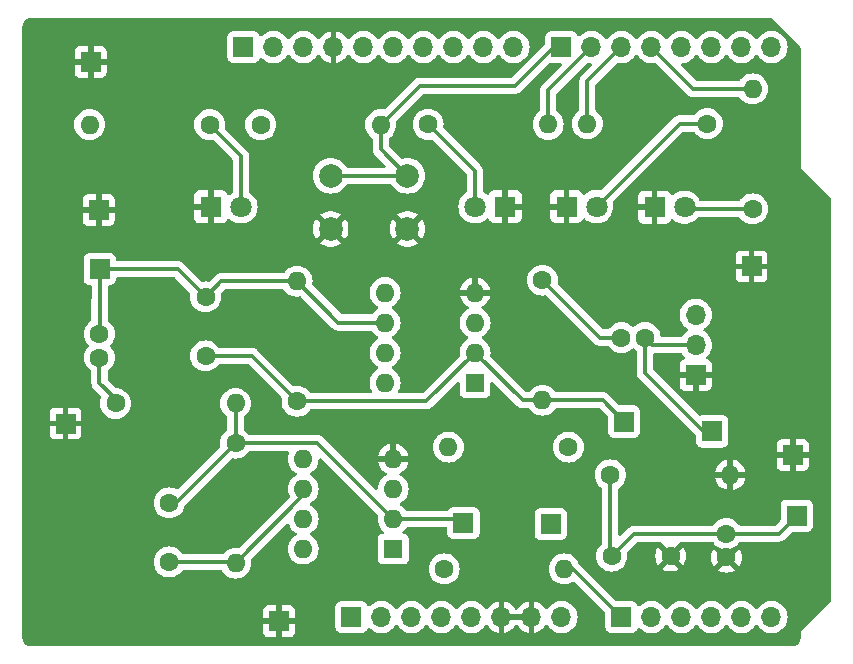
<source format=gbr>
%TF.GenerationSoftware,KiCad,Pcbnew,8.0.1*%
%TF.CreationDate,2024-05-26T21:08:22+02:00*%
%TF.ProjectId,RadarPCB,52616461-7250-4434-922e-6b696361645f,R1.3*%
%TF.SameCoordinates,Original*%
%TF.FileFunction,Copper,L1,Top*%
%TF.FilePolarity,Positive*%
%FSLAX46Y46*%
G04 Gerber Fmt 4.6, Leading zero omitted, Abs format (unit mm)*
G04 Created by KiCad (PCBNEW 8.0.1) date 2024-05-26 21:08:22*
%MOMM*%
%LPD*%
G01*
G04 APERTURE LIST*
%TA.AperFunction,ComponentPad*%
%ADD10R,1.700000X1.700000*%
%TD*%
%TA.AperFunction,ComponentPad*%
%ADD11C,1.600000*%
%TD*%
%TA.AperFunction,ComponentPad*%
%ADD12O,1.600000X1.600000*%
%TD*%
%TA.AperFunction,ComponentPad*%
%ADD13R,1.800000X1.800000*%
%TD*%
%TA.AperFunction,ComponentPad*%
%ADD14C,1.800000*%
%TD*%
%TA.AperFunction,ComponentPad*%
%ADD15R,1.600000X1.600000*%
%TD*%
%TA.AperFunction,ComponentPad*%
%ADD16C,2.000000*%
%TD*%
%TA.AperFunction,ComponentPad*%
%ADD17O,1.700000X1.700000*%
%TD*%
%TA.AperFunction,Conductor*%
%ADD18C,0.350000*%
%TD*%
G04 APERTURE END LIST*
D10*
%TO.P,GND_TP4,1,1*%
%TO.N,GND*%
X103730000Y-81080000D03*
%TD*%
%TO.P,HPF1_TP,1,1*%
%TO.N,Net-(U1--)*%
X151020000Y-80910000D03*
%TD*%
D11*
%TO.P,R4,1*%
%TO.N,/Vin1*%
X149850000Y-85420000D03*
D12*
%TO.P,R4,2*%
%TO.N,GND*%
X160010000Y-85420000D03*
%TD*%
D10*
%TO.P,GND_TP3,1,1*%
%TO.N,GND*%
X121800000Y-97820000D03*
%TD*%
D11*
%TO.P,R2,1*%
%TO.N,Net-(D1-A)*%
X115930000Y-55770000D03*
D12*
%TO.P,R2,2*%
%TO.N,+5V*%
X105770000Y-55770000D03*
%TD*%
D11*
%TO.P,C3,1*%
%TO.N,Net-(C3-Pad1)*%
X150800000Y-73800000D03*
%TO.P,C3,2*%
%TO.N,/Signal*%
X152800000Y-73800000D03*
%TD*%
D10*
%TO.P,GND_TP2,1,1*%
%TO.N,GND*%
X106530000Y-62990000D03*
%TD*%
D11*
%TO.P,R9,1*%
%TO.N,Net-(U1--)*%
X123330000Y-79190000D03*
D12*
%TO.P,R9,2*%
%TO.N,/OP1_out*%
X123330000Y-69030000D03*
%TD*%
D11*
%TO.P,R6,1*%
%TO.N,Net-(D3-A)*%
X158070000Y-55680000D03*
D12*
%TO.P,R6,2*%
%TO.N,/LED_Orange*%
X147910000Y-55680000D03*
%TD*%
D10*
%TO.P,Signal_TP1,1,1*%
%TO.N,/Signal*%
X158500000Y-81750000D03*
%TD*%
D13*
%TO.P,D4,1,K*%
%TO.N,GND*%
X140950000Y-62710000D03*
D14*
%TO.P,D4,2,A*%
%TO.N,Net-(D4-A)*%
X138410000Y-62710000D03*
%TD*%
D11*
%TO.P,R11,1*%
%TO.N,Net-(U2--)*%
X118120000Y-82740000D03*
D12*
%TO.P,R11,2*%
%TO.N,/OP2_out*%
X118120000Y-92900000D03*
%TD*%
D11*
%TO.P,C5,1*%
%TO.N,/OP1_out*%
X106600000Y-73490000D03*
%TO.P,C5,2*%
%TO.N,Net-(C5-Pad2)*%
X106600000Y-75490000D03*
%TD*%
D13*
%TO.P,D3,1,K*%
%TO.N,GND*%
X146145000Y-62710000D03*
D14*
%TO.P,D3,2,A*%
%TO.N,Net-(D3-A)*%
X148685000Y-62710000D03*
%TD*%
D10*
%TO.P,OP2_TP1,1,1*%
%TO.N,/OP2_out*%
X144810000Y-89580000D03*
%TD*%
D11*
%TO.P,R12,1*%
%TO.N,/OP2_out*%
X135790000Y-93380000D03*
D12*
%TO.P,R12,2*%
%TO.N,/Vout*%
X145950000Y-93380000D03*
%TD*%
D11*
%TO.P,R3,1*%
%TO.N,+5V*%
X146310000Y-83070000D03*
D12*
%TO.P,R3,2*%
%TO.N,/Vin1*%
X136150000Y-83070000D03*
%TD*%
D11*
%TO.P,C1,1*%
%TO.N,/Vin1*%
X159680000Y-90400000D03*
%TO.P,C1,2*%
%TO.N,GND*%
X159680000Y-92400000D03*
%TD*%
D10*
%TO.P,GND_TP5,1,1*%
%TO.N,GND*%
X161810000Y-67780000D03*
%TD*%
D11*
%TO.P,C6,1*%
%TO.N,Net-(U2--)*%
X112500000Y-87800000D03*
%TO.P,C6,2*%
%TO.N,/OP2_out*%
X112500000Y-92800000D03*
%TD*%
%TO.P,R5,1*%
%TO.N,Net-(D2-A)*%
X161900000Y-62900000D03*
D12*
%TO.P,R5,2*%
%TO.N,/LED_Green*%
X161900000Y-52740000D03*
%TD*%
D13*
%TO.P,D2,1,K*%
%TO.N,GND*%
X153595000Y-62760000D03*
D14*
%TO.P,D2,2,A*%
%TO.N,Net-(D2-A)*%
X156135000Y-62760000D03*
%TD*%
D11*
%TO.P,R1,1*%
%TO.N,+5V*%
X120250000Y-55780000D03*
D12*
%TO.P,R1,2*%
%TO.N,/PushButton*%
X130410000Y-55780000D03*
%TD*%
D10*
%TO.P,VtgD_TP,1,1*%
%TO.N,/Vin1*%
X165630000Y-88870000D03*
%TD*%
%TO.P,GND_TP6,1,1*%
%TO.N,GND*%
X105850000Y-50450000D03*
%TD*%
D13*
%TO.P,D1,1,K*%
%TO.N,GND*%
X116040000Y-62730000D03*
D14*
%TO.P,D1,2,A*%
%TO.N,Net-(D1-A)*%
X118580000Y-62730000D03*
%TD*%
D15*
%TO.P,U2,1,NC*%
%TO.N,unconnected-(U2-NC-Pad1)*%
X131470000Y-91700000D03*
D12*
%TO.P,U2,2,-*%
%TO.N,Net-(U2--)*%
X131470000Y-89160000D03*
%TO.P,U2,3,+*%
%TO.N,/Vin1*%
X131470000Y-86620000D03*
%TO.P,U2,4,V-*%
%TO.N,GND*%
X131470000Y-84080000D03*
%TO.P,U2,5,NC*%
%TO.N,unconnected-(U2-NC-Pad5)*%
X123850000Y-84080000D03*
%TO.P,U2,6*%
%TO.N,/OP2_out*%
X123850000Y-86620000D03*
%TO.P,U2,7,V+*%
%TO.N,+5V*%
X123850000Y-89160000D03*
%TO.P,U2,8,NC*%
%TO.N,unconnected-(U2-NC-Pad8)*%
X123850000Y-91700000D03*
%TD*%
D15*
%TO.P,U1,1,NC*%
%TO.N,unconnected-(U1-NC-Pad1)*%
X138400000Y-77610000D03*
D12*
%TO.P,U1,2,-*%
%TO.N,Net-(U1--)*%
X138400000Y-75070000D03*
%TO.P,U1,3,+*%
%TO.N,/Vin1*%
X138400000Y-72530000D03*
%TO.P,U1,4,V-*%
%TO.N,GND*%
X138400000Y-69990000D03*
%TO.P,U1,5,NC*%
%TO.N,unconnected-(U1-NC-Pad5)*%
X130780000Y-69990000D03*
%TO.P,U1,6*%
%TO.N,/OP1_out*%
X130780000Y-72530000D03*
%TO.P,U1,7,V+*%
%TO.N,+5V*%
X130780000Y-75070000D03*
%TO.P,U1,8,NC*%
%TO.N,unconnected-(U1-NC-Pad8)*%
X130780000Y-77610000D03*
%TD*%
D10*
%TO.P,GND_TP1,1,1*%
%TO.N,GND*%
X165300000Y-83740000D03*
%TD*%
D11*
%TO.P,R7,1*%
%TO.N,Net-(D4-A)*%
X134430000Y-55740000D03*
D12*
%TO.P,R7,2*%
%TO.N,/LED_Red*%
X144590000Y-55740000D03*
%TD*%
D11*
%TO.P,R8,1*%
%TO.N,Net-(C3-Pad1)*%
X144110000Y-68940000D03*
D12*
%TO.P,R8,2*%
%TO.N,Net-(U1--)*%
X144110000Y-79100000D03*
%TD*%
D11*
%TO.P,C2,1*%
%TO.N,/Vin1*%
X149970000Y-92300000D03*
%TO.P,C2,2*%
%TO.N,GND*%
X154970000Y-92300000D03*
%TD*%
D16*
%TO.P,SW1,1,1*%
%TO.N,/PushButton*%
X126180000Y-60100000D03*
X132680000Y-60100000D03*
%TO.P,SW1,2,2*%
%TO.N,GND*%
X126180000Y-64600000D03*
X132680000Y-64600000D03*
%TD*%
D11*
%TO.P,R10,1*%
%TO.N,Net-(C5-Pad2)*%
X107960000Y-79380000D03*
D12*
%TO.P,R10,2*%
%TO.N,Net-(U2--)*%
X118120000Y-79380000D03*
%TD*%
D10*
%TO.P,HPF2_TP,1,1*%
%TO.N,Net-(U2--)*%
X137420000Y-89490000D03*
%TD*%
D11*
%TO.P,C4,1*%
%TO.N,Net-(U1--)*%
X115580000Y-75350000D03*
%TO.P,C4,2*%
%TO.N,/OP1_out*%
X115580000Y-70350000D03*
%TD*%
D10*
%TO.P,J5,1,Pin_1*%
%TO.N,GND*%
X157080000Y-76965000D03*
D17*
%TO.P,J5,2,Pin_2*%
%TO.N,/Signal*%
X157080000Y-74425000D03*
%TO.P,J5,3,Pin_3*%
%TO.N,+5V*%
X157080000Y-71885000D03*
%TD*%
D10*
%TO.P,OP1_TP1,1,1*%
%TO.N,/OP1_out*%
X106630000Y-68000000D03*
%TD*%
%TO.P,J1,1,Pin_1*%
%TO.N,unconnected-(J1-Pin_1-Pad1)*%
X127940000Y-97460000D03*
D17*
%TO.P,J1,2,Pin_2*%
%TO.N,/IOREF*%
X130480000Y-97460000D03*
%TO.P,J1,3,Pin_3*%
%TO.N,/~{RESET}*%
X133020000Y-97460000D03*
%TO.P,J1,4,Pin_4*%
%TO.N,unconnected-(J1-Pin_4-Pad4)*%
X135560000Y-97460000D03*
%TO.P,J1,5,Pin_5*%
%TO.N,+5V*%
X138100000Y-97460000D03*
%TO.P,J1,6,Pin_6*%
%TO.N,GND*%
X140640000Y-97460000D03*
%TO.P,J1,7,Pin_7*%
X143180000Y-97460000D03*
%TO.P,J1,8,Pin_8*%
%TO.N,/Vin*%
X145720000Y-97460000D03*
%TD*%
D10*
%TO.P,J3,1,Pin_1*%
%TO.N,/Vout*%
X150800000Y-97460000D03*
D17*
%TO.P,J3,2,Pin_2*%
%TO.N,/A1*%
X153340000Y-97460000D03*
%TO.P,J3,3,Pin_3*%
%TO.N,/A2*%
X155880000Y-97460000D03*
%TO.P,J3,4,Pin_4*%
%TO.N,/A3*%
X158420000Y-97460000D03*
%TO.P,J3,5,Pin_5*%
%TO.N,unconnected-(J3-Pin_5-Pad5)*%
X160960000Y-97460000D03*
%TO.P,J3,6,Pin_6*%
%TO.N,unconnected-(J3-Pin_6-Pad6)*%
X163500000Y-97460000D03*
%TD*%
D10*
%TO.P,J2,1,Pin_1*%
%TO.N,unconnected-(J2-Pin_1-Pad1)*%
X118796000Y-49200000D03*
D17*
%TO.P,J2,2,Pin_2*%
%TO.N,unconnected-(J2-Pin_2-Pad2)*%
X121336000Y-49200000D03*
%TO.P,J2,3,Pin_3*%
%TO.N,/AREF*%
X123876000Y-49200000D03*
%TO.P,J2,4,Pin_4*%
%TO.N,GND*%
X126416000Y-49200000D03*
%TO.P,J2,5,Pin_5*%
%TO.N,/13*%
X128956000Y-49200000D03*
%TO.P,J2,6,Pin_6*%
%TO.N,/12*%
X131496000Y-49200000D03*
%TO.P,J2,7,Pin_7*%
%TO.N,/\u002A11*%
X134036000Y-49200000D03*
%TO.P,J2,8,Pin_8*%
%TO.N,/\u002A10*%
X136576000Y-49200000D03*
%TO.P,J2,9,Pin_9*%
%TO.N,/\u002A9*%
X139116000Y-49200000D03*
%TO.P,J2,10,Pin_10*%
%TO.N,/8*%
X141656000Y-49200000D03*
%TD*%
D10*
%TO.P,J4,1,Pin_1*%
%TO.N,/PushButton*%
X145720000Y-49200000D03*
D17*
%TO.P,J4,2,Pin_2*%
%TO.N,/LED_Red*%
X148260000Y-49200000D03*
%TO.P,J4,3,Pin_3*%
%TO.N,/LED_Orange*%
X150800000Y-49200000D03*
%TO.P,J4,4,Pin_4*%
%TO.N,/LED_Green*%
X153340000Y-49200000D03*
%TO.P,J4,5,Pin_5*%
%TO.N,/\u002A3*%
X155880000Y-49200000D03*
%TO.P,J4,6,Pin_6*%
%TO.N,/2*%
X158420000Y-49200000D03*
%TO.P,J4,7,Pin_7*%
%TO.N,/TX{slash}1*%
X160960000Y-49200000D03*
%TO.P,J4,8,Pin_8*%
%TO.N,/RX{slash}0*%
X163500000Y-49200000D03*
%TD*%
D18*
%TO.N,/Vin1*%
X159640000Y-90440000D02*
X151830000Y-90440000D01*
X159680000Y-90400000D02*
X159640000Y-90440000D01*
X164100000Y-90400000D02*
X165630000Y-88870000D01*
X151830000Y-90440000D02*
X149970000Y-92300000D01*
X149850000Y-85420000D02*
X149850000Y-92180000D01*
X159680000Y-90400000D02*
X164100000Y-90400000D01*
X149850000Y-92180000D02*
X149970000Y-92300000D01*
%TO.N,Net-(C3-Pad1)*%
X150800000Y-73800000D02*
X148970000Y-73800000D01*
X148970000Y-73800000D02*
X144110000Y-68940000D01*
%TO.N,/Signal*%
X157080000Y-74425000D02*
X153425000Y-74425000D01*
X152800000Y-73800000D02*
X152800000Y-76820000D01*
X153425000Y-74425000D02*
X152800000Y-73800000D01*
X152800000Y-76820000D02*
X157730000Y-81750000D01*
X157730000Y-81750000D02*
X158500000Y-81750000D01*
%TO.N,/OP1_out*%
X113230000Y-68000000D02*
X115580000Y-70350000D01*
X126830000Y-72530000D02*
X123330000Y-69030000D01*
X106610000Y-70640000D02*
X106610000Y-73480000D01*
X106610000Y-73480000D02*
X106600000Y-73490000D01*
X123330000Y-69030000D02*
X116900000Y-69030000D01*
X116900000Y-69030000D02*
X115580000Y-70350000D01*
X106630000Y-70620000D02*
X106610000Y-70640000D01*
X106630000Y-68000000D02*
X113230000Y-68000000D01*
X106630000Y-68000000D02*
X106630000Y-70620000D01*
X130780000Y-72530000D02*
X126830000Y-72530000D01*
%TO.N,Net-(U1--)*%
X123330000Y-79190000D02*
X119490000Y-75350000D01*
X144110000Y-79100000D02*
X149210000Y-79100000D01*
X134280000Y-79190000D02*
X123330000Y-79190000D01*
X119490000Y-75350000D02*
X115580000Y-75350000D01*
X149210000Y-79100000D02*
X151020000Y-80910000D01*
X144110000Y-79100000D02*
X142430000Y-79100000D01*
X138400000Y-75070000D02*
X134280000Y-79190000D01*
X142430000Y-79100000D02*
X138400000Y-75070000D01*
%TO.N,Net-(C5-Pad2)*%
X106600000Y-75490000D02*
X106600000Y-77620000D01*
X106600000Y-77620000D02*
X107960000Y-78980000D01*
X107960000Y-78980000D02*
X107960000Y-79380000D01*
%TO.N,/OP2_out*%
X112500000Y-92800000D02*
X118020000Y-92800000D01*
X118120000Y-92900000D02*
X123850000Y-87170000D01*
X123850000Y-87170000D02*
X123850000Y-86620000D01*
X118020000Y-92800000D02*
X118120000Y-92900000D01*
%TO.N,Net-(U2--)*%
X125050000Y-82740000D02*
X131470000Y-89160000D01*
X137090000Y-89160000D02*
X137420000Y-89490000D01*
X118120000Y-82740000D02*
X125050000Y-82740000D01*
X131470000Y-89160000D02*
X137090000Y-89160000D01*
X118120000Y-82740000D02*
X113060000Y-87800000D01*
X118120000Y-79380000D02*
X118120000Y-82740000D01*
X113060000Y-87800000D02*
X112500000Y-87800000D01*
%TO.N,Net-(D1-A)*%
X118580000Y-62730000D02*
X118580000Y-58420000D01*
X118580000Y-58420000D02*
X115930000Y-55770000D01*
%TO.N,Net-(D2-A)*%
X156275000Y-62900000D02*
X156135000Y-62760000D01*
X161900000Y-62900000D02*
X156275000Y-62900000D01*
%TO.N,Net-(D3-A)*%
X155715000Y-55680000D02*
X148685000Y-62710000D01*
X158070000Y-55680000D02*
X155715000Y-55680000D01*
%TO.N,Net-(D4-A)*%
X138410000Y-62710000D02*
X138410000Y-59720000D01*
X138410000Y-59720000D02*
X134430000Y-55740000D01*
%TO.N,/Vout*%
X145950000Y-93380000D02*
X146130000Y-93200000D01*
X146130000Y-93200000D02*
X146540000Y-93200000D01*
X146540000Y-93200000D02*
X150800000Y-97460000D01*
%TO.N,/PushButton*%
X130410000Y-57830000D02*
X132680000Y-60100000D01*
X130410000Y-55780000D02*
X130410000Y-57830000D01*
X145060000Y-49200000D02*
X141790000Y-52470000D01*
X145720000Y-49200000D02*
X145060000Y-49200000D01*
X132680000Y-60100000D02*
X126180000Y-60100000D01*
X133720000Y-52470000D02*
X130410000Y-55780000D01*
X141790000Y-52470000D02*
X133720000Y-52470000D01*
%TO.N,/LED_Red*%
X144590000Y-52870000D02*
X144590000Y-55740000D01*
X148260000Y-49200000D02*
X144590000Y-52870000D01*
%TO.N,/LED_Green*%
X153340000Y-49200000D02*
X156880000Y-52740000D01*
X156880000Y-52740000D02*
X161900000Y-52740000D01*
%TO.N,/LED_Orange*%
X147910000Y-52090000D02*
X150800000Y-49200000D01*
X147910000Y-55680000D02*
X147910000Y-52090000D01*
%TD*%
%TA.AperFunction,Conductor*%
%TO.N,GND*%
G36*
X142714075Y-97267007D02*
G01*
X142680000Y-97394174D01*
X142680000Y-97525826D01*
X142714075Y-97652993D01*
X142746988Y-97710000D01*
X141073012Y-97710000D01*
X141105925Y-97652993D01*
X141140000Y-97525826D01*
X141140000Y-97394174D01*
X141105925Y-97267007D01*
X141073012Y-97210000D01*
X142746988Y-97210000D01*
X142714075Y-97267007D01*
G37*
%TD.AperFunction*%
%TA.AperFunction,Conductor*%
G36*
X163484404Y-46755185D02*
G01*
X163505046Y-46771819D01*
X165928181Y-49194954D01*
X165961666Y-49256277D01*
X165964500Y-49282635D01*
X165964500Y-59344982D01*
X165964500Y-59375018D01*
X165975994Y-59402767D01*
X165975995Y-59402768D01*
X168468181Y-61894954D01*
X168501666Y-61956277D01*
X168504500Y-61982635D01*
X168504500Y-96107364D01*
X168484815Y-96174403D01*
X168468181Y-96195045D01*
X165997233Y-98665994D01*
X165975995Y-98687231D01*
X165964500Y-98714982D01*
X165964500Y-99231907D01*
X165963903Y-99244062D01*
X165952505Y-99359778D01*
X165947763Y-99383618D01*
X165917832Y-99482290D01*
X165915789Y-99489024D01*
X165906486Y-99511482D01*
X165854561Y-99608627D01*
X165841056Y-99628839D01*
X165771176Y-99713988D01*
X165753988Y-99731176D01*
X165668839Y-99801056D01*
X165648627Y-99814561D01*
X165551482Y-99866486D01*
X165529028Y-99875787D01*
X165487028Y-99888528D01*
X165423618Y-99907763D01*
X165399778Y-99912505D01*
X165291162Y-99923203D01*
X165284060Y-99923903D01*
X165271907Y-99924500D01*
X100768093Y-99924500D01*
X100755939Y-99923903D01*
X100747995Y-99923120D01*
X100640221Y-99912505D01*
X100616381Y-99907763D01*
X100599445Y-99902625D01*
X100510968Y-99875786D01*
X100488517Y-99866486D01*
X100391372Y-99814561D01*
X100371160Y-99801056D01*
X100286011Y-99731176D01*
X100268823Y-99713988D01*
X100198943Y-99628839D01*
X100185438Y-99608627D01*
X100133510Y-99511476D01*
X100124215Y-99489037D01*
X100092234Y-99383612D01*
X100087494Y-99359777D01*
X100076097Y-99244061D01*
X100075500Y-99231907D01*
X100075500Y-98717844D01*
X120450000Y-98717844D01*
X120456401Y-98777372D01*
X120456403Y-98777379D01*
X120506645Y-98912086D01*
X120506649Y-98912093D01*
X120592809Y-99027187D01*
X120592812Y-99027190D01*
X120707906Y-99113350D01*
X120707913Y-99113354D01*
X120842620Y-99163596D01*
X120842627Y-99163598D01*
X120902155Y-99169999D01*
X120902172Y-99170000D01*
X121550000Y-99170000D01*
X121550000Y-98253012D01*
X121607007Y-98285925D01*
X121734174Y-98320000D01*
X121865826Y-98320000D01*
X121992993Y-98285925D01*
X122050000Y-98253012D01*
X122050000Y-99170000D01*
X122697828Y-99170000D01*
X122697844Y-99169999D01*
X122757372Y-99163598D01*
X122757379Y-99163596D01*
X122892086Y-99113354D01*
X122892093Y-99113350D01*
X123007187Y-99027190D01*
X123007190Y-99027187D01*
X123093350Y-98912093D01*
X123093354Y-98912086D01*
X123143596Y-98777379D01*
X123143598Y-98777372D01*
X123149999Y-98717844D01*
X123150000Y-98717827D01*
X123150000Y-98358654D01*
X126581500Y-98358654D01*
X126588011Y-98419202D01*
X126588011Y-98419204D01*
X126639111Y-98556204D01*
X126726739Y-98673261D01*
X126843796Y-98760889D01*
X126980799Y-98811989D01*
X127008050Y-98814918D01*
X127041345Y-98818499D01*
X127041362Y-98818500D01*
X128838638Y-98818500D01*
X128838654Y-98818499D01*
X128865692Y-98815591D01*
X128899201Y-98811989D01*
X129036204Y-98760889D01*
X129153261Y-98673261D01*
X129240889Y-98556204D01*
X129286138Y-98434887D01*
X129328009Y-98378956D01*
X129393474Y-98354539D01*
X129461746Y-98369391D01*
X129493545Y-98394236D01*
X129556760Y-98462906D01*
X129734424Y-98601189D01*
X129734425Y-98601189D01*
X129734427Y-98601191D01*
X129861135Y-98669761D01*
X129932426Y-98708342D01*
X130145365Y-98781444D01*
X130367431Y-98818500D01*
X130592569Y-98818500D01*
X130814635Y-98781444D01*
X131027574Y-98708342D01*
X131225576Y-98601189D01*
X131403240Y-98462906D01*
X131524594Y-98331082D01*
X131555715Y-98297276D01*
X131555715Y-98297275D01*
X131555722Y-98297268D01*
X131646193Y-98158790D01*
X131699338Y-98113437D01*
X131768569Y-98104013D01*
X131831905Y-98133515D01*
X131853804Y-98158787D01*
X131944278Y-98297268D01*
X131944283Y-98297273D01*
X131944284Y-98297276D01*
X132070968Y-98434889D01*
X132096760Y-98462906D01*
X132274424Y-98601189D01*
X132274425Y-98601189D01*
X132274427Y-98601191D01*
X132401135Y-98669761D01*
X132472426Y-98708342D01*
X132685365Y-98781444D01*
X132907431Y-98818500D01*
X133132569Y-98818500D01*
X133354635Y-98781444D01*
X133567574Y-98708342D01*
X133765576Y-98601189D01*
X133943240Y-98462906D01*
X134064594Y-98331082D01*
X134095715Y-98297276D01*
X134095715Y-98297275D01*
X134095722Y-98297268D01*
X134186193Y-98158790D01*
X134239338Y-98113437D01*
X134308569Y-98104013D01*
X134371905Y-98133515D01*
X134393804Y-98158787D01*
X134484278Y-98297268D01*
X134484283Y-98297273D01*
X134484284Y-98297276D01*
X134610968Y-98434889D01*
X134636760Y-98462906D01*
X134814424Y-98601189D01*
X134814425Y-98601189D01*
X134814427Y-98601191D01*
X134941135Y-98669761D01*
X135012426Y-98708342D01*
X135225365Y-98781444D01*
X135447431Y-98818500D01*
X135672569Y-98818500D01*
X135894635Y-98781444D01*
X136107574Y-98708342D01*
X136305576Y-98601189D01*
X136483240Y-98462906D01*
X136604594Y-98331082D01*
X136635715Y-98297276D01*
X136635715Y-98297275D01*
X136635722Y-98297268D01*
X136726193Y-98158790D01*
X136779338Y-98113437D01*
X136848569Y-98104013D01*
X136911905Y-98133515D01*
X136933804Y-98158787D01*
X137024278Y-98297268D01*
X137024283Y-98297273D01*
X137024284Y-98297276D01*
X137150968Y-98434889D01*
X137176760Y-98462906D01*
X137354424Y-98601189D01*
X137354425Y-98601189D01*
X137354427Y-98601191D01*
X137481135Y-98669761D01*
X137552426Y-98708342D01*
X137765365Y-98781444D01*
X137987431Y-98818500D01*
X138212569Y-98818500D01*
X138434635Y-98781444D01*
X138647574Y-98708342D01*
X138845576Y-98601189D01*
X139023240Y-98462906D01*
X139144594Y-98331082D01*
X139175715Y-98297276D01*
X139175715Y-98297275D01*
X139175722Y-98297268D01*
X139269749Y-98153347D01*
X139322894Y-98107994D01*
X139392125Y-98098570D01*
X139455461Y-98128072D01*
X139475130Y-98150048D01*
X139601890Y-98331078D01*
X139768917Y-98498105D01*
X139962421Y-98633600D01*
X140176507Y-98733429D01*
X140176516Y-98733433D01*
X140390000Y-98790634D01*
X140390000Y-97893012D01*
X140447007Y-97925925D01*
X140574174Y-97960000D01*
X140705826Y-97960000D01*
X140832993Y-97925925D01*
X140890000Y-97893012D01*
X140890000Y-98790633D01*
X141103483Y-98733433D01*
X141103492Y-98733429D01*
X141317578Y-98633600D01*
X141511082Y-98498105D01*
X141678105Y-98331082D01*
X141808425Y-98144968D01*
X141863002Y-98101344D01*
X141932501Y-98094151D01*
X141994855Y-98125673D01*
X142011575Y-98144968D01*
X142141894Y-98331082D01*
X142308917Y-98498105D01*
X142502421Y-98633600D01*
X142716507Y-98733429D01*
X142716516Y-98733433D01*
X142930000Y-98790634D01*
X142930000Y-97893012D01*
X142987007Y-97925925D01*
X143114174Y-97960000D01*
X143245826Y-97960000D01*
X143372993Y-97925925D01*
X143430000Y-97893012D01*
X143430000Y-98790633D01*
X143643483Y-98733433D01*
X143643492Y-98733429D01*
X143857578Y-98633600D01*
X144051082Y-98498105D01*
X144218105Y-98331082D01*
X144344868Y-98150048D01*
X144399445Y-98106423D01*
X144468944Y-98099231D01*
X144531298Y-98130753D01*
X144550251Y-98153350D01*
X144644276Y-98297265D01*
X144644284Y-98297276D01*
X144770968Y-98434889D01*
X144796760Y-98462906D01*
X144974424Y-98601189D01*
X144974425Y-98601189D01*
X144974427Y-98601191D01*
X145101135Y-98669761D01*
X145172426Y-98708342D01*
X145385365Y-98781444D01*
X145607431Y-98818500D01*
X145832569Y-98818500D01*
X146054635Y-98781444D01*
X146267574Y-98708342D01*
X146465576Y-98601189D01*
X146643240Y-98462906D01*
X146764594Y-98331082D01*
X146795715Y-98297276D01*
X146795717Y-98297273D01*
X146795722Y-98297268D01*
X146918860Y-98108791D01*
X147009296Y-97902616D01*
X147064564Y-97684368D01*
X147074041Y-97570000D01*
X147083156Y-97460005D01*
X147083156Y-97459994D01*
X147064565Y-97235640D01*
X147064563Y-97235628D01*
X147043637Y-97152993D01*
X147009296Y-97017384D01*
X146918860Y-96811209D01*
X146902706Y-96786484D01*
X146795723Y-96622734D01*
X146795715Y-96622723D01*
X146643243Y-96457097D01*
X146643238Y-96457092D01*
X146465577Y-96318812D01*
X146465572Y-96318808D01*
X146267580Y-96211661D01*
X146267577Y-96211659D01*
X146267574Y-96211658D01*
X146267571Y-96211657D01*
X146267569Y-96211656D01*
X146054637Y-96138556D01*
X145832569Y-96101500D01*
X145607431Y-96101500D01*
X145385362Y-96138556D01*
X145172430Y-96211656D01*
X145172419Y-96211661D01*
X144974427Y-96318808D01*
X144974422Y-96318812D01*
X144796761Y-96457092D01*
X144796756Y-96457097D01*
X144644284Y-96622723D01*
X144644276Y-96622734D01*
X144550251Y-96766650D01*
X144497105Y-96812007D01*
X144427873Y-96821430D01*
X144364538Y-96791928D01*
X144344868Y-96769951D01*
X144218113Y-96588926D01*
X144218108Y-96588920D01*
X144051082Y-96421894D01*
X143857578Y-96286399D01*
X143643492Y-96186570D01*
X143643486Y-96186567D01*
X143430000Y-96129364D01*
X143430000Y-97026988D01*
X143372993Y-96994075D01*
X143245826Y-96960000D01*
X143114174Y-96960000D01*
X142987007Y-96994075D01*
X142930000Y-97026988D01*
X142930000Y-96129364D01*
X142929999Y-96129364D01*
X142716513Y-96186567D01*
X142716507Y-96186570D01*
X142502422Y-96286399D01*
X142502420Y-96286400D01*
X142308926Y-96421886D01*
X142308920Y-96421891D01*
X142141891Y-96588920D01*
X142141890Y-96588922D01*
X142011575Y-96775031D01*
X141956998Y-96818655D01*
X141887499Y-96825848D01*
X141825145Y-96794326D01*
X141808425Y-96775031D01*
X141678109Y-96588922D01*
X141678108Y-96588920D01*
X141511082Y-96421894D01*
X141317578Y-96286399D01*
X141103492Y-96186570D01*
X141103486Y-96186567D01*
X140890000Y-96129364D01*
X140890000Y-97026988D01*
X140832993Y-96994075D01*
X140705826Y-96960000D01*
X140574174Y-96960000D01*
X140447007Y-96994075D01*
X140390000Y-97026988D01*
X140390000Y-96129364D01*
X140389999Y-96129364D01*
X140176513Y-96186567D01*
X140176507Y-96186570D01*
X139962422Y-96286399D01*
X139962420Y-96286400D01*
X139768926Y-96421886D01*
X139768920Y-96421891D01*
X139601891Y-96588920D01*
X139601890Y-96588922D01*
X139475131Y-96769952D01*
X139420554Y-96813577D01*
X139351055Y-96820769D01*
X139288701Y-96789247D01*
X139269752Y-96766656D01*
X139175722Y-96622732D01*
X139175715Y-96622725D01*
X139175715Y-96622723D01*
X139023243Y-96457097D01*
X139023238Y-96457092D01*
X138845577Y-96318812D01*
X138845572Y-96318808D01*
X138647580Y-96211661D01*
X138647577Y-96211659D01*
X138647574Y-96211658D01*
X138647571Y-96211657D01*
X138647569Y-96211656D01*
X138434637Y-96138556D01*
X138212569Y-96101500D01*
X137987431Y-96101500D01*
X137765362Y-96138556D01*
X137552430Y-96211656D01*
X137552419Y-96211661D01*
X137354427Y-96318808D01*
X137354422Y-96318812D01*
X137176761Y-96457092D01*
X137176756Y-96457097D01*
X137024284Y-96622723D01*
X137024276Y-96622734D01*
X136933808Y-96761206D01*
X136880662Y-96806562D01*
X136811431Y-96815986D01*
X136748095Y-96786484D01*
X136726192Y-96761206D01*
X136635723Y-96622734D01*
X136635715Y-96622723D01*
X136483243Y-96457097D01*
X136483238Y-96457092D01*
X136305577Y-96318812D01*
X136305572Y-96318808D01*
X136107580Y-96211661D01*
X136107577Y-96211659D01*
X136107574Y-96211658D01*
X136107571Y-96211657D01*
X136107569Y-96211656D01*
X135894637Y-96138556D01*
X135672569Y-96101500D01*
X135447431Y-96101500D01*
X135225362Y-96138556D01*
X135012430Y-96211656D01*
X135012419Y-96211661D01*
X134814427Y-96318808D01*
X134814422Y-96318812D01*
X134636761Y-96457092D01*
X134636756Y-96457097D01*
X134484284Y-96622723D01*
X134484276Y-96622734D01*
X134393808Y-96761206D01*
X134340662Y-96806562D01*
X134271431Y-96815986D01*
X134208095Y-96786484D01*
X134186192Y-96761206D01*
X134095723Y-96622734D01*
X134095715Y-96622723D01*
X133943243Y-96457097D01*
X133943238Y-96457092D01*
X133765577Y-96318812D01*
X133765572Y-96318808D01*
X133567580Y-96211661D01*
X133567577Y-96211659D01*
X133567574Y-96211658D01*
X133567571Y-96211657D01*
X133567569Y-96211656D01*
X133354637Y-96138556D01*
X133132569Y-96101500D01*
X132907431Y-96101500D01*
X132685362Y-96138556D01*
X132472430Y-96211656D01*
X132472419Y-96211661D01*
X132274427Y-96318808D01*
X132274422Y-96318812D01*
X132096761Y-96457092D01*
X132096756Y-96457097D01*
X131944284Y-96622723D01*
X131944276Y-96622734D01*
X131853808Y-96761206D01*
X131800662Y-96806562D01*
X131731431Y-96815986D01*
X131668095Y-96786484D01*
X131646192Y-96761206D01*
X131555723Y-96622734D01*
X131555715Y-96622723D01*
X131403243Y-96457097D01*
X131403238Y-96457092D01*
X131225577Y-96318812D01*
X131225572Y-96318808D01*
X131027580Y-96211661D01*
X131027577Y-96211659D01*
X131027574Y-96211658D01*
X131027571Y-96211657D01*
X131027569Y-96211656D01*
X130814637Y-96138556D01*
X130592569Y-96101500D01*
X130367431Y-96101500D01*
X130145362Y-96138556D01*
X129932430Y-96211656D01*
X129932419Y-96211661D01*
X129734427Y-96318808D01*
X129734422Y-96318812D01*
X129556761Y-96457092D01*
X129493548Y-96525760D01*
X129433661Y-96561750D01*
X129363823Y-96559649D01*
X129306207Y-96520124D01*
X129286138Y-96485110D01*
X129240889Y-96363796D01*
X129207214Y-96318812D01*
X129153261Y-96246739D01*
X129036204Y-96159111D01*
X129035172Y-96158726D01*
X128899203Y-96108011D01*
X128838654Y-96101500D01*
X128838638Y-96101500D01*
X127041362Y-96101500D01*
X127041345Y-96101500D01*
X126980797Y-96108011D01*
X126980795Y-96108011D01*
X126843795Y-96159111D01*
X126726739Y-96246739D01*
X126639111Y-96363795D01*
X126588011Y-96500795D01*
X126588011Y-96500797D01*
X126581500Y-96561345D01*
X126581500Y-98358654D01*
X123150000Y-98358654D01*
X123150000Y-98070000D01*
X122233012Y-98070000D01*
X122265925Y-98012993D01*
X122300000Y-97885826D01*
X122300000Y-97754174D01*
X122265925Y-97627007D01*
X122233012Y-97570000D01*
X123150000Y-97570000D01*
X123150000Y-96922172D01*
X123149999Y-96922155D01*
X123143598Y-96862627D01*
X123143596Y-96862620D01*
X123093354Y-96727913D01*
X123093350Y-96727906D01*
X123007190Y-96612812D01*
X123007187Y-96612809D01*
X122892093Y-96526649D01*
X122892086Y-96526645D01*
X122757379Y-96476403D01*
X122757372Y-96476401D01*
X122697844Y-96470000D01*
X122050000Y-96470000D01*
X122050000Y-97386988D01*
X121992993Y-97354075D01*
X121865826Y-97320000D01*
X121734174Y-97320000D01*
X121607007Y-97354075D01*
X121550000Y-97386988D01*
X121550000Y-96470000D01*
X120902155Y-96470000D01*
X120842627Y-96476401D01*
X120842620Y-96476403D01*
X120707913Y-96526645D01*
X120707906Y-96526649D01*
X120592812Y-96612809D01*
X120592809Y-96612812D01*
X120506649Y-96727906D01*
X120506645Y-96727913D01*
X120456403Y-96862620D01*
X120456401Y-96862627D01*
X120450000Y-96922155D01*
X120450000Y-97570000D01*
X121366988Y-97570000D01*
X121334075Y-97627007D01*
X121300000Y-97754174D01*
X121300000Y-97885826D01*
X121334075Y-98012993D01*
X121366988Y-98070000D01*
X120450000Y-98070000D01*
X120450000Y-98717844D01*
X100075500Y-98717844D01*
X100075500Y-92800001D01*
X111186502Y-92800001D01*
X111206456Y-93028081D01*
X111206457Y-93028089D01*
X111265714Y-93249238D01*
X111265718Y-93249249D01*
X111326689Y-93380001D01*
X111362477Y-93456749D01*
X111493802Y-93644300D01*
X111655700Y-93806198D01*
X111843251Y-93937523D01*
X111968091Y-93995736D01*
X112050750Y-94034281D01*
X112050752Y-94034281D01*
X112050757Y-94034284D01*
X112271913Y-94093543D01*
X112434832Y-94107796D01*
X112499998Y-94113498D01*
X112500000Y-94113498D01*
X112500002Y-94113498D01*
X112557021Y-94108509D01*
X112728087Y-94093543D01*
X112949243Y-94034284D01*
X113156749Y-93937523D01*
X113344300Y-93806198D01*
X113506198Y-93644300D01*
X113581768Y-93536374D01*
X113636344Y-93492752D01*
X113683342Y-93483500D01*
X116869324Y-93483500D01*
X116936363Y-93503185D01*
X116979297Y-93552337D01*
X116979772Y-93552063D01*
X116981164Y-93554475D01*
X116981706Y-93555095D01*
X116982476Y-93556748D01*
X116982477Y-93556749D01*
X117113802Y-93744300D01*
X117275700Y-93906198D01*
X117463251Y-94037523D01*
X117583385Y-94093542D01*
X117670750Y-94134281D01*
X117670752Y-94134281D01*
X117670757Y-94134284D01*
X117891913Y-94193543D01*
X118054832Y-94207796D01*
X118119998Y-94213498D01*
X118120000Y-94213498D01*
X118120002Y-94213498D01*
X118177021Y-94208509D01*
X118348087Y-94193543D01*
X118569243Y-94134284D01*
X118776749Y-94037523D01*
X118964300Y-93906198D01*
X119126198Y-93744300D01*
X119257523Y-93556749D01*
X119339941Y-93380001D01*
X134476502Y-93380001D01*
X134496456Y-93608081D01*
X134496457Y-93608089D01*
X134555714Y-93829238D01*
X134555718Y-93829249D01*
X134651328Y-94034285D01*
X134652477Y-94036749D01*
X134783802Y-94224300D01*
X134945700Y-94386198D01*
X135133251Y-94517523D01*
X135258091Y-94575736D01*
X135340750Y-94614281D01*
X135340752Y-94614281D01*
X135340757Y-94614284D01*
X135561913Y-94673543D01*
X135724832Y-94687796D01*
X135789998Y-94693498D01*
X135790000Y-94693498D01*
X135790002Y-94693498D01*
X135847021Y-94688509D01*
X136018087Y-94673543D01*
X136239243Y-94614284D01*
X136446749Y-94517523D01*
X136634300Y-94386198D01*
X136796198Y-94224300D01*
X136927523Y-94036749D01*
X137024284Y-93829243D01*
X137083543Y-93608087D01*
X137103498Y-93380001D01*
X144636502Y-93380001D01*
X144656456Y-93608081D01*
X144656457Y-93608089D01*
X144715714Y-93829238D01*
X144715718Y-93829249D01*
X144811328Y-94034285D01*
X144812477Y-94036749D01*
X144943802Y-94224300D01*
X145105700Y-94386198D01*
X145293251Y-94517523D01*
X145418091Y-94575736D01*
X145500750Y-94614281D01*
X145500752Y-94614281D01*
X145500757Y-94614284D01*
X145721913Y-94673543D01*
X145884832Y-94687796D01*
X145949998Y-94693498D01*
X145950000Y-94693498D01*
X145950002Y-94693498D01*
X146007021Y-94688509D01*
X146178087Y-94673543D01*
X146399243Y-94614284D01*
X146606749Y-94517523D01*
X146688651Y-94460173D01*
X146754852Y-94437847D01*
X146822620Y-94454856D01*
X146847453Y-94474068D01*
X149405181Y-97031796D01*
X149438666Y-97093119D01*
X149441500Y-97119477D01*
X149441500Y-98358654D01*
X149448011Y-98419202D01*
X149448011Y-98419204D01*
X149499111Y-98556204D01*
X149586739Y-98673261D01*
X149703796Y-98760889D01*
X149840799Y-98811989D01*
X149868050Y-98814918D01*
X149901345Y-98818499D01*
X149901362Y-98818500D01*
X151698638Y-98818500D01*
X151698654Y-98818499D01*
X151725692Y-98815591D01*
X151759201Y-98811989D01*
X151896204Y-98760889D01*
X152013261Y-98673261D01*
X152100889Y-98556204D01*
X152146138Y-98434887D01*
X152188009Y-98378956D01*
X152253474Y-98354539D01*
X152321746Y-98369391D01*
X152353545Y-98394236D01*
X152416760Y-98462906D01*
X152594424Y-98601189D01*
X152594425Y-98601189D01*
X152594427Y-98601191D01*
X152721135Y-98669761D01*
X152792426Y-98708342D01*
X153005365Y-98781444D01*
X153227431Y-98818500D01*
X153452569Y-98818500D01*
X153674635Y-98781444D01*
X153887574Y-98708342D01*
X154085576Y-98601189D01*
X154263240Y-98462906D01*
X154384594Y-98331082D01*
X154415715Y-98297276D01*
X154415715Y-98297275D01*
X154415722Y-98297268D01*
X154506193Y-98158790D01*
X154559338Y-98113437D01*
X154628569Y-98104013D01*
X154691905Y-98133515D01*
X154713804Y-98158787D01*
X154804278Y-98297268D01*
X154804283Y-98297273D01*
X154804284Y-98297276D01*
X154930968Y-98434889D01*
X154956760Y-98462906D01*
X155134424Y-98601189D01*
X155134425Y-98601189D01*
X155134427Y-98601191D01*
X155261135Y-98669761D01*
X155332426Y-98708342D01*
X155545365Y-98781444D01*
X155767431Y-98818500D01*
X155992569Y-98818500D01*
X156214635Y-98781444D01*
X156427574Y-98708342D01*
X156625576Y-98601189D01*
X156803240Y-98462906D01*
X156924594Y-98331082D01*
X156955715Y-98297276D01*
X156955715Y-98297275D01*
X156955722Y-98297268D01*
X157046193Y-98158790D01*
X157099338Y-98113437D01*
X157168569Y-98104013D01*
X157231905Y-98133515D01*
X157253804Y-98158787D01*
X157344278Y-98297268D01*
X157344283Y-98297273D01*
X157344284Y-98297276D01*
X157470968Y-98434889D01*
X157496760Y-98462906D01*
X157674424Y-98601189D01*
X157674425Y-98601189D01*
X157674427Y-98601191D01*
X157801135Y-98669761D01*
X157872426Y-98708342D01*
X158085365Y-98781444D01*
X158307431Y-98818500D01*
X158532569Y-98818500D01*
X158754635Y-98781444D01*
X158967574Y-98708342D01*
X159165576Y-98601189D01*
X159343240Y-98462906D01*
X159464594Y-98331082D01*
X159495715Y-98297276D01*
X159495715Y-98297275D01*
X159495722Y-98297268D01*
X159586193Y-98158790D01*
X159639338Y-98113437D01*
X159708569Y-98104013D01*
X159771905Y-98133515D01*
X159793804Y-98158787D01*
X159884278Y-98297268D01*
X159884283Y-98297273D01*
X159884284Y-98297276D01*
X160010968Y-98434889D01*
X160036760Y-98462906D01*
X160214424Y-98601189D01*
X160214425Y-98601189D01*
X160214427Y-98601191D01*
X160341135Y-98669761D01*
X160412426Y-98708342D01*
X160625365Y-98781444D01*
X160847431Y-98818500D01*
X161072569Y-98818500D01*
X161294635Y-98781444D01*
X161507574Y-98708342D01*
X161705576Y-98601189D01*
X161883240Y-98462906D01*
X162004594Y-98331082D01*
X162035715Y-98297276D01*
X162035715Y-98297275D01*
X162035722Y-98297268D01*
X162126193Y-98158790D01*
X162179338Y-98113437D01*
X162248569Y-98104013D01*
X162311905Y-98133515D01*
X162333804Y-98158787D01*
X162424278Y-98297268D01*
X162424283Y-98297273D01*
X162424284Y-98297276D01*
X162550968Y-98434889D01*
X162576760Y-98462906D01*
X162754424Y-98601189D01*
X162754425Y-98601189D01*
X162754427Y-98601191D01*
X162881135Y-98669761D01*
X162952426Y-98708342D01*
X163165365Y-98781444D01*
X163387431Y-98818500D01*
X163612569Y-98818500D01*
X163834635Y-98781444D01*
X164047574Y-98708342D01*
X164245576Y-98601189D01*
X164423240Y-98462906D01*
X164544594Y-98331082D01*
X164575715Y-98297276D01*
X164575717Y-98297273D01*
X164575722Y-98297268D01*
X164698860Y-98108791D01*
X164789296Y-97902616D01*
X164844564Y-97684368D01*
X164854041Y-97570000D01*
X164863156Y-97460005D01*
X164863156Y-97459994D01*
X164844565Y-97235640D01*
X164844563Y-97235628D01*
X164823637Y-97152993D01*
X164789296Y-97017384D01*
X164698860Y-96811209D01*
X164682706Y-96786484D01*
X164575723Y-96622734D01*
X164575715Y-96622723D01*
X164423243Y-96457097D01*
X164423238Y-96457092D01*
X164245577Y-96318812D01*
X164245572Y-96318808D01*
X164047580Y-96211661D01*
X164047577Y-96211659D01*
X164047574Y-96211658D01*
X164047571Y-96211657D01*
X164047569Y-96211656D01*
X163834637Y-96138556D01*
X163612569Y-96101500D01*
X163387431Y-96101500D01*
X163165362Y-96138556D01*
X162952430Y-96211656D01*
X162952419Y-96211661D01*
X162754427Y-96318808D01*
X162754422Y-96318812D01*
X162576761Y-96457092D01*
X162576756Y-96457097D01*
X162424284Y-96622723D01*
X162424276Y-96622734D01*
X162333808Y-96761206D01*
X162280662Y-96806562D01*
X162211431Y-96815986D01*
X162148095Y-96786484D01*
X162126192Y-96761206D01*
X162035723Y-96622734D01*
X162035715Y-96622723D01*
X161883243Y-96457097D01*
X161883238Y-96457092D01*
X161705577Y-96318812D01*
X161705572Y-96318808D01*
X161507580Y-96211661D01*
X161507577Y-96211659D01*
X161507574Y-96211658D01*
X161507571Y-96211657D01*
X161507569Y-96211656D01*
X161294637Y-96138556D01*
X161072569Y-96101500D01*
X160847431Y-96101500D01*
X160625362Y-96138556D01*
X160412430Y-96211656D01*
X160412419Y-96211661D01*
X160214427Y-96318808D01*
X160214422Y-96318812D01*
X160036761Y-96457092D01*
X160036756Y-96457097D01*
X159884284Y-96622723D01*
X159884276Y-96622734D01*
X159793808Y-96761206D01*
X159740662Y-96806562D01*
X159671431Y-96815986D01*
X159608095Y-96786484D01*
X159586192Y-96761206D01*
X159495723Y-96622734D01*
X159495715Y-96622723D01*
X159343243Y-96457097D01*
X159343238Y-96457092D01*
X159165577Y-96318812D01*
X159165572Y-96318808D01*
X158967580Y-96211661D01*
X158967577Y-96211659D01*
X158967574Y-96211658D01*
X158967571Y-96211657D01*
X158967569Y-96211656D01*
X158754637Y-96138556D01*
X158532569Y-96101500D01*
X158307431Y-96101500D01*
X158085362Y-96138556D01*
X157872430Y-96211656D01*
X157872419Y-96211661D01*
X157674427Y-96318808D01*
X157674422Y-96318812D01*
X157496761Y-96457092D01*
X157496756Y-96457097D01*
X157344284Y-96622723D01*
X157344276Y-96622734D01*
X157253808Y-96761206D01*
X157200662Y-96806562D01*
X157131431Y-96815986D01*
X157068095Y-96786484D01*
X157046192Y-96761206D01*
X156955723Y-96622734D01*
X156955715Y-96622723D01*
X156803243Y-96457097D01*
X156803238Y-96457092D01*
X156625577Y-96318812D01*
X156625572Y-96318808D01*
X156427580Y-96211661D01*
X156427577Y-96211659D01*
X156427574Y-96211658D01*
X156427571Y-96211657D01*
X156427569Y-96211656D01*
X156214637Y-96138556D01*
X155992569Y-96101500D01*
X155767431Y-96101500D01*
X155545362Y-96138556D01*
X155332430Y-96211656D01*
X155332419Y-96211661D01*
X155134427Y-96318808D01*
X155134422Y-96318812D01*
X154956761Y-96457092D01*
X154956756Y-96457097D01*
X154804284Y-96622723D01*
X154804276Y-96622734D01*
X154713808Y-96761206D01*
X154660662Y-96806562D01*
X154591431Y-96815986D01*
X154528095Y-96786484D01*
X154506192Y-96761206D01*
X154415723Y-96622734D01*
X154415715Y-96622723D01*
X154263243Y-96457097D01*
X154263238Y-96457092D01*
X154085577Y-96318812D01*
X154085572Y-96318808D01*
X153887580Y-96211661D01*
X153887577Y-96211659D01*
X153887574Y-96211658D01*
X153887571Y-96211657D01*
X153887569Y-96211656D01*
X153674637Y-96138556D01*
X153452569Y-96101500D01*
X153227431Y-96101500D01*
X153005362Y-96138556D01*
X152792430Y-96211656D01*
X152792419Y-96211661D01*
X152594427Y-96318808D01*
X152594422Y-96318812D01*
X152416761Y-96457092D01*
X152353548Y-96525760D01*
X152293661Y-96561750D01*
X152223823Y-96559649D01*
X152166207Y-96520124D01*
X152146138Y-96485110D01*
X152100889Y-96363796D01*
X152067214Y-96318812D01*
X152013261Y-96246739D01*
X151896204Y-96159111D01*
X151895172Y-96158726D01*
X151759203Y-96108011D01*
X151698654Y-96101500D01*
X151698638Y-96101500D01*
X150459477Y-96101500D01*
X150392438Y-96081815D01*
X150371796Y-96065181D01*
X147153359Y-92846744D01*
X147128660Y-92811472D01*
X147087523Y-92723251D01*
X146956198Y-92535700D01*
X146794300Y-92373802D01*
X146606749Y-92242477D01*
X146606745Y-92242475D01*
X146399249Y-92145718D01*
X146399238Y-92145714D01*
X146178089Y-92086457D01*
X146178081Y-92086456D01*
X145950002Y-92066502D01*
X145949998Y-92066502D01*
X145721918Y-92086456D01*
X145721910Y-92086457D01*
X145500761Y-92145714D01*
X145500750Y-92145718D01*
X145293254Y-92242475D01*
X145293252Y-92242476D01*
X145293251Y-92242477D01*
X145105700Y-92373802D01*
X145105698Y-92373803D01*
X145105695Y-92373806D01*
X144943806Y-92535695D01*
X144943803Y-92535698D01*
X144943802Y-92535700D01*
X144892336Y-92609201D01*
X144812476Y-92723252D01*
X144812475Y-92723254D01*
X144715718Y-92930750D01*
X144715714Y-92930761D01*
X144656457Y-93151910D01*
X144656456Y-93151918D01*
X144636502Y-93379998D01*
X144636502Y-93380001D01*
X137103498Y-93380001D01*
X137103498Y-93380000D01*
X137083543Y-93151913D01*
X137024284Y-92930757D01*
X137009942Y-92900001D01*
X136977899Y-92831284D01*
X136927523Y-92723251D01*
X136796198Y-92535700D01*
X136634300Y-92373802D01*
X136446749Y-92242477D01*
X136446745Y-92242475D01*
X136239249Y-92145718D01*
X136239238Y-92145714D01*
X136018089Y-92086457D01*
X136018081Y-92086456D01*
X135790002Y-92066502D01*
X135789998Y-92066502D01*
X135561918Y-92086456D01*
X135561910Y-92086457D01*
X135340761Y-92145714D01*
X135340750Y-92145718D01*
X135133254Y-92242475D01*
X135133252Y-92242476D01*
X135133251Y-92242477D01*
X134945700Y-92373802D01*
X134945698Y-92373803D01*
X134945695Y-92373806D01*
X134783806Y-92535695D01*
X134783803Y-92535698D01*
X134783802Y-92535700D01*
X134732336Y-92609201D01*
X134652476Y-92723252D01*
X134652475Y-92723254D01*
X134555718Y-92930750D01*
X134555714Y-92930761D01*
X134496457Y-93151910D01*
X134496456Y-93151918D01*
X134476502Y-93379998D01*
X134476502Y-93380001D01*
X119339941Y-93380001D01*
X119354284Y-93349243D01*
X119413543Y-93128087D01*
X119433498Y-92900000D01*
X119413543Y-92671913D01*
X119411184Y-92663109D01*
X119412847Y-92593259D01*
X119443276Y-92543337D01*
X122414699Y-89571914D01*
X122476020Y-89538431D01*
X122545712Y-89543415D01*
X122601645Y-89585287D01*
X122614760Y-89607193D01*
X122696630Y-89782766D01*
X122712477Y-89816749D01*
X122843802Y-90004300D01*
X123005700Y-90166198D01*
X123190565Y-90295642D01*
X123193251Y-90297523D01*
X123236345Y-90317618D01*
X123288784Y-90363791D01*
X123307936Y-90430984D01*
X123287720Y-90497865D01*
X123236345Y-90542382D01*
X123193251Y-90562476D01*
X123151533Y-90591688D01*
X123005700Y-90693802D01*
X123005698Y-90693803D01*
X123005695Y-90693806D01*
X122843806Y-90855695D01*
X122843803Y-90855698D01*
X122843802Y-90855700D01*
X122790384Y-90931989D01*
X122712476Y-91043252D01*
X122712475Y-91043254D01*
X122615718Y-91250750D01*
X122615714Y-91250761D01*
X122556457Y-91471910D01*
X122556456Y-91471918D01*
X122536502Y-91699998D01*
X122536502Y-91700001D01*
X122556456Y-91928081D01*
X122556457Y-91928089D01*
X122615714Y-92149238D01*
X122615718Y-92149249D01*
X122709683Y-92350757D01*
X122712477Y-92356749D01*
X122843802Y-92544300D01*
X123005700Y-92706198D01*
X123193251Y-92837523D01*
X123213026Y-92846744D01*
X123400750Y-92934281D01*
X123400752Y-92934281D01*
X123400757Y-92934284D01*
X123621913Y-92993543D01*
X123784832Y-93007796D01*
X123849998Y-93013498D01*
X123850000Y-93013498D01*
X123850002Y-93013498D01*
X123907139Y-93008499D01*
X124078087Y-92993543D01*
X124299243Y-92934284D01*
X124506749Y-92837523D01*
X124694300Y-92706198D01*
X124856198Y-92544300D01*
X124987523Y-92356749D01*
X125084284Y-92149243D01*
X125143543Y-91928087D01*
X125163498Y-91700000D01*
X125160991Y-91671350D01*
X125151750Y-91565716D01*
X125143543Y-91471913D01*
X125084284Y-91250757D01*
X125061429Y-91201745D01*
X125024943Y-91123500D01*
X124987523Y-91043251D01*
X124856198Y-90855700D01*
X124694300Y-90693802D01*
X124506749Y-90562477D01*
X124497583Y-90558203D01*
X124463655Y-90542382D01*
X124411215Y-90496210D01*
X124392063Y-90429017D01*
X124412278Y-90362136D01*
X124463655Y-90317618D01*
X124466882Y-90316112D01*
X124506749Y-90297523D01*
X124694300Y-90166198D01*
X124856198Y-90004300D01*
X124987523Y-89816749D01*
X125084284Y-89609243D01*
X125143543Y-89388087D01*
X125163498Y-89160000D01*
X125143543Y-88931913D01*
X125084284Y-88710757D01*
X124987523Y-88503251D01*
X124856198Y-88315700D01*
X124694300Y-88153802D01*
X124506749Y-88022477D01*
X124463655Y-88002382D01*
X124411215Y-87956210D01*
X124392063Y-87889017D01*
X124412278Y-87822136D01*
X124463655Y-87777618D01*
X124471853Y-87773795D01*
X124506749Y-87757523D01*
X124694300Y-87626198D01*
X124856198Y-87464300D01*
X124987523Y-87276749D01*
X125084284Y-87069243D01*
X125143543Y-86848087D01*
X125163498Y-86620000D01*
X125143543Y-86391913D01*
X125084284Y-86170757D01*
X124987523Y-85963251D01*
X124856198Y-85775700D01*
X124694300Y-85613802D01*
X124506749Y-85482477D01*
X124485698Y-85472661D01*
X124463655Y-85462382D01*
X124411215Y-85416210D01*
X124392063Y-85349017D01*
X124412278Y-85282136D01*
X124463655Y-85237618D01*
X124466882Y-85236112D01*
X124506749Y-85217523D01*
X124694300Y-85086198D01*
X124856198Y-84924300D01*
X124987523Y-84736749D01*
X125084284Y-84529243D01*
X125143543Y-84308087D01*
X125161229Y-84105924D01*
X125186681Y-84040858D01*
X125243272Y-83999879D01*
X125313034Y-83996001D01*
X125372438Y-84029053D01*
X130146721Y-88803336D01*
X130180206Y-88864659D01*
X130178817Y-88923102D01*
X130176459Y-88931902D01*
X130176456Y-88931919D01*
X130156502Y-89159998D01*
X130156502Y-89160001D01*
X130176456Y-89388081D01*
X130176457Y-89388089D01*
X130235714Y-89609238D01*
X130235718Y-89609249D01*
X130331082Y-89813758D01*
X130332477Y-89816749D01*
X130463802Y-90004300D01*
X130625700Y-90166198D01*
X130633370Y-90171568D01*
X130676993Y-90226144D01*
X130684185Y-90295642D01*
X130652663Y-90357997D01*
X130592433Y-90393410D01*
X130575501Y-90396430D01*
X130560797Y-90398011D01*
X130560795Y-90398011D01*
X130423795Y-90449111D01*
X130306739Y-90536739D01*
X130219111Y-90653795D01*
X130168011Y-90790795D01*
X130168011Y-90790797D01*
X130161500Y-90851345D01*
X130161500Y-92548654D01*
X130168011Y-92609202D01*
X130168011Y-92609204D01*
X130204189Y-92706198D01*
X130219111Y-92746204D01*
X130306739Y-92863261D01*
X130423796Y-92950889D01*
X130560799Y-93001989D01*
X130588050Y-93004918D01*
X130621345Y-93008499D01*
X130621362Y-93008500D01*
X132318638Y-93008500D01*
X132318654Y-93008499D01*
X132345692Y-93005591D01*
X132379201Y-93001989D01*
X132516204Y-92950889D01*
X132633261Y-92863261D01*
X132720889Y-92746204D01*
X132771989Y-92609201D01*
X132775998Y-92571910D01*
X132778499Y-92548654D01*
X132778500Y-92548637D01*
X132778500Y-90851362D01*
X132778499Y-90851345D01*
X132775157Y-90820270D01*
X132771989Y-90790799D01*
X132764188Y-90769885D01*
X132749522Y-90730564D01*
X132720889Y-90653796D01*
X132633261Y-90536739D01*
X132516204Y-90449111D01*
X132379203Y-90398011D01*
X132364498Y-90396430D01*
X132299947Y-90369691D01*
X132260100Y-90312298D01*
X132257607Y-90242473D01*
X132293261Y-90182385D01*
X132306624Y-90171572D01*
X132314300Y-90166198D01*
X132476198Y-90004300D01*
X132551768Y-89896374D01*
X132606344Y-89852752D01*
X132653342Y-89843500D01*
X135937500Y-89843500D01*
X136004539Y-89863185D01*
X136050294Y-89915989D01*
X136061500Y-89967500D01*
X136061500Y-90388654D01*
X136068011Y-90449202D01*
X136068011Y-90449204D01*
X136102766Y-90542382D01*
X136119111Y-90586204D01*
X136206739Y-90703261D01*
X136323796Y-90790889D01*
X136460799Y-90841989D01*
X136488050Y-90844918D01*
X136521345Y-90848499D01*
X136521362Y-90848500D01*
X138318638Y-90848500D01*
X138318654Y-90848499D01*
X138345692Y-90845591D01*
X138379201Y-90841989D01*
X138516204Y-90790889D01*
X138633261Y-90703261D01*
X138720889Y-90586204D01*
X138761003Y-90478654D01*
X143451500Y-90478654D01*
X143458011Y-90539202D01*
X143458011Y-90539204D01*
X143500753Y-90653795D01*
X143509111Y-90676204D01*
X143596739Y-90793261D01*
X143713796Y-90880889D01*
X143850799Y-90931989D01*
X143878050Y-90934918D01*
X143911345Y-90938499D01*
X143911362Y-90938500D01*
X145708638Y-90938500D01*
X145708654Y-90938499D01*
X145735692Y-90935591D01*
X145769201Y-90931989D01*
X145906204Y-90880889D01*
X146023261Y-90793261D01*
X146110889Y-90676204D01*
X146161989Y-90539201D01*
X146168422Y-90479368D01*
X146168499Y-90478654D01*
X146168500Y-90478637D01*
X146168500Y-88681362D01*
X146168499Y-88681345D01*
X146164516Y-88644304D01*
X146161989Y-88620799D01*
X146151009Y-88591362D01*
X146128420Y-88530799D01*
X146110889Y-88483796D01*
X146023261Y-88366739D01*
X145906204Y-88279111D01*
X145769203Y-88228011D01*
X145708654Y-88221500D01*
X145708638Y-88221500D01*
X143911362Y-88221500D01*
X143911345Y-88221500D01*
X143850797Y-88228011D01*
X143850795Y-88228011D01*
X143713795Y-88279111D01*
X143596739Y-88366739D01*
X143509111Y-88483795D01*
X143458011Y-88620795D01*
X143458011Y-88620797D01*
X143451500Y-88681345D01*
X143451500Y-90478654D01*
X138761003Y-90478654D01*
X138771989Y-90449201D01*
X138775591Y-90415692D01*
X138778499Y-90388654D01*
X138778500Y-90388637D01*
X138778500Y-88591362D01*
X138778499Y-88591345D01*
X138775157Y-88560270D01*
X138771989Y-88530799D01*
X138761714Y-88503252D01*
X138732014Y-88423624D01*
X138720889Y-88393796D01*
X138633261Y-88276739D01*
X138516204Y-88189111D01*
X138379203Y-88138011D01*
X138318654Y-88131500D01*
X138318638Y-88131500D01*
X136521362Y-88131500D01*
X136521345Y-88131500D01*
X136460797Y-88138011D01*
X136460795Y-88138011D01*
X136323795Y-88189111D01*
X136206739Y-88276739D01*
X136119112Y-88393793D01*
X136119111Y-88393796D01*
X136118350Y-88395833D01*
X136117047Y-88397574D01*
X136114863Y-88401576D01*
X136114287Y-88401261D01*
X136076482Y-88451766D01*
X136011018Y-88476184D01*
X136002170Y-88476500D01*
X132653342Y-88476500D01*
X132586303Y-88456815D01*
X132551768Y-88423625D01*
X132476198Y-88315700D01*
X132314300Y-88153802D01*
X132126749Y-88022477D01*
X132083655Y-88002382D01*
X132031215Y-87956210D01*
X132012063Y-87889017D01*
X132032278Y-87822136D01*
X132083655Y-87777618D01*
X132091853Y-87773795D01*
X132126749Y-87757523D01*
X132314300Y-87626198D01*
X132476198Y-87464300D01*
X132607523Y-87276749D01*
X132704284Y-87069243D01*
X132763543Y-86848087D01*
X132783498Y-86620000D01*
X132763543Y-86391913D01*
X132704284Y-86170757D01*
X132607523Y-85963251D01*
X132476198Y-85775700D01*
X132314300Y-85613802D01*
X132126749Y-85482477D01*
X132073596Y-85457691D01*
X132030791Y-85420001D01*
X148536502Y-85420001D01*
X148556456Y-85648081D01*
X148556457Y-85648089D01*
X148615714Y-85869238D01*
X148615718Y-85869249D01*
X148710487Y-86072482D01*
X148712477Y-86076749D01*
X148843802Y-86264300D01*
X149005700Y-86426198D01*
X149113623Y-86501766D01*
X149157248Y-86556342D01*
X149166500Y-86603341D01*
X149166500Y-91201745D01*
X149146815Y-91268784D01*
X149128800Y-91289246D01*
X149129528Y-91289974D01*
X148963806Y-91455695D01*
X148963803Y-91455698D01*
X148963802Y-91455700D01*
X148906509Y-91537523D01*
X148832476Y-91643252D01*
X148832475Y-91643254D01*
X148735718Y-91850750D01*
X148735714Y-91850761D01*
X148676457Y-92071910D01*
X148676456Y-92071918D01*
X148656502Y-92299998D01*
X148656502Y-92300001D01*
X148676456Y-92528081D01*
X148676457Y-92528089D01*
X148735714Y-92749238D01*
X148735718Y-92749249D01*
X148822000Y-92934281D01*
X148832477Y-92956749D01*
X148963802Y-93144300D01*
X149125700Y-93306198D01*
X149313251Y-93437523D01*
X149354482Y-93456749D01*
X149520750Y-93534281D01*
X149520752Y-93534281D01*
X149520757Y-93534284D01*
X149741913Y-93593543D01*
X149904832Y-93607796D01*
X149969998Y-93613498D01*
X149970000Y-93613498D01*
X149970002Y-93613498D01*
X150031917Y-93608081D01*
X150198087Y-93593543D01*
X150419243Y-93534284D01*
X150626749Y-93437523D01*
X150814300Y-93306198D01*
X150976198Y-93144300D01*
X151107523Y-92956749D01*
X151204284Y-92749243D01*
X151263543Y-92528087D01*
X151283498Y-92300000D01*
X151263543Y-92071913D01*
X151261184Y-92063109D01*
X151262847Y-91993259D01*
X151293276Y-91943337D01*
X152076796Y-91159819D01*
X152138119Y-91126334D01*
X152164477Y-91123500D01*
X154117732Y-91123500D01*
X154184771Y-91143185D01*
X154230526Y-91195989D01*
X154232811Y-91209259D01*
X154923553Y-91900000D01*
X154917339Y-91900000D01*
X154815606Y-91927259D01*
X154724394Y-91979920D01*
X154649920Y-92054394D01*
X154597259Y-92145606D01*
X154570000Y-92247339D01*
X154570000Y-92253552D01*
X153890974Y-91574526D01*
X153890973Y-91574526D01*
X153839868Y-91647512D01*
X153839866Y-91647516D01*
X153743734Y-91853673D01*
X153743730Y-91853682D01*
X153684860Y-92073389D01*
X153684858Y-92073400D01*
X153665034Y-92299997D01*
X153665034Y-92300002D01*
X153684858Y-92526599D01*
X153684860Y-92526610D01*
X153743730Y-92746317D01*
X153743735Y-92746331D01*
X153839863Y-92952478D01*
X153890974Y-93025472D01*
X154570000Y-92346446D01*
X154570000Y-92352661D01*
X154597259Y-92454394D01*
X154649920Y-92545606D01*
X154724394Y-92620080D01*
X154815606Y-92672741D01*
X154917339Y-92700000D01*
X154923553Y-92700000D01*
X154244526Y-93379025D01*
X154317513Y-93430132D01*
X154317521Y-93430136D01*
X154523668Y-93526264D01*
X154523682Y-93526269D01*
X154743389Y-93585139D01*
X154743400Y-93585141D01*
X154969998Y-93604966D01*
X154970002Y-93604966D01*
X155196599Y-93585141D01*
X155196610Y-93585139D01*
X155416317Y-93526269D01*
X155416331Y-93526264D01*
X155622478Y-93430136D01*
X155695471Y-93379024D01*
X155016447Y-92700000D01*
X155022661Y-92700000D01*
X155124394Y-92672741D01*
X155215606Y-92620080D01*
X155290080Y-92545606D01*
X155342741Y-92454394D01*
X155370000Y-92352661D01*
X155370000Y-92346447D01*
X156049024Y-93025471D01*
X156100136Y-92952478D01*
X156196264Y-92746331D01*
X156196269Y-92746317D01*
X156255139Y-92526610D01*
X156255141Y-92526599D01*
X156274966Y-92300002D01*
X156274966Y-92299997D01*
X156255141Y-92073400D01*
X156255139Y-92073389D01*
X156196269Y-91853682D01*
X156196264Y-91853668D01*
X156100136Y-91647521D01*
X156100132Y-91647513D01*
X156049025Y-91574526D01*
X155370000Y-92253551D01*
X155370000Y-92247339D01*
X155342741Y-92145606D01*
X155290080Y-92054394D01*
X155215606Y-91979920D01*
X155124394Y-91927259D01*
X155022661Y-91900000D01*
X155016448Y-91900000D01*
X155708951Y-91207495D01*
X155712507Y-91189806D01*
X155761123Y-91139623D01*
X155822267Y-91123500D01*
X158524667Y-91123500D01*
X158591706Y-91143185D01*
X158626241Y-91176376D01*
X158673802Y-91244300D01*
X158835700Y-91406198D01*
X159023251Y-91537523D01*
X159148091Y-91595736D01*
X159230750Y-91634281D01*
X159230752Y-91634282D01*
X159230757Y-91634284D01*
X159230760Y-91634284D01*
X159230766Y-91634287D01*
X159249315Y-91639257D01*
X159304904Y-91671351D01*
X159633553Y-92000000D01*
X159627339Y-92000000D01*
X159525606Y-92027259D01*
X159434394Y-92079920D01*
X159359920Y-92154394D01*
X159307259Y-92245606D01*
X159280000Y-92347339D01*
X159280000Y-92353552D01*
X158600974Y-91674526D01*
X158600973Y-91674526D01*
X158549868Y-91747512D01*
X158549866Y-91747516D01*
X158453734Y-91953673D01*
X158453730Y-91953682D01*
X158394860Y-92173389D01*
X158394858Y-92173400D01*
X158375034Y-92399997D01*
X158375034Y-92400002D01*
X158394858Y-92626599D01*
X158394860Y-92626610D01*
X158453730Y-92846317D01*
X158453735Y-92846331D01*
X158549863Y-93052478D01*
X158600974Y-93125472D01*
X159280000Y-92446446D01*
X159280000Y-92452661D01*
X159307259Y-92554394D01*
X159359920Y-92645606D01*
X159434394Y-92720080D01*
X159525606Y-92772741D01*
X159627339Y-92800000D01*
X159633553Y-92800000D01*
X158954526Y-93479025D01*
X159027513Y-93530132D01*
X159027521Y-93530136D01*
X159233668Y-93626264D01*
X159233682Y-93626269D01*
X159453389Y-93685139D01*
X159453400Y-93685141D01*
X159679998Y-93704966D01*
X159680002Y-93704966D01*
X159906599Y-93685141D01*
X159906610Y-93685139D01*
X160126317Y-93626269D01*
X160126331Y-93626264D01*
X160332478Y-93530136D01*
X160405471Y-93479024D01*
X159726447Y-92800000D01*
X159732661Y-92800000D01*
X159834394Y-92772741D01*
X159925606Y-92720080D01*
X160000080Y-92645606D01*
X160052741Y-92554394D01*
X160080000Y-92452661D01*
X160080000Y-92446447D01*
X160759024Y-93125471D01*
X160810136Y-93052478D01*
X160906264Y-92846331D01*
X160906269Y-92846317D01*
X160965139Y-92626610D01*
X160965141Y-92626599D01*
X160984966Y-92400002D01*
X160984966Y-92399997D01*
X160965141Y-92173400D01*
X160965139Y-92173389D01*
X160906269Y-91953682D01*
X160906264Y-91953668D01*
X160810136Y-91747521D01*
X160810132Y-91747513D01*
X160759025Y-91674526D01*
X160080000Y-92353551D01*
X160080000Y-92347339D01*
X160052741Y-92245606D01*
X160000080Y-92154394D01*
X159925606Y-92079920D01*
X159834394Y-92027259D01*
X159732661Y-92000000D01*
X159726445Y-92000000D01*
X160055094Y-91671350D01*
X160110685Y-91639256D01*
X160129243Y-91634284D01*
X160336749Y-91537523D01*
X160524300Y-91406198D01*
X160686198Y-91244300D01*
X160761768Y-91136374D01*
X160816344Y-91092752D01*
X160863342Y-91083500D01*
X164167320Y-91083500D01*
X164167321Y-91083499D01*
X164299369Y-91057234D01*
X164372235Y-91027051D01*
X164423759Y-91005710D01*
X164535706Y-90930909D01*
X164630909Y-90835706D01*
X164630910Y-90835705D01*
X165201796Y-90264819D01*
X165263119Y-90231334D01*
X165289477Y-90228500D01*
X166528638Y-90228500D01*
X166528654Y-90228499D01*
X166555692Y-90225591D01*
X166589201Y-90221989D01*
X166726204Y-90170889D01*
X166843261Y-90083261D01*
X166930889Y-89966204D01*
X166981989Y-89829201D01*
X166986981Y-89782766D01*
X166988499Y-89768654D01*
X166988500Y-89768637D01*
X166988500Y-87971362D01*
X166988499Y-87971345D01*
X166985157Y-87940270D01*
X166981989Y-87910799D01*
X166974231Y-87890000D01*
X166940663Y-87800001D01*
X166930889Y-87773796D01*
X166843261Y-87656739D01*
X166726204Y-87569111D01*
X166589203Y-87518011D01*
X166528654Y-87511500D01*
X166528638Y-87511500D01*
X164731362Y-87511500D01*
X164731345Y-87511500D01*
X164670797Y-87518011D01*
X164670795Y-87518011D01*
X164533795Y-87569111D01*
X164416739Y-87656739D01*
X164329111Y-87773795D01*
X164278011Y-87910795D01*
X164278011Y-87910797D01*
X164271500Y-87971345D01*
X164271500Y-89210523D01*
X164251815Y-89277562D01*
X164235181Y-89298204D01*
X163853204Y-89680181D01*
X163791881Y-89713666D01*
X163765523Y-89716500D01*
X160863342Y-89716500D01*
X160796303Y-89696815D01*
X160761768Y-89663625D01*
X160686198Y-89555700D01*
X160524300Y-89393802D01*
X160336749Y-89262477D01*
X160336745Y-89262475D01*
X160129249Y-89165718D01*
X160129238Y-89165714D01*
X159908089Y-89106457D01*
X159908081Y-89106456D01*
X159680002Y-89086502D01*
X159679998Y-89086502D01*
X159451918Y-89106456D01*
X159451910Y-89106457D01*
X159230761Y-89165714D01*
X159230750Y-89165718D01*
X159023254Y-89262475D01*
X159023252Y-89262476D01*
X159023251Y-89262477D01*
X158835700Y-89393802D01*
X158835698Y-89393803D01*
X158835695Y-89393806D01*
X158673806Y-89555695D01*
X158673803Y-89555698D01*
X158673802Y-89555700D01*
X158570223Y-89703625D01*
X158515648Y-89747249D01*
X158468650Y-89756500D01*
X151762676Y-89756500D01*
X151630637Y-89782764D01*
X151630629Y-89782766D01*
X151555810Y-89813758D01*
X151555809Y-89813758D01*
X151506247Y-89834286D01*
X151506234Y-89834293D01*
X151394294Y-89909090D01*
X151394290Y-89909093D01*
X150745181Y-90558203D01*
X150683858Y-90591688D01*
X150614166Y-90586704D01*
X150558233Y-90544832D01*
X150533816Y-90479368D01*
X150533500Y-90470522D01*
X150533500Y-86603341D01*
X150553185Y-86536302D01*
X150586377Y-86501766D01*
X150694300Y-86426198D01*
X150856198Y-86264300D01*
X150987523Y-86076749D01*
X151084284Y-85869243D01*
X151143543Y-85648087D01*
X151163498Y-85420000D01*
X151163166Y-85416210D01*
X151149990Y-85265606D01*
X151143543Y-85191913D01*
X151137671Y-85169999D01*
X158731127Y-85169999D01*
X158731128Y-85170000D01*
X159694314Y-85170000D01*
X159689920Y-85174394D01*
X159637259Y-85265606D01*
X159610000Y-85367339D01*
X159610000Y-85472661D01*
X159637259Y-85574394D01*
X159689920Y-85665606D01*
X159694314Y-85670000D01*
X158731128Y-85670000D01*
X158783730Y-85866317D01*
X158783734Y-85866326D01*
X158879865Y-86072482D01*
X159010342Y-86258820D01*
X159171179Y-86419657D01*
X159357517Y-86550134D01*
X159563673Y-86646265D01*
X159563682Y-86646269D01*
X159759999Y-86698872D01*
X159760000Y-86698871D01*
X159760000Y-85735686D01*
X159764394Y-85740080D01*
X159855606Y-85792741D01*
X159957339Y-85820000D01*
X160062661Y-85820000D01*
X160164394Y-85792741D01*
X160255606Y-85740080D01*
X160260000Y-85735686D01*
X160260000Y-86698872D01*
X160456317Y-86646269D01*
X160456326Y-86646265D01*
X160662482Y-86550134D01*
X160848820Y-86419657D01*
X161009657Y-86258820D01*
X161140134Y-86072482D01*
X161236265Y-85866326D01*
X161236269Y-85866317D01*
X161288872Y-85670000D01*
X160325686Y-85670000D01*
X160330080Y-85665606D01*
X160382741Y-85574394D01*
X160410000Y-85472661D01*
X160410000Y-85367339D01*
X160382741Y-85265606D01*
X160330080Y-85174394D01*
X160325686Y-85170000D01*
X161288872Y-85170000D01*
X161288872Y-85169999D01*
X161236269Y-84973682D01*
X161236265Y-84973673D01*
X161140134Y-84767517D01*
X161049335Y-84637844D01*
X163950000Y-84637844D01*
X163956401Y-84697372D01*
X163956403Y-84697379D01*
X164006645Y-84832086D01*
X164006649Y-84832093D01*
X164092809Y-84947187D01*
X164092812Y-84947190D01*
X164207906Y-85033350D01*
X164207913Y-85033354D01*
X164342620Y-85083596D01*
X164342627Y-85083598D01*
X164402155Y-85089999D01*
X164402172Y-85090000D01*
X165050000Y-85090000D01*
X165050000Y-84173012D01*
X165107007Y-84205925D01*
X165234174Y-84240000D01*
X165365826Y-84240000D01*
X165492993Y-84205925D01*
X165550000Y-84173012D01*
X165550000Y-85090000D01*
X166197828Y-85090000D01*
X166197844Y-85089999D01*
X166257372Y-85083598D01*
X166257379Y-85083596D01*
X166392086Y-85033354D01*
X166392093Y-85033350D01*
X166507187Y-84947190D01*
X166507190Y-84947187D01*
X166593350Y-84832093D01*
X166593354Y-84832086D01*
X166643596Y-84697379D01*
X166643598Y-84697372D01*
X166649999Y-84637844D01*
X166650000Y-84637827D01*
X166650000Y-83990000D01*
X165733012Y-83990000D01*
X165765925Y-83932993D01*
X165800000Y-83805826D01*
X165800000Y-83674174D01*
X165765925Y-83547007D01*
X165733012Y-83490000D01*
X166650000Y-83490000D01*
X166650000Y-82842172D01*
X166649999Y-82842155D01*
X166643598Y-82782627D01*
X166643596Y-82782620D01*
X166593354Y-82647913D01*
X166593350Y-82647906D01*
X166507190Y-82532812D01*
X166507187Y-82532809D01*
X166392093Y-82446649D01*
X166392086Y-82446645D01*
X166257379Y-82396403D01*
X166257372Y-82396401D01*
X166197844Y-82390000D01*
X165550000Y-82390000D01*
X165550000Y-83306988D01*
X165492993Y-83274075D01*
X165365826Y-83240000D01*
X165234174Y-83240000D01*
X165107007Y-83274075D01*
X165050000Y-83306988D01*
X165050000Y-82390000D01*
X164402155Y-82390000D01*
X164342627Y-82396401D01*
X164342620Y-82396403D01*
X164207913Y-82446645D01*
X164207906Y-82446649D01*
X164092812Y-82532809D01*
X164092809Y-82532812D01*
X164006649Y-82647906D01*
X164006645Y-82647913D01*
X163956403Y-82782620D01*
X163956401Y-82782627D01*
X163950000Y-82842155D01*
X163950000Y-83490000D01*
X164866988Y-83490000D01*
X164834075Y-83547007D01*
X164800000Y-83674174D01*
X164800000Y-83805826D01*
X164834075Y-83932993D01*
X164866988Y-83990000D01*
X163950000Y-83990000D01*
X163950000Y-84637844D01*
X161049335Y-84637844D01*
X161009657Y-84581179D01*
X160848820Y-84420342D01*
X160662482Y-84289865D01*
X160456328Y-84193734D01*
X160260000Y-84141127D01*
X160260000Y-85104314D01*
X160255606Y-85099920D01*
X160164394Y-85047259D01*
X160062661Y-85020000D01*
X159957339Y-85020000D01*
X159855606Y-85047259D01*
X159764394Y-85099920D01*
X159760000Y-85104314D01*
X159760000Y-84141127D01*
X159563671Y-84193734D01*
X159357517Y-84289865D01*
X159171179Y-84420342D01*
X159010342Y-84581179D01*
X158879865Y-84767517D01*
X158783734Y-84973673D01*
X158783730Y-84973682D01*
X158731127Y-85169999D01*
X151137671Y-85169999D01*
X151084284Y-84970757D01*
X150987523Y-84763251D01*
X150856198Y-84575700D01*
X150694300Y-84413802D01*
X150506749Y-84282477D01*
X150506745Y-84282475D01*
X150299249Y-84185718D01*
X150299238Y-84185714D01*
X150078089Y-84126457D01*
X150078081Y-84126456D01*
X149850002Y-84106502D01*
X149849998Y-84106502D01*
X149621918Y-84126456D01*
X149621910Y-84126457D01*
X149400761Y-84185714D01*
X149400750Y-84185718D01*
X149193254Y-84282475D01*
X149193252Y-84282476D01*
X149193251Y-84282477D01*
X149005700Y-84413802D01*
X149005698Y-84413803D01*
X149005695Y-84413806D01*
X148843806Y-84575695D01*
X148712476Y-84763252D01*
X148712475Y-84763254D01*
X148615718Y-84970750D01*
X148615714Y-84970761D01*
X148556457Y-85191910D01*
X148556456Y-85191918D01*
X148536502Y-85419998D01*
X148536502Y-85420001D01*
X132030791Y-85420001D01*
X132021158Y-85411519D01*
X132002007Y-85344325D01*
X132022223Y-85277444D01*
X132073600Y-85232927D01*
X132122483Y-85210133D01*
X132308820Y-85079657D01*
X132469657Y-84918820D01*
X132600134Y-84732482D01*
X132696265Y-84526326D01*
X132696269Y-84526317D01*
X132748872Y-84330000D01*
X131785686Y-84330000D01*
X131790080Y-84325606D01*
X131842741Y-84234394D01*
X131870000Y-84132661D01*
X131870000Y-84027339D01*
X131842741Y-83925606D01*
X131790080Y-83834394D01*
X131785686Y-83830000D01*
X132748872Y-83830000D01*
X132748872Y-83829999D01*
X132696269Y-83633682D01*
X132696265Y-83633673D01*
X132600134Y-83427517D01*
X132469657Y-83241179D01*
X132308820Y-83080342D01*
X132294052Y-83070001D01*
X134836502Y-83070001D01*
X134856456Y-83298081D01*
X134856457Y-83298089D01*
X134915714Y-83519238D01*
X134915718Y-83519249D01*
X135003389Y-83707259D01*
X135012477Y-83726749D01*
X135143802Y-83914300D01*
X135305700Y-84076198D01*
X135493251Y-84207523D01*
X135562899Y-84240000D01*
X135700750Y-84304281D01*
X135700752Y-84304281D01*
X135700757Y-84304284D01*
X135921913Y-84363543D01*
X136084832Y-84377796D01*
X136149998Y-84383498D01*
X136150000Y-84383498D01*
X136150002Y-84383498D01*
X136207021Y-84378509D01*
X136378087Y-84363543D01*
X136599243Y-84304284D01*
X136806749Y-84207523D01*
X136994300Y-84076198D01*
X137156198Y-83914300D01*
X137287523Y-83726749D01*
X137384284Y-83519243D01*
X137443543Y-83298087D01*
X137463498Y-83070001D01*
X144996502Y-83070001D01*
X145016456Y-83298081D01*
X145016457Y-83298089D01*
X145075714Y-83519238D01*
X145075718Y-83519249D01*
X145163389Y-83707259D01*
X145172477Y-83726749D01*
X145303802Y-83914300D01*
X145465700Y-84076198D01*
X145653251Y-84207523D01*
X145722899Y-84240000D01*
X145860750Y-84304281D01*
X145860752Y-84304281D01*
X145860757Y-84304284D01*
X146081913Y-84363543D01*
X146244832Y-84377796D01*
X146309998Y-84383498D01*
X146310000Y-84383498D01*
X146310002Y-84383498D01*
X146367021Y-84378509D01*
X146538087Y-84363543D01*
X146759243Y-84304284D01*
X146966749Y-84207523D01*
X147154300Y-84076198D01*
X147316198Y-83914300D01*
X147447523Y-83726749D01*
X147544284Y-83519243D01*
X147603543Y-83298087D01*
X147623498Y-83070000D01*
X147603543Y-82841913D01*
X147544284Y-82620757D01*
X147447523Y-82413251D01*
X147316198Y-82225700D01*
X147154300Y-82063802D01*
X146966749Y-81932477D01*
X146966745Y-81932475D01*
X146759249Y-81835718D01*
X146759238Y-81835714D01*
X146538089Y-81776457D01*
X146538081Y-81776456D01*
X146310002Y-81756502D01*
X146309998Y-81756502D01*
X146081918Y-81776456D01*
X146081910Y-81776457D01*
X145860761Y-81835714D01*
X145860750Y-81835718D01*
X145653254Y-81932475D01*
X145653252Y-81932476D01*
X145653251Y-81932477D01*
X145465700Y-82063802D01*
X145465698Y-82063803D01*
X145465695Y-82063806D01*
X145303806Y-82225695D01*
X145303803Y-82225698D01*
X145303802Y-82225700D01*
X145258246Y-82290761D01*
X145172476Y-82413252D01*
X145172475Y-82413254D01*
X145075718Y-82620750D01*
X145075714Y-82620761D01*
X145016457Y-82841910D01*
X145016456Y-82841918D01*
X144996502Y-83069998D01*
X144996502Y-83070001D01*
X137463498Y-83070001D01*
X137463498Y-83070000D01*
X137443543Y-82841913D01*
X137384284Y-82620757D01*
X137287523Y-82413251D01*
X137156198Y-82225700D01*
X136994300Y-82063802D01*
X136806749Y-81932477D01*
X136806745Y-81932475D01*
X136599249Y-81835718D01*
X136599238Y-81835714D01*
X136378089Y-81776457D01*
X136378081Y-81776456D01*
X136150002Y-81756502D01*
X136149998Y-81756502D01*
X135921918Y-81776456D01*
X135921910Y-81776457D01*
X135700761Y-81835714D01*
X135700750Y-81835718D01*
X135493254Y-81932475D01*
X135493252Y-81932476D01*
X135493251Y-81932477D01*
X135305700Y-82063802D01*
X135305698Y-82063803D01*
X135305695Y-82063806D01*
X135143806Y-82225695D01*
X135143803Y-82225698D01*
X135143802Y-82225700D01*
X135098246Y-82290761D01*
X135012476Y-82413252D01*
X135012475Y-82413254D01*
X134915718Y-82620750D01*
X134915714Y-82620761D01*
X134856457Y-82841910D01*
X134856456Y-82841918D01*
X134836502Y-83069998D01*
X134836502Y-83070001D01*
X132294052Y-83070001D01*
X132122482Y-82949865D01*
X131916328Y-82853734D01*
X131720000Y-82801127D01*
X131720000Y-83764314D01*
X131715606Y-83759920D01*
X131624394Y-83707259D01*
X131522661Y-83680000D01*
X131417339Y-83680000D01*
X131315606Y-83707259D01*
X131224394Y-83759920D01*
X131220000Y-83764314D01*
X131220000Y-82801127D01*
X131023671Y-82853734D01*
X130817517Y-82949865D01*
X130631179Y-83080342D01*
X130470342Y-83241179D01*
X130339865Y-83427517D01*
X130243734Y-83633673D01*
X130243730Y-83633682D01*
X130191127Y-83829999D01*
X130191128Y-83830000D01*
X131154314Y-83830000D01*
X131149920Y-83834394D01*
X131097259Y-83925606D01*
X131070000Y-84027339D01*
X131070000Y-84132661D01*
X131097259Y-84234394D01*
X131149920Y-84325606D01*
X131154314Y-84330000D01*
X130191128Y-84330000D01*
X130243730Y-84526317D01*
X130243734Y-84526326D01*
X130339865Y-84732482D01*
X130470342Y-84918820D01*
X130631179Y-85079657D01*
X130817517Y-85210133D01*
X130866399Y-85232927D01*
X130918839Y-85279099D01*
X130937992Y-85346292D01*
X130917777Y-85413174D01*
X130866402Y-85457691D01*
X130813256Y-85482474D01*
X130813252Y-85482476D01*
X130742856Y-85531767D01*
X130625700Y-85613802D01*
X130625698Y-85613803D01*
X130625695Y-85613806D01*
X130463806Y-85775695D01*
X130332476Y-85963252D01*
X130332475Y-85963254D01*
X130235718Y-86170750D01*
X130235714Y-86170761D01*
X130176457Y-86391910D01*
X130176456Y-86391917D01*
X130158770Y-86594073D01*
X130133317Y-86659141D01*
X130076727Y-86700120D01*
X130006965Y-86703998D01*
X129947561Y-86670946D01*
X125485709Y-82209093D01*
X125485701Y-82209087D01*
X125414482Y-82161500D01*
X125414481Y-82161500D01*
X125373756Y-82134288D01*
X125322235Y-82112948D01*
X125322235Y-82112947D01*
X125249373Y-82082767D01*
X125249361Y-82082764D01*
X125117323Y-82056500D01*
X125117319Y-82056500D01*
X119303342Y-82056500D01*
X119236303Y-82036815D01*
X119201768Y-82003625D01*
X119126198Y-81895700D01*
X118964300Y-81733802D01*
X118964295Y-81733798D01*
X118964292Y-81733796D01*
X118856376Y-81658231D01*
X118812751Y-81603654D01*
X118803500Y-81556657D01*
X118803500Y-80563341D01*
X118823185Y-80496302D01*
X118856377Y-80461766D01*
X118964300Y-80386198D01*
X119126198Y-80224300D01*
X119257523Y-80036749D01*
X119354284Y-79829243D01*
X119413543Y-79608087D01*
X119433498Y-79380000D01*
X119413543Y-79151913D01*
X119354284Y-78930757D01*
X119345532Y-78911989D01*
X119257524Y-78723254D01*
X119257523Y-78723252D01*
X119257523Y-78723251D01*
X119126198Y-78535700D01*
X118964300Y-78373802D01*
X118776749Y-78242477D01*
X118776745Y-78242475D01*
X118569249Y-78145718D01*
X118569238Y-78145714D01*
X118348089Y-78086457D01*
X118348081Y-78086456D01*
X118120002Y-78066502D01*
X118119998Y-78066502D01*
X117891918Y-78086456D01*
X117891910Y-78086457D01*
X117670761Y-78145714D01*
X117670750Y-78145718D01*
X117463254Y-78242475D01*
X117463252Y-78242476D01*
X117392856Y-78291767D01*
X117275700Y-78373802D01*
X117275698Y-78373803D01*
X117275695Y-78373806D01*
X117113806Y-78535695D01*
X117113803Y-78535698D01*
X117113802Y-78535700D01*
X117090420Y-78569093D01*
X116982476Y-78723252D01*
X116982475Y-78723254D01*
X116885718Y-78930750D01*
X116885714Y-78930761D01*
X116826457Y-79151910D01*
X116826456Y-79151918D01*
X116806502Y-79379998D01*
X116806502Y-79380001D01*
X116826456Y-79608081D01*
X116826457Y-79608089D01*
X116885714Y-79829238D01*
X116885718Y-79829249D01*
X116970631Y-80011345D01*
X116982477Y-80036749D01*
X117113802Y-80224300D01*
X117275700Y-80386198D01*
X117383623Y-80461766D01*
X117427248Y-80516342D01*
X117436500Y-80563341D01*
X117436500Y-81556657D01*
X117416815Y-81623696D01*
X117383624Y-81658231D01*
X117275707Y-81733796D01*
X117275696Y-81733805D01*
X117113806Y-81895695D01*
X117113803Y-81895698D01*
X117113802Y-81895700D01*
X117056296Y-81977827D01*
X116982476Y-82083252D01*
X116982475Y-82083254D01*
X116885718Y-82290750D01*
X116885714Y-82290761D01*
X116826457Y-82511910D01*
X116826456Y-82511918D01*
X116806502Y-82739998D01*
X116806502Y-82740001D01*
X116826457Y-82968085D01*
X116826456Y-82968085D01*
X116828816Y-82976890D01*
X116827151Y-83046740D01*
X116796721Y-83096662D01*
X113268718Y-86624665D01*
X113207395Y-86658150D01*
X113137703Y-86653166D01*
X113128633Y-86649366D01*
X112949249Y-86565718D01*
X112949238Y-86565714D01*
X112728089Y-86506457D01*
X112728081Y-86506456D01*
X112500002Y-86486502D01*
X112499998Y-86486502D01*
X112271918Y-86506456D01*
X112271910Y-86506457D01*
X112050761Y-86565714D01*
X112050750Y-86565718D01*
X111843254Y-86662475D01*
X111843252Y-86662476D01*
X111843251Y-86662477D01*
X111655700Y-86793802D01*
X111655698Y-86793803D01*
X111655695Y-86793806D01*
X111493806Y-86955695D01*
X111362476Y-87143252D01*
X111362475Y-87143254D01*
X111265718Y-87350750D01*
X111265714Y-87350761D01*
X111206457Y-87571910D01*
X111206456Y-87571918D01*
X111186502Y-87799998D01*
X111186502Y-87800001D01*
X111206456Y-88028081D01*
X111206457Y-88028089D01*
X111265714Y-88249238D01*
X111265718Y-88249249D01*
X111360153Y-88451766D01*
X111362477Y-88456749D01*
X111493802Y-88644300D01*
X111655700Y-88806198D01*
X111843251Y-88937523D01*
X111968091Y-88995736D01*
X112050750Y-89034281D01*
X112050752Y-89034281D01*
X112050757Y-89034284D01*
X112271913Y-89093543D01*
X112419521Y-89106457D01*
X112499998Y-89113498D01*
X112500000Y-89113498D01*
X112500002Y-89113498D01*
X112557021Y-89108509D01*
X112728087Y-89093543D01*
X112949243Y-89034284D01*
X113156749Y-88937523D01*
X113344300Y-88806198D01*
X113506198Y-88644300D01*
X113637523Y-88456749D01*
X113734284Y-88249243D01*
X113783119Y-88066988D01*
X113815211Y-88011402D01*
X117763337Y-84063276D01*
X117824658Y-84029793D01*
X117883109Y-84031184D01*
X117891913Y-84033543D01*
X118054832Y-84047796D01*
X118119998Y-84053498D01*
X118120000Y-84053498D01*
X118120002Y-84053498D01*
X118177021Y-84048509D01*
X118348087Y-84033543D01*
X118569243Y-83974284D01*
X118776749Y-83877523D01*
X118964300Y-83746198D01*
X119126198Y-83584300D01*
X119201768Y-83476374D01*
X119256344Y-83432752D01*
X119303342Y-83423500D01*
X122517721Y-83423500D01*
X122584760Y-83443185D01*
X122630515Y-83495989D01*
X122640459Y-83565147D01*
X122630103Y-83599901D01*
X122624738Y-83611407D01*
X122615716Y-83630755D01*
X122615714Y-83630761D01*
X122556457Y-83851910D01*
X122556456Y-83851918D01*
X122536502Y-84079998D01*
X122536502Y-84080001D01*
X122556456Y-84308081D01*
X122556457Y-84308089D01*
X122615714Y-84529238D01*
X122615718Y-84529249D01*
X122710487Y-84732482D01*
X122712477Y-84736749D01*
X122843802Y-84924300D01*
X123005700Y-85086198D01*
X123182697Y-85210133D01*
X123193251Y-85217523D01*
X123236345Y-85237618D01*
X123288784Y-85283791D01*
X123307936Y-85350984D01*
X123287720Y-85417865D01*
X123236345Y-85462382D01*
X123193251Y-85482476D01*
X123068126Y-85570090D01*
X123005700Y-85613802D01*
X123005698Y-85613803D01*
X123005695Y-85613806D01*
X122843806Y-85775695D01*
X122712476Y-85963252D01*
X122712475Y-85963254D01*
X122615718Y-86170750D01*
X122615714Y-86170761D01*
X122556457Y-86391910D01*
X122556456Y-86391918D01*
X122536502Y-86619998D01*
X122536502Y-86620001D01*
X122556456Y-86848081D01*
X122556457Y-86848089D01*
X122615714Y-87069238D01*
X122615718Y-87069249D01*
X122696186Y-87241813D01*
X122706678Y-87310890D01*
X122678158Y-87374674D01*
X122671485Y-87381898D01*
X118476662Y-91576721D01*
X118415339Y-91610206D01*
X118356891Y-91608816D01*
X118348087Y-91606457D01*
X118234043Y-91596479D01*
X118120002Y-91586502D01*
X118119998Y-91586502D01*
X117891918Y-91606456D01*
X117891910Y-91606457D01*
X117670761Y-91665714D01*
X117670750Y-91665718D01*
X117463254Y-91762475D01*
X117463252Y-91762476D01*
X117463251Y-91762477D01*
X117275700Y-91893802D01*
X117275698Y-91893803D01*
X117275695Y-91893806D01*
X117113805Y-92055696D01*
X117113796Y-92055707D01*
X117108253Y-92063624D01*
X117053676Y-92107249D01*
X117006679Y-92116500D01*
X113683342Y-92116500D01*
X113616303Y-92096815D01*
X113581768Y-92063625D01*
X113506198Y-91955700D01*
X113344300Y-91793802D01*
X113156749Y-91662477D01*
X113124665Y-91647516D01*
X112949249Y-91565718D01*
X112949238Y-91565714D01*
X112728089Y-91506457D01*
X112728081Y-91506456D01*
X112500002Y-91486502D01*
X112499998Y-91486502D01*
X112271918Y-91506456D01*
X112271910Y-91506457D01*
X112050761Y-91565714D01*
X112050750Y-91565718D01*
X111843254Y-91662475D01*
X111843252Y-91662476D01*
X111826043Y-91674526D01*
X111655700Y-91793802D01*
X111655698Y-91793803D01*
X111655695Y-91793806D01*
X111493806Y-91955695D01*
X111362476Y-92143252D01*
X111362475Y-92143254D01*
X111265718Y-92350750D01*
X111265714Y-92350761D01*
X111206457Y-92571910D01*
X111206456Y-92571918D01*
X111186502Y-92799998D01*
X111186502Y-92800001D01*
X100075500Y-92800001D01*
X100075500Y-81977844D01*
X102380000Y-81977844D01*
X102386401Y-82037372D01*
X102386403Y-82037379D01*
X102436645Y-82172086D01*
X102436649Y-82172093D01*
X102522809Y-82287187D01*
X102522812Y-82287190D01*
X102637906Y-82373350D01*
X102637913Y-82373354D01*
X102772620Y-82423596D01*
X102772627Y-82423598D01*
X102832155Y-82429999D01*
X102832172Y-82430000D01*
X103480000Y-82430000D01*
X103480000Y-81513012D01*
X103537007Y-81545925D01*
X103664174Y-81580000D01*
X103795826Y-81580000D01*
X103922993Y-81545925D01*
X103980000Y-81513012D01*
X103980000Y-82430000D01*
X104627828Y-82430000D01*
X104627844Y-82429999D01*
X104687372Y-82423598D01*
X104687379Y-82423596D01*
X104822086Y-82373354D01*
X104822093Y-82373350D01*
X104937187Y-82287190D01*
X104937190Y-82287187D01*
X105023350Y-82172093D01*
X105023354Y-82172086D01*
X105073596Y-82037379D01*
X105073598Y-82037372D01*
X105079999Y-81977844D01*
X105080000Y-81977827D01*
X105080000Y-81330000D01*
X104163012Y-81330000D01*
X104195925Y-81272993D01*
X104230000Y-81145826D01*
X104230000Y-81014174D01*
X104195925Y-80887007D01*
X104163012Y-80830000D01*
X105080000Y-80830000D01*
X105080000Y-80182172D01*
X105079999Y-80182155D01*
X105073598Y-80122627D01*
X105073596Y-80122620D01*
X105023354Y-79987913D01*
X105023350Y-79987906D01*
X104937190Y-79872812D01*
X104937187Y-79872809D01*
X104822093Y-79786649D01*
X104822086Y-79786645D01*
X104687379Y-79736403D01*
X104687372Y-79736401D01*
X104627844Y-79730000D01*
X103980000Y-79730000D01*
X103980000Y-80646988D01*
X103922993Y-80614075D01*
X103795826Y-80580000D01*
X103664174Y-80580000D01*
X103537007Y-80614075D01*
X103480000Y-80646988D01*
X103480000Y-79730000D01*
X102832155Y-79730000D01*
X102772627Y-79736401D01*
X102772620Y-79736403D01*
X102637913Y-79786645D01*
X102637906Y-79786649D01*
X102522812Y-79872809D01*
X102522809Y-79872812D01*
X102436649Y-79987906D01*
X102436645Y-79987913D01*
X102386403Y-80122620D01*
X102386401Y-80122627D01*
X102380000Y-80182155D01*
X102380000Y-80830000D01*
X103296988Y-80830000D01*
X103264075Y-80887007D01*
X103230000Y-81014174D01*
X103230000Y-81145826D01*
X103264075Y-81272993D01*
X103296988Y-81330000D01*
X102380000Y-81330000D01*
X102380000Y-81977844D01*
X100075500Y-81977844D01*
X100075500Y-68898654D01*
X105271500Y-68898654D01*
X105278011Y-68959202D01*
X105278011Y-68959204D01*
X105329111Y-69096204D01*
X105416739Y-69213261D01*
X105533796Y-69300889D01*
X105670799Y-69351989D01*
X105698050Y-69354918D01*
X105731345Y-69358499D01*
X105731362Y-69358500D01*
X105822500Y-69358500D01*
X105889539Y-69378185D01*
X105935294Y-69430989D01*
X105946500Y-69482500D01*
X105946500Y-70459917D01*
X105944118Y-70484107D01*
X105935686Y-70526500D01*
X105935685Y-70526501D01*
X105926500Y-70572676D01*
X105926500Y-72299655D01*
X105906815Y-72366694D01*
X105873625Y-72401229D01*
X105755696Y-72483805D01*
X105593806Y-72645695D01*
X105593803Y-72645698D01*
X105593802Y-72645700D01*
X105540183Y-72722276D01*
X105462476Y-72833252D01*
X105462475Y-72833254D01*
X105365718Y-73040750D01*
X105365714Y-73040761D01*
X105306457Y-73261910D01*
X105306456Y-73261918D01*
X105286502Y-73489998D01*
X105286502Y-73490001D01*
X105306456Y-73718081D01*
X105306457Y-73718089D01*
X105365714Y-73939238D01*
X105365718Y-73939249D01*
X105385833Y-73982385D01*
X105462477Y-74146749D01*
X105593802Y-74334300D01*
X105593806Y-74334304D01*
X105661821Y-74402319D01*
X105695306Y-74463642D01*
X105690322Y-74533334D01*
X105661821Y-74577681D01*
X105593806Y-74645695D01*
X105593803Y-74645698D01*
X105593802Y-74645700D01*
X105552494Y-74704694D01*
X105462476Y-74833252D01*
X105462475Y-74833254D01*
X105365718Y-75040750D01*
X105365714Y-75040761D01*
X105306457Y-75261910D01*
X105306456Y-75261918D01*
X105286502Y-75489998D01*
X105286502Y-75490001D01*
X105306456Y-75718081D01*
X105306457Y-75718089D01*
X105365714Y-75939238D01*
X105365718Y-75939249D01*
X105462475Y-76146745D01*
X105462477Y-76146749D01*
X105593802Y-76334300D01*
X105755700Y-76496198D01*
X105863623Y-76571766D01*
X105907248Y-76626342D01*
X105916500Y-76673341D01*
X105916500Y-77687323D01*
X105942764Y-77819361D01*
X105942767Y-77819373D01*
X105972948Y-77892235D01*
X105994288Y-77943757D01*
X106058821Y-78040336D01*
X106058822Y-78040337D01*
X106069092Y-78055708D01*
X106069093Y-78055709D01*
X106733783Y-78720398D01*
X106767268Y-78781721D01*
X106762284Y-78851412D01*
X106758485Y-78860482D01*
X106725717Y-78930755D01*
X106725714Y-78930761D01*
X106666457Y-79151910D01*
X106666456Y-79151918D01*
X106646502Y-79379998D01*
X106646502Y-79380001D01*
X106666456Y-79608081D01*
X106666457Y-79608089D01*
X106725714Y-79829238D01*
X106725718Y-79829249D01*
X106810631Y-80011345D01*
X106822477Y-80036749D01*
X106953802Y-80224300D01*
X107115700Y-80386198D01*
X107303251Y-80517523D01*
X107428091Y-80575736D01*
X107510750Y-80614281D01*
X107510752Y-80614281D01*
X107510757Y-80614284D01*
X107731913Y-80673543D01*
X107894832Y-80687796D01*
X107959998Y-80693498D01*
X107960000Y-80693498D01*
X107960002Y-80693498D01*
X108017021Y-80688509D01*
X108188087Y-80673543D01*
X108409243Y-80614284D01*
X108616749Y-80517523D01*
X108804300Y-80386198D01*
X108966198Y-80224300D01*
X109097523Y-80036749D01*
X109194284Y-79829243D01*
X109253543Y-79608087D01*
X109273498Y-79380000D01*
X109253543Y-79151913D01*
X109194284Y-78930757D01*
X109185532Y-78911989D01*
X109097524Y-78723254D01*
X109097523Y-78723252D01*
X109097523Y-78723251D01*
X108966198Y-78535700D01*
X108804300Y-78373802D01*
X108616749Y-78242477D01*
X108616745Y-78242475D01*
X108409249Y-78145718D01*
X108409238Y-78145714D01*
X108188089Y-78086457D01*
X108188082Y-78086456D01*
X108063168Y-78075527D01*
X107998099Y-78050074D01*
X107986295Y-78039680D01*
X107319819Y-77373204D01*
X107286334Y-77311881D01*
X107283500Y-77285523D01*
X107283500Y-76673341D01*
X107303185Y-76606302D01*
X107336377Y-76571766D01*
X107444300Y-76496198D01*
X107606198Y-76334300D01*
X107737523Y-76146749D01*
X107834284Y-75939243D01*
X107893543Y-75718087D01*
X107913498Y-75490000D01*
X107893543Y-75261913D01*
X107834284Y-75040757D01*
X107737523Y-74833251D01*
X107606198Y-74645700D01*
X107538179Y-74577681D01*
X107504694Y-74516358D01*
X107509678Y-74446666D01*
X107538179Y-74402319D01*
X107606198Y-74334300D01*
X107737523Y-74146749D01*
X107834284Y-73939243D01*
X107893543Y-73718087D01*
X107913498Y-73490000D01*
X107893543Y-73261913D01*
X107834284Y-73040757D01*
X107827491Y-73026190D01*
X107791731Y-72949502D01*
X107737523Y-72833251D01*
X107606198Y-72645700D01*
X107444300Y-72483802D01*
X107444295Y-72483798D01*
X107444292Y-72483796D01*
X107346376Y-72415233D01*
X107302751Y-72360656D01*
X107293500Y-72313659D01*
X107293500Y-70800077D01*
X107295883Y-70775885D01*
X107313500Y-70687319D01*
X107313500Y-70552682D01*
X107313500Y-69482500D01*
X107333185Y-69415461D01*
X107385989Y-69369706D01*
X107437500Y-69358500D01*
X107528638Y-69358500D01*
X107528654Y-69358499D01*
X107555692Y-69355591D01*
X107589201Y-69351989D01*
X107726204Y-69300889D01*
X107843261Y-69213261D01*
X107930889Y-69096204D01*
X107981989Y-68959201D01*
X107985591Y-68925692D01*
X107988499Y-68898654D01*
X107988500Y-68898637D01*
X107988500Y-68807500D01*
X108008185Y-68740461D01*
X108060989Y-68694706D01*
X108112500Y-68683500D01*
X112895523Y-68683500D01*
X112962562Y-68703185D01*
X112983204Y-68719819D01*
X114256721Y-69993336D01*
X114290206Y-70054659D01*
X114288817Y-70113102D01*
X114286459Y-70121902D01*
X114286456Y-70121919D01*
X114266502Y-70349998D01*
X114266502Y-70350001D01*
X114286456Y-70578081D01*
X114286457Y-70578089D01*
X114345714Y-70799238D01*
X114345718Y-70799249D01*
X114384351Y-70882097D01*
X114442477Y-71006749D01*
X114573802Y-71194300D01*
X114735700Y-71356198D01*
X114923251Y-71487523D01*
X115001052Y-71523802D01*
X115130750Y-71584281D01*
X115130752Y-71584281D01*
X115130757Y-71584284D01*
X115351913Y-71643543D01*
X115514832Y-71657796D01*
X115579998Y-71663498D01*
X115580000Y-71663498D01*
X115580002Y-71663498D01*
X115637021Y-71658509D01*
X115808087Y-71643543D01*
X116029243Y-71584284D01*
X116236749Y-71487523D01*
X116424300Y-71356198D01*
X116586198Y-71194300D01*
X116717523Y-71006749D01*
X116814284Y-70799243D01*
X116873543Y-70578087D01*
X116893498Y-70350000D01*
X116890005Y-70310080D01*
X116881957Y-70218087D01*
X116873543Y-70121913D01*
X116871184Y-70113109D01*
X116872847Y-70043262D01*
X116903278Y-69993336D01*
X117022315Y-69874300D01*
X117146796Y-69749819D01*
X117208119Y-69716334D01*
X117234477Y-69713500D01*
X122146658Y-69713500D01*
X122213697Y-69733185D01*
X122248231Y-69766374D01*
X122323802Y-69874300D01*
X122485700Y-70036198D01*
X122673251Y-70167523D01*
X122770038Y-70212655D01*
X122880750Y-70264281D01*
X122880752Y-70264281D01*
X122880757Y-70264284D01*
X123101913Y-70323543D01*
X123264832Y-70337796D01*
X123329998Y-70343498D01*
X123330000Y-70343498D01*
X123330002Y-70343498D01*
X123361614Y-70340732D01*
X123558087Y-70323543D01*
X123566883Y-70321186D01*
X123636733Y-70322845D01*
X123686663Y-70353278D01*
X126299090Y-72965705D01*
X126299091Y-72965706D01*
X126359572Y-73026187D01*
X126394295Y-73060910D01*
X126506236Y-73135707D01*
X126506237Y-73135707D01*
X126506241Y-73135710D01*
X126579106Y-73165891D01*
X126629449Y-73186745D01*
X126630630Y-73187234D01*
X126762676Y-73213499D01*
X126762680Y-73213500D01*
X126762681Y-73213500D01*
X129596658Y-73213500D01*
X129663697Y-73233185D01*
X129698231Y-73266374D01*
X129773802Y-73374300D01*
X129935700Y-73536198D01*
X130123251Y-73667523D01*
X130166345Y-73687618D01*
X130218784Y-73733791D01*
X130237936Y-73800984D01*
X130217720Y-73867865D01*
X130166345Y-73912382D01*
X130123251Y-73932476D01*
X130051975Y-73982385D01*
X129935700Y-74063802D01*
X129935698Y-74063803D01*
X129935695Y-74063806D01*
X129773806Y-74225695D01*
X129773803Y-74225698D01*
X129773802Y-74225700D01*
X129691106Y-74343802D01*
X129642477Y-74413251D01*
X129545718Y-74620750D01*
X129545714Y-74620761D01*
X129486457Y-74841910D01*
X129486456Y-74841918D01*
X129466502Y-75069998D01*
X129466502Y-75070001D01*
X129486456Y-75298081D01*
X129486457Y-75298089D01*
X129545714Y-75519238D01*
X129545718Y-75519249D01*
X129617573Y-75673342D01*
X129642477Y-75726749D01*
X129773802Y-75914300D01*
X129935700Y-76076198D01*
X130123251Y-76207523D01*
X130166345Y-76227618D01*
X130218784Y-76273791D01*
X130237936Y-76340984D01*
X130217720Y-76407865D01*
X130166345Y-76452382D01*
X130123251Y-76472476D01*
X130066976Y-76511881D01*
X129935700Y-76603802D01*
X129935698Y-76603803D01*
X129935695Y-76603806D01*
X129773806Y-76765695D01*
X129642476Y-76953252D01*
X129642475Y-76953254D01*
X129545718Y-77160750D01*
X129545714Y-77160761D01*
X129486457Y-77381910D01*
X129486456Y-77381918D01*
X129466502Y-77609998D01*
X129466502Y-77610001D01*
X129486456Y-77838081D01*
X129486457Y-77838089D01*
X129545714Y-78059238D01*
X129545718Y-78059249D01*
X129642475Y-78266745D01*
X129642481Y-78266755D01*
X129673725Y-78311376D01*
X129696053Y-78377582D01*
X129679043Y-78445349D01*
X129628096Y-78493163D01*
X129572151Y-78506500D01*
X124513342Y-78506500D01*
X124446303Y-78486815D01*
X124411768Y-78453625D01*
X124336198Y-78345700D01*
X124174300Y-78183802D01*
X123986749Y-78052477D01*
X123960715Y-78040337D01*
X123779249Y-77955718D01*
X123779238Y-77955714D01*
X123558089Y-77896457D01*
X123558081Y-77896456D01*
X123330002Y-77876502D01*
X123329998Y-77876502D01*
X123101919Y-77896456D01*
X123101902Y-77896459D01*
X123093102Y-77898817D01*
X123023252Y-77897149D01*
X122973336Y-77866721D01*
X119925711Y-74819095D01*
X119925705Y-74819090D01*
X119904616Y-74804999D01*
X119813759Y-74744290D01*
X119753111Y-74719169D01*
X119753109Y-74719168D01*
X119753108Y-74719167D01*
X119689369Y-74692766D01*
X119689361Y-74692764D01*
X119557323Y-74666500D01*
X119557319Y-74666500D01*
X116763342Y-74666500D01*
X116696303Y-74646815D01*
X116661768Y-74613625D01*
X116586198Y-74505700D01*
X116424300Y-74343802D01*
X116236749Y-74212477D01*
X116236745Y-74212475D01*
X116029249Y-74115718D01*
X116029238Y-74115714D01*
X115808089Y-74056457D01*
X115808081Y-74056456D01*
X115580002Y-74036502D01*
X115579998Y-74036502D01*
X115351918Y-74056456D01*
X115351910Y-74056457D01*
X115130761Y-74115714D01*
X115130750Y-74115718D01*
X114923254Y-74212475D01*
X114923252Y-74212476D01*
X114852856Y-74261767D01*
X114735700Y-74343802D01*
X114735698Y-74343803D01*
X114735695Y-74343806D01*
X114573806Y-74505695D01*
X114573803Y-74505698D01*
X114573802Y-74505700D01*
X114523400Y-74577681D01*
X114442476Y-74693252D01*
X114442475Y-74693254D01*
X114345718Y-74900750D01*
X114345714Y-74900761D01*
X114286457Y-75121910D01*
X114286456Y-75121918D01*
X114266502Y-75349998D01*
X114266502Y-75350001D01*
X114286456Y-75578081D01*
X114286457Y-75578089D01*
X114345714Y-75799238D01*
X114345718Y-75799249D01*
X114411001Y-75939249D01*
X114442477Y-76006749D01*
X114573802Y-76194300D01*
X114735700Y-76356198D01*
X114923251Y-76487523D01*
X115029109Y-76536885D01*
X115130750Y-76584281D01*
X115130752Y-76584281D01*
X115130757Y-76584284D01*
X115351913Y-76643543D01*
X115514832Y-76657796D01*
X115579998Y-76663498D01*
X115580000Y-76663498D01*
X115580002Y-76663498D01*
X115637021Y-76658509D01*
X115808087Y-76643543D01*
X116029243Y-76584284D01*
X116236749Y-76487523D01*
X116424300Y-76356198D01*
X116586198Y-76194300D01*
X116661768Y-76086374D01*
X116716344Y-76042752D01*
X116763342Y-76033500D01*
X119155523Y-76033500D01*
X119222562Y-76053185D01*
X119243204Y-76069819D01*
X122006721Y-78833336D01*
X122040206Y-78894659D01*
X122038817Y-78953102D01*
X122036459Y-78961902D01*
X122036456Y-78961919D01*
X122016502Y-79189998D01*
X122016502Y-79190001D01*
X122036456Y-79418081D01*
X122036457Y-79418089D01*
X122095714Y-79639238D01*
X122095718Y-79639249D01*
X122187640Y-79836376D01*
X122192477Y-79846749D01*
X122323802Y-80034300D01*
X122485700Y-80196198D01*
X122673251Y-80327523D01*
X122798091Y-80385736D01*
X122880750Y-80424281D01*
X122880752Y-80424281D01*
X122880757Y-80424284D01*
X123101913Y-80483543D01*
X123264832Y-80497796D01*
X123329998Y-80503498D01*
X123330000Y-80503498D01*
X123330002Y-80503498D01*
X123387021Y-80498509D01*
X123558087Y-80483543D01*
X123779243Y-80424284D01*
X123986749Y-80327523D01*
X124174300Y-80196198D01*
X124336198Y-80034300D01*
X124411768Y-79926374D01*
X124466344Y-79882752D01*
X124513342Y-79873500D01*
X134347320Y-79873500D01*
X134347321Y-79873499D01*
X134479369Y-79847234D01*
X134568448Y-79810336D01*
X134603759Y-79795710D01*
X134715706Y-79720909D01*
X134810909Y-79625706D01*
X136879819Y-77556796D01*
X136941142Y-77523311D01*
X137010834Y-77528295D01*
X137066767Y-77570167D01*
X137091184Y-77635631D01*
X137091500Y-77644477D01*
X137091500Y-78458654D01*
X137098011Y-78519202D01*
X137098011Y-78519204D01*
X137149111Y-78656204D01*
X137236739Y-78773261D01*
X137353796Y-78860889D01*
X137490799Y-78911989D01*
X137518050Y-78914918D01*
X137551345Y-78918499D01*
X137551362Y-78918500D01*
X139248638Y-78918500D01*
X139248654Y-78918499D01*
X139275692Y-78915591D01*
X139309201Y-78911989D01*
X139446204Y-78860889D01*
X139563261Y-78773261D01*
X139650889Y-78656204D01*
X139701989Y-78519201D01*
X139705591Y-78485692D01*
X139708499Y-78458654D01*
X139708500Y-78458637D01*
X139708500Y-77644477D01*
X139728185Y-77577438D01*
X139780989Y-77531683D01*
X139850147Y-77521739D01*
X139913703Y-77550764D01*
X139920181Y-77556796D01*
X141899091Y-79535706D01*
X141971466Y-79608081D01*
X141994295Y-79630910D01*
X142106234Y-79705706D01*
X142106238Y-79705708D01*
X142106241Y-79705710D01*
X142142933Y-79720908D01*
X142142934Y-79720909D01*
X142142935Y-79720909D01*
X142230631Y-79757234D01*
X142285817Y-79768210D01*
X142336378Y-79778268D01*
X142336399Y-79778271D01*
X142336415Y-79778275D01*
X142349461Y-79780870D01*
X142362679Y-79783500D01*
X142362681Y-79783500D01*
X142362682Y-79783500D01*
X142497319Y-79783500D01*
X142926658Y-79783500D01*
X142993697Y-79803185D01*
X143028231Y-79836374D01*
X143103802Y-79944300D01*
X143265700Y-80106198D01*
X143453251Y-80237523D01*
X143578091Y-80295736D01*
X143660750Y-80334281D01*
X143660752Y-80334281D01*
X143660757Y-80334284D01*
X143881913Y-80393543D01*
X144044832Y-80407796D01*
X144109998Y-80413498D01*
X144110000Y-80413498D01*
X144110002Y-80413498D01*
X144167021Y-80408509D01*
X144338087Y-80393543D01*
X144559243Y-80334284D01*
X144766749Y-80237523D01*
X144954300Y-80106198D01*
X145116198Y-79944300D01*
X145191768Y-79836374D01*
X145246344Y-79792752D01*
X145293342Y-79783500D01*
X148875523Y-79783500D01*
X148942562Y-79803185D01*
X148963204Y-79819819D01*
X149625181Y-80481796D01*
X149658666Y-80543119D01*
X149661500Y-80569477D01*
X149661500Y-81808654D01*
X149668011Y-81869202D01*
X149668011Y-81869204D01*
X149708527Y-81977827D01*
X149719111Y-82006204D01*
X149806739Y-82123261D01*
X149923796Y-82210889D01*
X150060799Y-82261989D01*
X150088050Y-82264918D01*
X150121345Y-82268499D01*
X150121362Y-82268500D01*
X151918638Y-82268500D01*
X151918654Y-82268499D01*
X151945692Y-82265591D01*
X151979201Y-82261989D01*
X152116204Y-82210889D01*
X152233261Y-82123261D01*
X152320889Y-82006204D01*
X152371989Y-81869201D01*
X152375591Y-81835692D01*
X152378499Y-81808654D01*
X152378500Y-81808637D01*
X152378500Y-80011362D01*
X152378499Y-80011345D01*
X152375157Y-79980270D01*
X152371989Y-79950799D01*
X152320889Y-79813796D01*
X152233261Y-79696739D01*
X152116204Y-79609111D01*
X152113459Y-79608087D01*
X151979203Y-79558011D01*
X151918654Y-79551500D01*
X151918638Y-79551500D01*
X150679477Y-79551500D01*
X150612438Y-79531815D01*
X150591796Y-79515181D01*
X149645709Y-78569093D01*
X149645701Y-78569087D01*
X149595734Y-78535700D01*
X149595733Y-78535700D01*
X149533759Y-78494290D01*
X149533760Y-78494290D01*
X149533758Y-78494289D01*
X149478738Y-78471500D01*
X149409369Y-78442766D01*
X149409361Y-78442764D01*
X149277323Y-78416500D01*
X149277319Y-78416500D01*
X145293342Y-78416500D01*
X145226303Y-78396815D01*
X145191768Y-78363625D01*
X145116198Y-78255700D01*
X144954300Y-78093802D01*
X144766749Y-77962477D01*
X144766745Y-77962475D01*
X144559249Y-77865718D01*
X144559238Y-77865714D01*
X144338089Y-77806457D01*
X144338081Y-77806456D01*
X144110002Y-77786502D01*
X144109998Y-77786502D01*
X143881918Y-77806456D01*
X143881910Y-77806457D01*
X143660761Y-77865714D01*
X143660750Y-77865718D01*
X143453254Y-77962475D01*
X143453252Y-77962476D01*
X143453251Y-77962477D01*
X143265700Y-78093802D01*
X143265698Y-78093803D01*
X143265695Y-78093806D01*
X143103802Y-78255699D01*
X143096068Y-78266745D01*
X143028231Y-78363625D01*
X142973656Y-78407248D01*
X142926658Y-78416500D01*
X142764477Y-78416500D01*
X142697438Y-78396815D01*
X142676796Y-78380181D01*
X139723278Y-75426663D01*
X139689793Y-75365340D01*
X139691186Y-75306883D01*
X139693542Y-75298091D01*
X139693542Y-75298089D01*
X139693543Y-75298087D01*
X139713498Y-75070000D01*
X139693543Y-74841913D01*
X139634284Y-74620757D01*
X139614197Y-74577681D01*
X139537523Y-74413251D01*
X139529868Y-74402319D01*
X139406198Y-74225700D01*
X139244300Y-74063802D01*
X139056749Y-73932477D01*
X139013655Y-73912382D01*
X138961215Y-73866210D01*
X138942063Y-73799017D01*
X138962278Y-73732136D01*
X139013655Y-73687618D01*
X139016882Y-73686112D01*
X139056749Y-73667523D01*
X139244300Y-73536198D01*
X139406198Y-73374300D01*
X139537523Y-73186749D01*
X139634284Y-72979243D01*
X139693543Y-72758087D01*
X139713498Y-72530000D01*
X139709456Y-72483805D01*
X139700218Y-72378210D01*
X139693543Y-72301913D01*
X139634284Y-72080757D01*
X139537523Y-71873251D01*
X139406198Y-71685700D01*
X139244300Y-71523802D01*
X139056749Y-71392477D01*
X139003596Y-71367691D01*
X138951158Y-71321519D01*
X138932007Y-71254325D01*
X138952223Y-71187444D01*
X139003600Y-71142927D01*
X139052483Y-71120133D01*
X139238820Y-70989657D01*
X139399657Y-70828820D01*
X139530134Y-70642482D01*
X139626265Y-70436326D01*
X139626269Y-70436317D01*
X139678872Y-70240000D01*
X138715686Y-70240000D01*
X138720080Y-70235606D01*
X138772741Y-70144394D01*
X138800000Y-70042661D01*
X138800000Y-69937339D01*
X138772741Y-69835606D01*
X138720080Y-69744394D01*
X138715686Y-69740000D01*
X139678872Y-69740000D01*
X139678872Y-69739999D01*
X139626269Y-69543682D01*
X139626265Y-69543673D01*
X139530134Y-69337517D01*
X139399657Y-69151179D01*
X139238820Y-68990342D01*
X139166927Y-68940001D01*
X142796502Y-68940001D01*
X142816456Y-69168081D01*
X142816457Y-69168089D01*
X142875714Y-69389238D01*
X142875718Y-69389249D01*
X142969330Y-69590000D01*
X142972477Y-69596749D01*
X143103802Y-69784300D01*
X143265700Y-69946198D01*
X143453251Y-70077523D01*
X143548457Y-70121918D01*
X143660750Y-70174281D01*
X143660752Y-70174281D01*
X143660757Y-70174284D01*
X143881913Y-70233543D01*
X144044832Y-70247796D01*
X144109998Y-70253498D01*
X144110000Y-70253498D01*
X144110002Y-70253498D01*
X144141614Y-70250732D01*
X144338087Y-70233543D01*
X144346883Y-70231186D01*
X144416733Y-70232845D01*
X144466663Y-70263278D01*
X148439091Y-74235706D01*
X148534294Y-74330909D01*
X148534295Y-74330910D01*
X148641166Y-74402319D01*
X148646241Y-74405710D01*
X148664447Y-74413251D01*
X148770631Y-74457234D01*
X148902676Y-74483499D01*
X148902680Y-74483500D01*
X148902681Y-74483500D01*
X149037319Y-74483500D01*
X149616658Y-74483500D01*
X149683697Y-74503185D01*
X149718231Y-74536374D01*
X149793802Y-74644300D01*
X149955700Y-74806198D01*
X150143251Y-74937523D01*
X150241509Y-74983341D01*
X150350750Y-75034281D01*
X150350752Y-75034281D01*
X150350757Y-75034284D01*
X150571913Y-75093543D01*
X150734832Y-75107796D01*
X150799998Y-75113498D01*
X150800000Y-75113498D01*
X150800002Y-75113498D01*
X150857127Y-75108500D01*
X151028087Y-75093543D01*
X151249243Y-75034284D01*
X151456749Y-74937523D01*
X151644300Y-74806198D01*
X151712321Y-74738176D01*
X151773640Y-74704694D01*
X151843332Y-74709678D01*
X151887680Y-74738179D01*
X151955697Y-74806196D01*
X151955700Y-74806198D01*
X152043414Y-74867616D01*
X152063623Y-74881766D01*
X152107248Y-74936342D01*
X152116500Y-74983341D01*
X152116500Y-76887323D01*
X152142764Y-77019362D01*
X152142766Y-77019369D01*
X152147526Y-77030859D01*
X152147527Y-77030866D01*
X152147528Y-77030866D01*
X152194287Y-77143754D01*
X152194288Y-77143756D01*
X152221375Y-77184294D01*
X152221375Y-77184295D01*
X152269087Y-77255701D01*
X152269093Y-77255709D01*
X157105181Y-82091796D01*
X157138666Y-82153119D01*
X157141500Y-82179477D01*
X157141500Y-82648654D01*
X157148011Y-82709202D01*
X157148011Y-82709204D01*
X157197512Y-82841918D01*
X157199111Y-82846204D01*
X157286739Y-82963261D01*
X157403796Y-83050889D01*
X157540799Y-83101989D01*
X157568050Y-83104918D01*
X157601345Y-83108499D01*
X157601362Y-83108500D01*
X159398638Y-83108500D01*
X159398654Y-83108499D01*
X159425692Y-83105591D01*
X159459201Y-83101989D01*
X159596204Y-83050889D01*
X159713261Y-82963261D01*
X159800889Y-82846204D01*
X159851989Y-82709201D01*
X159855591Y-82675692D01*
X159858499Y-82648654D01*
X159858500Y-82648637D01*
X159858500Y-80851362D01*
X159858499Y-80851345D01*
X159855157Y-80820270D01*
X159851989Y-80790799D01*
X159800889Y-80653796D01*
X159713261Y-80536739D01*
X159596204Y-80449111D01*
X159459203Y-80398011D01*
X159398654Y-80391500D01*
X159398638Y-80391500D01*
X157601362Y-80391500D01*
X157601345Y-80391500D01*
X157540797Y-80398011D01*
X157540796Y-80398011D01*
X157472582Y-80423454D01*
X157402891Y-80428438D01*
X157341568Y-80394953D01*
X153519819Y-76573204D01*
X153486334Y-76511881D01*
X153483500Y-76485523D01*
X153483500Y-75232500D01*
X153503185Y-75165461D01*
X153555989Y-75119706D01*
X153607500Y-75108500D01*
X155836710Y-75108500D01*
X155903749Y-75128185D01*
X155940518Y-75164677D01*
X155963635Y-75200060D01*
X156004278Y-75262268D01*
X156155707Y-75426762D01*
X156186629Y-75489415D01*
X156178769Y-75558841D01*
X156134622Y-75612997D01*
X156107811Y-75626926D01*
X155987912Y-75671646D01*
X155987906Y-75671649D01*
X155872812Y-75757809D01*
X155872809Y-75757812D01*
X155786649Y-75872906D01*
X155786645Y-75872913D01*
X155736403Y-76007620D01*
X155736401Y-76007627D01*
X155730000Y-76067155D01*
X155730000Y-76715000D01*
X156646988Y-76715000D01*
X156614075Y-76772007D01*
X156580000Y-76899174D01*
X156580000Y-77030826D01*
X156614075Y-77157993D01*
X156646988Y-77215000D01*
X155730000Y-77215000D01*
X155730000Y-77862844D01*
X155736401Y-77922372D01*
X155736403Y-77922379D01*
X155786645Y-78057086D01*
X155786649Y-78057093D01*
X155872809Y-78172187D01*
X155872812Y-78172190D01*
X155987906Y-78258350D01*
X155987913Y-78258354D01*
X156122620Y-78308596D01*
X156122627Y-78308598D01*
X156182155Y-78314999D01*
X156182172Y-78315000D01*
X156830000Y-78315000D01*
X156830000Y-77398012D01*
X156887007Y-77430925D01*
X157014174Y-77465000D01*
X157145826Y-77465000D01*
X157272993Y-77430925D01*
X157330000Y-77398012D01*
X157330000Y-78315000D01*
X157977828Y-78315000D01*
X157977844Y-78314999D01*
X158037372Y-78308598D01*
X158037379Y-78308596D01*
X158172086Y-78258354D01*
X158172093Y-78258350D01*
X158287187Y-78172190D01*
X158287190Y-78172187D01*
X158373350Y-78057093D01*
X158373354Y-78057086D01*
X158423596Y-77922379D01*
X158423598Y-77922372D01*
X158429999Y-77862844D01*
X158430000Y-77862827D01*
X158430000Y-77215000D01*
X157513012Y-77215000D01*
X157545925Y-77157993D01*
X157580000Y-77030826D01*
X157580000Y-76899174D01*
X157545925Y-76772007D01*
X157513012Y-76715000D01*
X158430000Y-76715000D01*
X158430000Y-76067172D01*
X158429999Y-76067155D01*
X158423598Y-76007627D01*
X158423596Y-76007620D01*
X158373354Y-75872913D01*
X158373350Y-75872906D01*
X158287190Y-75757812D01*
X158287187Y-75757809D01*
X158172093Y-75671649D01*
X158172088Y-75671646D01*
X158052188Y-75626926D01*
X157996255Y-75585054D01*
X157971838Y-75519590D01*
X157986690Y-75451317D01*
X158004286Y-75426769D01*
X158155722Y-75262268D01*
X158278860Y-75073791D01*
X158369296Y-74867616D01*
X158424564Y-74649368D01*
X158424868Y-74645700D01*
X158443156Y-74425005D01*
X158443156Y-74424994D01*
X158424565Y-74200640D01*
X158424563Y-74200628D01*
X158388054Y-74056457D01*
X158369296Y-73982384D01*
X158278860Y-73776209D01*
X158155722Y-73587732D01*
X158155719Y-73587729D01*
X158155715Y-73587723D01*
X158003243Y-73422097D01*
X158003238Y-73422092D01*
X157825577Y-73283812D01*
X157825578Y-73283812D01*
X157825576Y-73283811D01*
X157789070Y-73264055D01*
X157739479Y-73214836D01*
X157724371Y-73146619D01*
X157748541Y-73081064D01*
X157789070Y-73045945D01*
X157798649Y-73040761D01*
X157825576Y-73026189D01*
X158003240Y-72887906D01*
X158122748Y-72758087D01*
X158155715Y-72722276D01*
X158155716Y-72722274D01*
X158155722Y-72722268D01*
X158278860Y-72533791D01*
X158369296Y-72327616D01*
X158424564Y-72109368D01*
X158424565Y-72109359D01*
X158443156Y-71885005D01*
X158443156Y-71884994D01*
X158424565Y-71660640D01*
X158424563Y-71660628D01*
X158369296Y-71442385D01*
X158347404Y-71392476D01*
X158278860Y-71236209D01*
X158155722Y-71047732D01*
X158155719Y-71047729D01*
X158155715Y-71047723D01*
X158003243Y-70882097D01*
X158003238Y-70882092D01*
X157884797Y-70789905D01*
X157825576Y-70743811D01*
X157825575Y-70743810D01*
X157825572Y-70743808D01*
X157627580Y-70636661D01*
X157627577Y-70636659D01*
X157627574Y-70636658D01*
X157627571Y-70636657D01*
X157627569Y-70636656D01*
X157414637Y-70563556D01*
X157192569Y-70526500D01*
X156967431Y-70526500D01*
X156745362Y-70563556D01*
X156532430Y-70636656D01*
X156532419Y-70636661D01*
X156334427Y-70743808D01*
X156334422Y-70743812D01*
X156156761Y-70882092D01*
X156156756Y-70882097D01*
X156004284Y-71047723D01*
X156004276Y-71047734D01*
X155881140Y-71236207D01*
X155790703Y-71442385D01*
X155735436Y-71660628D01*
X155735434Y-71660640D01*
X155716844Y-71884994D01*
X155716844Y-71885005D01*
X155735434Y-72109359D01*
X155735436Y-72109371D01*
X155790703Y-72327614D01*
X155881140Y-72533792D01*
X156004276Y-72722265D01*
X156004284Y-72722276D01*
X156156756Y-72887902D01*
X156156760Y-72887906D01*
X156334424Y-73026189D01*
X156334429Y-73026191D01*
X156334431Y-73026193D01*
X156370930Y-73045946D01*
X156420520Y-73095165D01*
X156435628Y-73163382D01*
X156411457Y-73228937D01*
X156370930Y-73264054D01*
X156334431Y-73283806D01*
X156334422Y-73283812D01*
X156156761Y-73422092D01*
X156156756Y-73422097D01*
X156004284Y-73587723D01*
X156004280Y-73587729D01*
X155940518Y-73685323D01*
X155887371Y-73730679D01*
X155836710Y-73741500D01*
X154222005Y-73741500D01*
X154154966Y-73721815D01*
X154109211Y-73669011D01*
X154098477Y-73628308D01*
X154094927Y-73587732D01*
X154093543Y-73571913D01*
X154034284Y-73350757D01*
X153937523Y-73143251D01*
X153806198Y-72955700D01*
X153644300Y-72793802D01*
X153456749Y-72662477D01*
X153456745Y-72662475D01*
X153249249Y-72565718D01*
X153249238Y-72565714D01*
X153028089Y-72506457D01*
X153028081Y-72506456D01*
X152800002Y-72486502D01*
X152799998Y-72486502D01*
X152571918Y-72506456D01*
X152571910Y-72506457D01*
X152350761Y-72565714D01*
X152350750Y-72565718D01*
X152143254Y-72662475D01*
X152143252Y-72662476D01*
X152143251Y-72662477D01*
X151955700Y-72793802D01*
X151955698Y-72793803D01*
X151955695Y-72793806D01*
X151887681Y-72861821D01*
X151826358Y-72895306D01*
X151756666Y-72890322D01*
X151712319Y-72861821D01*
X151644304Y-72793806D01*
X151644300Y-72793802D01*
X151456749Y-72662477D01*
X151456745Y-72662475D01*
X151249249Y-72565718D01*
X151249238Y-72565714D01*
X151028089Y-72506457D01*
X151028081Y-72506456D01*
X150800002Y-72486502D01*
X150799998Y-72486502D01*
X150571918Y-72506456D01*
X150571910Y-72506457D01*
X150350761Y-72565714D01*
X150350750Y-72565718D01*
X150143254Y-72662475D01*
X150143252Y-72662476D01*
X150143251Y-72662477D01*
X149955700Y-72793802D01*
X149955698Y-72793803D01*
X149955695Y-72793806D01*
X149793802Y-72955699D01*
X149753714Y-73012950D01*
X149718231Y-73063625D01*
X149663656Y-73107248D01*
X149616658Y-73116500D01*
X149304477Y-73116500D01*
X149237438Y-73096815D01*
X149216796Y-73080181D01*
X145433278Y-69296663D01*
X145399793Y-69235340D01*
X145401186Y-69176883D01*
X145403542Y-69168091D01*
X145403542Y-69168089D01*
X145403543Y-69168087D01*
X145423498Y-68940000D01*
X145403543Y-68711913D01*
X145394414Y-68677844D01*
X160460000Y-68677844D01*
X160466401Y-68737372D01*
X160466403Y-68737379D01*
X160516645Y-68872086D01*
X160516649Y-68872093D01*
X160602809Y-68987187D01*
X160602812Y-68987190D01*
X160717906Y-69073350D01*
X160717913Y-69073354D01*
X160852620Y-69123596D01*
X160852627Y-69123598D01*
X160912155Y-69129999D01*
X160912172Y-69130000D01*
X161560000Y-69130000D01*
X161560000Y-68213012D01*
X161617007Y-68245925D01*
X161744174Y-68280000D01*
X161875826Y-68280000D01*
X162002993Y-68245925D01*
X162060000Y-68213012D01*
X162060000Y-69130000D01*
X162707828Y-69130000D01*
X162707844Y-69129999D01*
X162767372Y-69123598D01*
X162767379Y-69123596D01*
X162902086Y-69073354D01*
X162902093Y-69073350D01*
X163017187Y-68987190D01*
X163017190Y-68987187D01*
X163103350Y-68872093D01*
X163103354Y-68872086D01*
X163153596Y-68737379D01*
X163153598Y-68737372D01*
X163159999Y-68677844D01*
X163160000Y-68677827D01*
X163160000Y-68030000D01*
X162243012Y-68030000D01*
X162275925Y-67972993D01*
X162310000Y-67845826D01*
X162310000Y-67714174D01*
X162275925Y-67587007D01*
X162243012Y-67530000D01*
X163160000Y-67530000D01*
X163160000Y-66882172D01*
X163159999Y-66882155D01*
X163153598Y-66822627D01*
X163153596Y-66822620D01*
X163103354Y-66687913D01*
X163103350Y-66687906D01*
X163017190Y-66572812D01*
X163017187Y-66572809D01*
X162902093Y-66486649D01*
X162902086Y-66486645D01*
X162767379Y-66436403D01*
X162767372Y-66436401D01*
X162707844Y-66430000D01*
X162060000Y-66430000D01*
X162060000Y-67346988D01*
X162002993Y-67314075D01*
X161875826Y-67280000D01*
X161744174Y-67280000D01*
X161617007Y-67314075D01*
X161560000Y-67346988D01*
X161560000Y-66430000D01*
X160912155Y-66430000D01*
X160852627Y-66436401D01*
X160852620Y-66436403D01*
X160717913Y-66486645D01*
X160717906Y-66486649D01*
X160602812Y-66572809D01*
X160602809Y-66572812D01*
X160516649Y-66687906D01*
X160516645Y-66687913D01*
X160466403Y-66822620D01*
X160466401Y-66822627D01*
X160460000Y-66882155D01*
X160460000Y-67530000D01*
X161376988Y-67530000D01*
X161344075Y-67587007D01*
X161310000Y-67714174D01*
X161310000Y-67845826D01*
X161344075Y-67972993D01*
X161376988Y-68030000D01*
X160460000Y-68030000D01*
X160460000Y-68677844D01*
X145394414Y-68677844D01*
X145344284Y-68490757D01*
X145338197Y-68477704D01*
X145247524Y-68283254D01*
X145247523Y-68283252D01*
X145247523Y-68283251D01*
X145116198Y-68095700D01*
X144954300Y-67933802D01*
X144766749Y-67802477D01*
X144766745Y-67802475D01*
X144559249Y-67705718D01*
X144559238Y-67705714D01*
X144338089Y-67646457D01*
X144338081Y-67646456D01*
X144110002Y-67626502D01*
X144109998Y-67626502D01*
X143881918Y-67646456D01*
X143881910Y-67646457D01*
X143660761Y-67705714D01*
X143660750Y-67705718D01*
X143453254Y-67802475D01*
X143453252Y-67802476D01*
X143453251Y-67802477D01*
X143265700Y-67933802D01*
X143265698Y-67933803D01*
X143265695Y-67933806D01*
X143103806Y-68095695D01*
X142972476Y-68283252D01*
X142972475Y-68283254D01*
X142875718Y-68490750D01*
X142875714Y-68490761D01*
X142816457Y-68711910D01*
X142816456Y-68711918D01*
X142796502Y-68939998D01*
X142796502Y-68940001D01*
X139166927Y-68940001D01*
X139052482Y-68859865D01*
X138846328Y-68763734D01*
X138650000Y-68711127D01*
X138650000Y-69674314D01*
X138645606Y-69669920D01*
X138554394Y-69617259D01*
X138452661Y-69590000D01*
X138347339Y-69590000D01*
X138245606Y-69617259D01*
X138154394Y-69669920D01*
X138150000Y-69674314D01*
X138150000Y-68711127D01*
X137953671Y-68763734D01*
X137747517Y-68859865D01*
X137561179Y-68990342D01*
X137400342Y-69151179D01*
X137269865Y-69337517D01*
X137173734Y-69543673D01*
X137173730Y-69543682D01*
X137121127Y-69739999D01*
X137121128Y-69740000D01*
X138084314Y-69740000D01*
X138079920Y-69744394D01*
X138027259Y-69835606D01*
X138000000Y-69937339D01*
X138000000Y-70042661D01*
X138027259Y-70144394D01*
X138079920Y-70235606D01*
X138084314Y-70240000D01*
X137121128Y-70240000D01*
X137173730Y-70436317D01*
X137173734Y-70436326D01*
X137269865Y-70642482D01*
X137400342Y-70828820D01*
X137561179Y-70989657D01*
X137747517Y-71120133D01*
X137796399Y-71142927D01*
X137848839Y-71189099D01*
X137867992Y-71256292D01*
X137847777Y-71323174D01*
X137796402Y-71367691D01*
X137743256Y-71392474D01*
X137743252Y-71392476D01*
X137672856Y-71441767D01*
X137555700Y-71523802D01*
X137555698Y-71523803D01*
X137555695Y-71523806D01*
X137393806Y-71685695D01*
X137262476Y-71873252D01*
X137262475Y-71873254D01*
X137165718Y-72080750D01*
X137165714Y-72080761D01*
X137106457Y-72301910D01*
X137106456Y-72301918D01*
X137086502Y-72529998D01*
X137086502Y-72530001D01*
X137106456Y-72758081D01*
X137106457Y-72758089D01*
X137165714Y-72979238D01*
X137165718Y-72979249D01*
X137262475Y-73186745D01*
X137262477Y-73186749D01*
X137393802Y-73374300D01*
X137555700Y-73536198D01*
X137743251Y-73667523D01*
X137786345Y-73687618D01*
X137838784Y-73733791D01*
X137857936Y-73800984D01*
X137837720Y-73867865D01*
X137786345Y-73912382D01*
X137743251Y-73932476D01*
X137671975Y-73982385D01*
X137555700Y-74063802D01*
X137555698Y-74063803D01*
X137555695Y-74063806D01*
X137393806Y-74225695D01*
X137393803Y-74225698D01*
X137393802Y-74225700D01*
X137311106Y-74343802D01*
X137262477Y-74413251D01*
X137165718Y-74620750D01*
X137165714Y-74620761D01*
X137106457Y-74841910D01*
X137106456Y-74841918D01*
X137089061Y-75040750D01*
X137086502Y-75070000D01*
X137106456Y-75298081D01*
X137106457Y-75298085D01*
X137106456Y-75298085D01*
X137108816Y-75306890D01*
X137107151Y-75376740D01*
X137076721Y-75426662D01*
X134033204Y-78470181D01*
X133971881Y-78503666D01*
X133945523Y-78506500D01*
X131987849Y-78506500D01*
X131920810Y-78486815D01*
X131875055Y-78434011D01*
X131865111Y-78364853D01*
X131886275Y-78311376D01*
X131893751Y-78300697D01*
X131917523Y-78266749D01*
X132014284Y-78059243D01*
X132073543Y-77838087D01*
X132093498Y-77610000D01*
X132073543Y-77381913D01*
X132014284Y-77160757D01*
X132006356Y-77143756D01*
X131953712Y-77030859D01*
X131917523Y-76953251D01*
X131786198Y-76765700D01*
X131624300Y-76603802D01*
X131436749Y-76472477D01*
X131420714Y-76465000D01*
X131393655Y-76452382D01*
X131341215Y-76406210D01*
X131322063Y-76339017D01*
X131342278Y-76272136D01*
X131393655Y-76227618D01*
X131396882Y-76226112D01*
X131436749Y-76207523D01*
X131624300Y-76076198D01*
X131786198Y-75914300D01*
X131917523Y-75726749D01*
X132014284Y-75519243D01*
X132073543Y-75298087D01*
X132093498Y-75070000D01*
X132073543Y-74841913D01*
X132014284Y-74620757D01*
X131994197Y-74577681D01*
X131917523Y-74413251D01*
X131909868Y-74402319D01*
X131786198Y-74225700D01*
X131624300Y-74063802D01*
X131436749Y-73932477D01*
X131393655Y-73912382D01*
X131341215Y-73866210D01*
X131322063Y-73799017D01*
X131342278Y-73732136D01*
X131393655Y-73687618D01*
X131396882Y-73686112D01*
X131436749Y-73667523D01*
X131624300Y-73536198D01*
X131786198Y-73374300D01*
X131917523Y-73186749D01*
X132014284Y-72979243D01*
X132073543Y-72758087D01*
X132093498Y-72530000D01*
X132089456Y-72483805D01*
X132080218Y-72378210D01*
X132073543Y-72301913D01*
X132014284Y-72080757D01*
X131917523Y-71873251D01*
X131786198Y-71685700D01*
X131624300Y-71523802D01*
X131436749Y-71392477D01*
X131393655Y-71372382D01*
X131341215Y-71326210D01*
X131322063Y-71259017D01*
X131342278Y-71192136D01*
X131393655Y-71147618D01*
X131396882Y-71146112D01*
X131436749Y-71127523D01*
X131624300Y-70996198D01*
X131786198Y-70834300D01*
X131917523Y-70646749D01*
X132014284Y-70439243D01*
X132073543Y-70218087D01*
X132093498Y-69990000D01*
X132073543Y-69761913D01*
X132014284Y-69540757D01*
X131987118Y-69482500D01*
X131934522Y-69369706D01*
X131917523Y-69333251D01*
X131786198Y-69145700D01*
X131624300Y-68983802D01*
X131436749Y-68852477D01*
X131436745Y-68852475D01*
X131229249Y-68755718D01*
X131229238Y-68755714D01*
X131008089Y-68696457D01*
X131008081Y-68696456D01*
X130780002Y-68676502D01*
X130779998Y-68676502D01*
X130551918Y-68696456D01*
X130551910Y-68696457D01*
X130330761Y-68755714D01*
X130330750Y-68755718D01*
X130123254Y-68852475D01*
X130123252Y-68852476D01*
X130057328Y-68898637D01*
X129935700Y-68983802D01*
X129935698Y-68983803D01*
X129935695Y-68983806D01*
X129773806Y-69145695D01*
X129773803Y-69145698D01*
X129773802Y-69145700D01*
X129726496Y-69213260D01*
X129642476Y-69333252D01*
X129642475Y-69333254D01*
X129545718Y-69540750D01*
X129545714Y-69540761D01*
X129486457Y-69761910D01*
X129486456Y-69761918D01*
X129466502Y-69989998D01*
X129466502Y-69990001D01*
X129486456Y-70218081D01*
X129486457Y-70218089D01*
X129545714Y-70439238D01*
X129545718Y-70439249D01*
X129637773Y-70636661D01*
X129642477Y-70646749D01*
X129773802Y-70834300D01*
X129935700Y-70996198D01*
X130112697Y-71120133D01*
X130123251Y-71127523D01*
X130166345Y-71147618D01*
X130218784Y-71193791D01*
X130237936Y-71260984D01*
X130217720Y-71327865D01*
X130166345Y-71372382D01*
X130123251Y-71392476D01*
X130051975Y-71442385D01*
X129935700Y-71523802D01*
X129935698Y-71523803D01*
X129935695Y-71523806D01*
X129773802Y-71685699D01*
X129733714Y-71742950D01*
X129698231Y-71793625D01*
X129643656Y-71837248D01*
X129596658Y-71846500D01*
X127164477Y-71846500D01*
X127097438Y-71826815D01*
X127076796Y-71810181D01*
X124653278Y-69386663D01*
X124619793Y-69325340D01*
X124621186Y-69266883D01*
X124623542Y-69258091D01*
X124623542Y-69258090D01*
X124623543Y-69258087D01*
X124643498Y-69030000D01*
X124623543Y-68801913D01*
X124564284Y-68580757D01*
X124467523Y-68373251D01*
X124336198Y-68185700D01*
X124174300Y-68023802D01*
X123986749Y-67892477D01*
X123986745Y-67892475D01*
X123779249Y-67795718D01*
X123779238Y-67795714D01*
X123558089Y-67736457D01*
X123558081Y-67736456D01*
X123330002Y-67716502D01*
X123329998Y-67716502D01*
X123101918Y-67736456D01*
X123101910Y-67736457D01*
X122880761Y-67795714D01*
X122880750Y-67795718D01*
X122673254Y-67892475D01*
X122673252Y-67892476D01*
X122673251Y-67892477D01*
X122485700Y-68023802D01*
X122485698Y-68023803D01*
X122485695Y-68023806D01*
X122323802Y-68185699D01*
X122283714Y-68242950D01*
X122248231Y-68293625D01*
X122193656Y-68337248D01*
X122146658Y-68346500D01*
X116832676Y-68346500D01*
X116700638Y-68372764D01*
X116700626Y-68372767D01*
X116627764Y-68402947D01*
X116627765Y-68402948D01*
X116576243Y-68424288D01*
X116496302Y-68477704D01*
X116496301Y-68477705D01*
X116464291Y-68499092D01*
X115936662Y-69026721D01*
X115875339Y-69060206D01*
X115816891Y-69058816D01*
X115808087Y-69056457D01*
X115694043Y-69046479D01*
X115580002Y-69036502D01*
X115579998Y-69036502D01*
X115351919Y-69056456D01*
X115351902Y-69056459D01*
X115343102Y-69058817D01*
X115273252Y-69057149D01*
X115223336Y-69026721D01*
X113665709Y-67469093D01*
X113665706Y-67469090D01*
X113581934Y-67413116D01*
X113553759Y-67394290D01*
X113502235Y-67372948D01*
X113502235Y-67372947D01*
X113429373Y-67342767D01*
X113429361Y-67342764D01*
X113297323Y-67316500D01*
X113297319Y-67316500D01*
X108112500Y-67316500D01*
X108045461Y-67296815D01*
X107999706Y-67244011D01*
X107988500Y-67192500D01*
X107988500Y-67101362D01*
X107988499Y-67101345D01*
X107985157Y-67070270D01*
X107981989Y-67040799D01*
X107930889Y-66903796D01*
X107843261Y-66786739D01*
X107726204Y-66699111D01*
X107589203Y-66648011D01*
X107528654Y-66641500D01*
X107528638Y-66641500D01*
X105731362Y-66641500D01*
X105731345Y-66641500D01*
X105670797Y-66648011D01*
X105670795Y-66648011D01*
X105533795Y-66699111D01*
X105416739Y-66786739D01*
X105329111Y-66903795D01*
X105278011Y-67040795D01*
X105278011Y-67040797D01*
X105271500Y-67101345D01*
X105271500Y-68898654D01*
X100075500Y-68898654D01*
X100075500Y-64600005D01*
X124674859Y-64600005D01*
X124695385Y-64847729D01*
X124695387Y-64847738D01*
X124756412Y-65088717D01*
X124856266Y-65316364D01*
X124956564Y-65469882D01*
X125656212Y-64770234D01*
X125667482Y-64812292D01*
X125739890Y-64937708D01*
X125842292Y-65040110D01*
X125967708Y-65112518D01*
X126009765Y-65123787D01*
X125309942Y-65823609D01*
X125356768Y-65860055D01*
X125356770Y-65860056D01*
X125575385Y-65978364D01*
X125575396Y-65978369D01*
X125810506Y-66059083D01*
X126055707Y-66100000D01*
X126304293Y-66100000D01*
X126549493Y-66059083D01*
X126784603Y-65978369D01*
X126784614Y-65978364D01*
X127003228Y-65860057D01*
X127003231Y-65860055D01*
X127050056Y-65823609D01*
X126350234Y-65123787D01*
X126392292Y-65112518D01*
X126517708Y-65040110D01*
X126620110Y-64937708D01*
X126692518Y-64812292D01*
X126703787Y-64770235D01*
X127403434Y-65469882D01*
X127503731Y-65316369D01*
X127603587Y-65088717D01*
X127664612Y-64847738D01*
X127664614Y-64847729D01*
X127685141Y-64600005D01*
X131174859Y-64600005D01*
X131195385Y-64847729D01*
X131195387Y-64847738D01*
X131256412Y-65088717D01*
X131356266Y-65316364D01*
X131456564Y-65469882D01*
X132156212Y-64770234D01*
X132167482Y-64812292D01*
X132239890Y-64937708D01*
X132342292Y-65040110D01*
X132467708Y-65112518D01*
X132509765Y-65123787D01*
X131809942Y-65823609D01*
X131856768Y-65860055D01*
X131856770Y-65860056D01*
X132075385Y-65978364D01*
X132075396Y-65978369D01*
X132310506Y-66059083D01*
X132555707Y-66100000D01*
X132804293Y-66100000D01*
X133049493Y-66059083D01*
X133284603Y-65978369D01*
X133284614Y-65978364D01*
X133503228Y-65860057D01*
X133503231Y-65860055D01*
X133550056Y-65823609D01*
X132850234Y-65123787D01*
X132892292Y-65112518D01*
X133017708Y-65040110D01*
X133120110Y-64937708D01*
X133192518Y-64812292D01*
X133203787Y-64770235D01*
X133903434Y-65469882D01*
X134003731Y-65316369D01*
X134103587Y-65088717D01*
X134164612Y-64847738D01*
X134164614Y-64847729D01*
X134185141Y-64600005D01*
X134185141Y-64599994D01*
X134164614Y-64352270D01*
X134164612Y-64352261D01*
X134103587Y-64111282D01*
X134003731Y-63883630D01*
X133903434Y-63730116D01*
X133203787Y-64429764D01*
X133192518Y-64387708D01*
X133120110Y-64262292D01*
X133017708Y-64159890D01*
X132892292Y-64087482D01*
X132850235Y-64076212D01*
X133550057Y-63376390D01*
X133550056Y-63376389D01*
X133503229Y-63339943D01*
X133284614Y-63221635D01*
X133284603Y-63221630D01*
X133049493Y-63140916D01*
X132804293Y-63100000D01*
X132555707Y-63100000D01*
X132310506Y-63140916D01*
X132075396Y-63221630D01*
X132075390Y-63221632D01*
X131856761Y-63339949D01*
X131809942Y-63376388D01*
X131809942Y-63376390D01*
X132509765Y-64076212D01*
X132467708Y-64087482D01*
X132342292Y-64159890D01*
X132239890Y-64262292D01*
X132167482Y-64387708D01*
X132156212Y-64429764D01*
X131456564Y-63730116D01*
X131356267Y-63883632D01*
X131256412Y-64111282D01*
X131195387Y-64352261D01*
X131195385Y-64352270D01*
X131174859Y-64599994D01*
X131174859Y-64600005D01*
X127685141Y-64600005D01*
X127685141Y-64599994D01*
X127664614Y-64352270D01*
X127664612Y-64352261D01*
X127603587Y-64111282D01*
X127503731Y-63883630D01*
X127403434Y-63730116D01*
X126703787Y-64429764D01*
X126692518Y-64387708D01*
X126620110Y-64262292D01*
X126517708Y-64159890D01*
X126392292Y-64087482D01*
X126350235Y-64076212D01*
X127050057Y-63376390D01*
X127050056Y-63376389D01*
X127003229Y-63339943D01*
X126784614Y-63221635D01*
X126784603Y-63221630D01*
X126549493Y-63140916D01*
X126304293Y-63100000D01*
X126055707Y-63100000D01*
X125810506Y-63140916D01*
X125575396Y-63221630D01*
X125575390Y-63221632D01*
X125356761Y-63339949D01*
X125309942Y-63376388D01*
X125309942Y-63376390D01*
X126009765Y-64076212D01*
X125967708Y-64087482D01*
X125842292Y-64159890D01*
X125739890Y-64262292D01*
X125667482Y-64387708D01*
X125656212Y-64429764D01*
X124956564Y-63730116D01*
X124856267Y-63883632D01*
X124756412Y-64111282D01*
X124695387Y-64352261D01*
X124695385Y-64352270D01*
X124674859Y-64599994D01*
X124674859Y-64600005D01*
X100075500Y-64600005D01*
X100075500Y-63887844D01*
X105180000Y-63887844D01*
X105186401Y-63947372D01*
X105186403Y-63947379D01*
X105236645Y-64082086D01*
X105236649Y-64082093D01*
X105322809Y-64197187D01*
X105322812Y-64197190D01*
X105437906Y-64283350D01*
X105437913Y-64283354D01*
X105572620Y-64333596D01*
X105572627Y-64333598D01*
X105632155Y-64339999D01*
X105632172Y-64340000D01*
X106280000Y-64340000D01*
X106280000Y-63423012D01*
X106337007Y-63455925D01*
X106464174Y-63490000D01*
X106595826Y-63490000D01*
X106722993Y-63455925D01*
X106780000Y-63423012D01*
X106780000Y-64340000D01*
X107427828Y-64340000D01*
X107427844Y-64339999D01*
X107487372Y-64333598D01*
X107487379Y-64333596D01*
X107622086Y-64283354D01*
X107622093Y-64283350D01*
X107737187Y-64197190D01*
X107737190Y-64197187D01*
X107823350Y-64082093D01*
X107823354Y-64082086D01*
X107873596Y-63947379D01*
X107873598Y-63947372D01*
X107879999Y-63887844D01*
X107880000Y-63887827D01*
X107880000Y-63240000D01*
X106963012Y-63240000D01*
X106995925Y-63182993D01*
X107030000Y-63055826D01*
X107030000Y-62924174D01*
X106995925Y-62797007D01*
X106963012Y-62740000D01*
X107880000Y-62740000D01*
X107880000Y-62092172D01*
X107879999Y-62092155D01*
X107873598Y-62032627D01*
X107873596Y-62032620D01*
X107823354Y-61897913D01*
X107823350Y-61897906D01*
X107737190Y-61782812D01*
X107737187Y-61782809D01*
X107622093Y-61696649D01*
X107622086Y-61696645D01*
X107487379Y-61646403D01*
X107487372Y-61646401D01*
X107427844Y-61640000D01*
X106780000Y-61640000D01*
X106780000Y-62556988D01*
X106722993Y-62524075D01*
X106595826Y-62490000D01*
X106464174Y-62490000D01*
X106337007Y-62524075D01*
X106280000Y-62556988D01*
X106280000Y-61640000D01*
X105632155Y-61640000D01*
X105572627Y-61646401D01*
X105572620Y-61646403D01*
X105437913Y-61696645D01*
X105437906Y-61696649D01*
X105322812Y-61782809D01*
X105322809Y-61782812D01*
X105236649Y-61897906D01*
X105236645Y-61897913D01*
X105186403Y-62032620D01*
X105186401Y-62032627D01*
X105180000Y-62092155D01*
X105180000Y-62740000D01*
X106096988Y-62740000D01*
X106064075Y-62797007D01*
X106030000Y-62924174D01*
X106030000Y-63055826D01*
X106064075Y-63182993D01*
X106096988Y-63240000D01*
X105180000Y-63240000D01*
X105180000Y-63887844D01*
X100075500Y-63887844D01*
X100075500Y-55770001D01*
X104456502Y-55770001D01*
X104476456Y-55998081D01*
X104476457Y-55998089D01*
X104535714Y-56219238D01*
X104535718Y-56219249D01*
X104604305Y-56366334D01*
X104632477Y-56426749D01*
X104763802Y-56614300D01*
X104925700Y-56776198D01*
X105113251Y-56907523D01*
X105232954Y-56963341D01*
X105320750Y-57004281D01*
X105320752Y-57004281D01*
X105320757Y-57004284D01*
X105541913Y-57063543D01*
X105704832Y-57077796D01*
X105769998Y-57083498D01*
X105770000Y-57083498D01*
X105770002Y-57083498D01*
X105827021Y-57078509D01*
X105998087Y-57063543D01*
X106219243Y-57004284D01*
X106426749Y-56907523D01*
X106614300Y-56776198D01*
X106776198Y-56614300D01*
X106907523Y-56426749D01*
X107004284Y-56219243D01*
X107063543Y-55998087D01*
X107083498Y-55770001D01*
X114616502Y-55770001D01*
X114636456Y-55998081D01*
X114636457Y-55998089D01*
X114695714Y-56219238D01*
X114695718Y-56219249D01*
X114764305Y-56366334D01*
X114792477Y-56426749D01*
X114923802Y-56614300D01*
X115085700Y-56776198D01*
X115273251Y-56907523D01*
X115392954Y-56963341D01*
X115480750Y-57004281D01*
X115480752Y-57004281D01*
X115480757Y-57004284D01*
X115701913Y-57063543D01*
X115864832Y-57077796D01*
X115929998Y-57083498D01*
X115930000Y-57083498D01*
X115930002Y-57083498D01*
X115961614Y-57080732D01*
X116158087Y-57063543D01*
X116166883Y-57061186D01*
X116236733Y-57062845D01*
X116286663Y-57093278D01*
X117860181Y-58666796D01*
X117893666Y-58728119D01*
X117896500Y-58754477D01*
X117896500Y-61424477D01*
X117876815Y-61491516D01*
X117831521Y-61533530D01*
X117806984Y-61546809D01*
X117806979Y-61546812D01*
X117622781Y-61690181D01*
X117622776Y-61690185D01*
X117616346Y-61697170D01*
X117556457Y-61733157D01*
X117486619Y-61731052D01*
X117429005Y-61691524D01*
X117408940Y-61656513D01*
X117383355Y-61587915D01*
X117383350Y-61587906D01*
X117297190Y-61472812D01*
X117297187Y-61472809D01*
X117182093Y-61386649D01*
X117182086Y-61386645D01*
X117047379Y-61336403D01*
X117047372Y-61336401D01*
X116987844Y-61330000D01*
X116290000Y-61330000D01*
X116290000Y-62354722D01*
X116213694Y-62310667D01*
X116099244Y-62280000D01*
X115980756Y-62280000D01*
X115866306Y-62310667D01*
X115790000Y-62354722D01*
X115790000Y-61330000D01*
X115092155Y-61330000D01*
X115032627Y-61336401D01*
X115032620Y-61336403D01*
X114897913Y-61386645D01*
X114897906Y-61386649D01*
X114782812Y-61472809D01*
X114782809Y-61472812D01*
X114696649Y-61587906D01*
X114696645Y-61587913D01*
X114646403Y-61722620D01*
X114646401Y-61722627D01*
X114640000Y-61782155D01*
X114640000Y-62480000D01*
X115664722Y-62480000D01*
X115620667Y-62556306D01*
X115590000Y-62670756D01*
X115590000Y-62789244D01*
X115620667Y-62903694D01*
X115664722Y-62980000D01*
X114640000Y-62980000D01*
X114640000Y-63677844D01*
X114646401Y-63737372D01*
X114646403Y-63737379D01*
X114696645Y-63872086D01*
X114696649Y-63872093D01*
X114782809Y-63987187D01*
X114782812Y-63987190D01*
X114897906Y-64073350D01*
X114897913Y-64073354D01*
X115032620Y-64123596D01*
X115032627Y-64123598D01*
X115092155Y-64129999D01*
X115092172Y-64130000D01*
X115790000Y-64130000D01*
X115790000Y-63105277D01*
X115866306Y-63149333D01*
X115980756Y-63180000D01*
X116099244Y-63180000D01*
X116213694Y-63149333D01*
X116290000Y-63105277D01*
X116290000Y-64130000D01*
X116987828Y-64130000D01*
X116987844Y-64129999D01*
X117047372Y-64123598D01*
X117047379Y-64123596D01*
X117182086Y-64073354D01*
X117182093Y-64073350D01*
X117297187Y-63987190D01*
X117297190Y-63987187D01*
X117383350Y-63872093D01*
X117383355Y-63872084D01*
X117408940Y-63803486D01*
X117450810Y-63747552D01*
X117516274Y-63723134D01*
X117584547Y-63737985D01*
X117616349Y-63762832D01*
X117622780Y-63769818D01*
X117806983Y-63913190D01*
X117806985Y-63913191D01*
X117806988Y-63913193D01*
X117862418Y-63943190D01*
X118012273Y-64024287D01*
X118126914Y-64063643D01*
X118233045Y-64100079D01*
X118233047Y-64100079D01*
X118233049Y-64100080D01*
X118463288Y-64138500D01*
X118463289Y-64138500D01*
X118696711Y-64138500D01*
X118696712Y-64138500D01*
X118926951Y-64100080D01*
X119147727Y-64024287D01*
X119353017Y-63913190D01*
X119537220Y-63769818D01*
X119695314Y-63598083D01*
X119822984Y-63402669D01*
X119916749Y-63188907D01*
X119974051Y-62962626D01*
X119990841Y-62760000D01*
X119993327Y-62730005D01*
X119993327Y-62729994D01*
X119976537Y-62527374D01*
X119974051Y-62497374D01*
X119916749Y-62271093D01*
X119822984Y-62057331D01*
X119756962Y-61956277D01*
X119695313Y-61861915D01*
X119537223Y-61690185D01*
X119537222Y-61690184D01*
X119537220Y-61690182D01*
X119353017Y-61546810D01*
X119338778Y-61539104D01*
X119328479Y-61533530D01*
X119278890Y-61484309D01*
X119263500Y-61424477D01*
X119263500Y-60100000D01*
X124666835Y-60100000D01*
X124685465Y-60336714D01*
X124740895Y-60567595D01*
X124740895Y-60567597D01*
X124831757Y-60786959D01*
X124831759Y-60786962D01*
X124955820Y-60989410D01*
X124955821Y-60989413D01*
X124955824Y-60989416D01*
X125110031Y-61169969D01*
X125249797Y-61289340D01*
X125290586Y-61324178D01*
X125290588Y-61324178D01*
X125349043Y-61360000D01*
X125493037Y-61448240D01*
X125493040Y-61448242D01*
X125712403Y-61539104D01*
X125712404Y-61539104D01*
X125712406Y-61539105D01*
X125943289Y-61594535D01*
X126180000Y-61613165D01*
X126416711Y-61594535D01*
X126647594Y-61539105D01*
X126647596Y-61539104D01*
X126647597Y-61539104D01*
X126866959Y-61448242D01*
X126866960Y-61448241D01*
X126866963Y-61448240D01*
X127069416Y-61324176D01*
X127249969Y-61169969D01*
X127404176Y-60989416D01*
X127440852Y-60929566D01*
X127494079Y-60842710D01*
X127545891Y-60795835D01*
X127599806Y-60783500D01*
X131260194Y-60783500D01*
X131327233Y-60803185D01*
X131365921Y-60842710D01*
X131455820Y-60989410D01*
X131455821Y-60989413D01*
X131455824Y-60989416D01*
X131610031Y-61169969D01*
X131749797Y-61289340D01*
X131790586Y-61324178D01*
X131790588Y-61324178D01*
X131849043Y-61360000D01*
X131993037Y-61448240D01*
X131993040Y-61448242D01*
X132212403Y-61539104D01*
X132212404Y-61539104D01*
X132212406Y-61539105D01*
X132443289Y-61594535D01*
X132680000Y-61613165D01*
X132916711Y-61594535D01*
X133147594Y-61539105D01*
X133147596Y-61539104D01*
X133147597Y-61539104D01*
X133366959Y-61448242D01*
X133366960Y-61448241D01*
X133366963Y-61448240D01*
X133569416Y-61324176D01*
X133749969Y-61169969D01*
X133904176Y-60989416D01*
X134028240Y-60786963D01*
X134029675Y-60783500D01*
X134119104Y-60567597D01*
X134119104Y-60567596D01*
X134119105Y-60567594D01*
X134174535Y-60336711D01*
X134193165Y-60100000D01*
X134174535Y-59863289D01*
X134119105Y-59632406D01*
X134119104Y-59632403D01*
X134119104Y-59632402D01*
X134028242Y-59413040D01*
X134028240Y-59413037D01*
X133904179Y-59210589D01*
X133904178Y-59210586D01*
X133869340Y-59169797D01*
X133749969Y-59030031D01*
X133630596Y-58928076D01*
X133569413Y-58875821D01*
X133569410Y-58875820D01*
X133366962Y-58751759D01*
X133366959Y-58751757D01*
X133147596Y-58660895D01*
X132916714Y-58605465D01*
X132680000Y-58586835D01*
X132443289Y-58605465D01*
X132443285Y-58605465D01*
X132443284Y-58605466D01*
X132275980Y-58645631D01*
X132206198Y-58642140D01*
X132159353Y-58612738D01*
X131129819Y-57583204D01*
X131096334Y-57521881D01*
X131093500Y-57495523D01*
X131093500Y-56963341D01*
X131113185Y-56896302D01*
X131146377Y-56861766D01*
X131254300Y-56786198D01*
X131416198Y-56624300D01*
X131547523Y-56436749D01*
X131644284Y-56229243D01*
X131703543Y-56008087D01*
X131723498Y-55780000D01*
X131719998Y-55740001D01*
X133116502Y-55740001D01*
X133136456Y-55968081D01*
X133136457Y-55968089D01*
X133195714Y-56189238D01*
X133195718Y-56189249D01*
X133276973Y-56363500D01*
X133292477Y-56396749D01*
X133423802Y-56584300D01*
X133585700Y-56746198D01*
X133773251Y-56877523D01*
X133852086Y-56914284D01*
X133980750Y-56974281D01*
X133980752Y-56974281D01*
X133980757Y-56974284D01*
X134201913Y-57033543D01*
X134364832Y-57047796D01*
X134429998Y-57053498D01*
X134430000Y-57053498D01*
X134430002Y-57053498D01*
X134461614Y-57050732D01*
X134658087Y-57033543D01*
X134666883Y-57031186D01*
X134736733Y-57032845D01*
X134786663Y-57063278D01*
X137690181Y-59966796D01*
X137723666Y-60028119D01*
X137726500Y-60054477D01*
X137726500Y-61404477D01*
X137706815Y-61471516D01*
X137661521Y-61513530D01*
X137636984Y-61526809D01*
X137636979Y-61526812D01*
X137452781Y-61670181D01*
X137452776Y-61670185D01*
X137294686Y-61841915D01*
X137167015Y-62037331D01*
X137073251Y-62251092D01*
X137015948Y-62477377D01*
X136996673Y-62709994D01*
X136996673Y-62710005D01*
X137015948Y-62942622D01*
X137073251Y-63168907D01*
X137167015Y-63382668D01*
X137294686Y-63578084D01*
X137446354Y-63742838D01*
X137452780Y-63749818D01*
X137636983Y-63893190D01*
X137636985Y-63893191D01*
X137636988Y-63893193D01*
X137673945Y-63913193D01*
X137842273Y-64004287D01*
X137956914Y-64043643D01*
X138063045Y-64080079D01*
X138063047Y-64080079D01*
X138063049Y-64080080D01*
X138293288Y-64118500D01*
X138293289Y-64118500D01*
X138526711Y-64118500D01*
X138526712Y-64118500D01*
X138756951Y-64080080D01*
X138977727Y-64004287D01*
X139183017Y-63893190D01*
X139367220Y-63749818D01*
X139373646Y-63742837D01*
X139433531Y-63706845D01*
X139503369Y-63708944D01*
X139560986Y-63748466D01*
X139581059Y-63783485D01*
X139606645Y-63852086D01*
X139606649Y-63852093D01*
X139692809Y-63967187D01*
X139692812Y-63967190D01*
X139807906Y-64053350D01*
X139807913Y-64053354D01*
X139942620Y-64103596D01*
X139942627Y-64103598D01*
X140002155Y-64109999D01*
X140002172Y-64110000D01*
X140700000Y-64110000D01*
X140700000Y-63085277D01*
X140776306Y-63129333D01*
X140890756Y-63160000D01*
X141009244Y-63160000D01*
X141123694Y-63129333D01*
X141200000Y-63085277D01*
X141200000Y-64110000D01*
X141897828Y-64110000D01*
X141897844Y-64109999D01*
X141957372Y-64103598D01*
X141957379Y-64103596D01*
X142092086Y-64053354D01*
X142092093Y-64053350D01*
X142207187Y-63967190D01*
X142207190Y-63967187D01*
X142293350Y-63852093D01*
X142293354Y-63852086D01*
X142343596Y-63717379D01*
X142343598Y-63717372D01*
X142349999Y-63657844D01*
X144745000Y-63657844D01*
X144751401Y-63717372D01*
X144751403Y-63717379D01*
X144801645Y-63852086D01*
X144801649Y-63852093D01*
X144887809Y-63967187D01*
X144887812Y-63967190D01*
X145002906Y-64053350D01*
X145002913Y-64053354D01*
X145137620Y-64103596D01*
X145137627Y-64103598D01*
X145197155Y-64109999D01*
X145197172Y-64110000D01*
X145895000Y-64110000D01*
X145895000Y-63085277D01*
X145971306Y-63129333D01*
X146085756Y-63160000D01*
X146204244Y-63160000D01*
X146318694Y-63129333D01*
X146395000Y-63085277D01*
X146395000Y-64110000D01*
X147092828Y-64110000D01*
X147092844Y-64109999D01*
X147152372Y-64103598D01*
X147152379Y-64103596D01*
X147287086Y-64053354D01*
X147287093Y-64053350D01*
X147402187Y-63967190D01*
X147402190Y-63967187D01*
X147488350Y-63852093D01*
X147488355Y-63852084D01*
X147513940Y-63783486D01*
X147555810Y-63727552D01*
X147621274Y-63703134D01*
X147689547Y-63717985D01*
X147721349Y-63742832D01*
X147727780Y-63749818D01*
X147911983Y-63893190D01*
X147911985Y-63893191D01*
X147911988Y-63893193D01*
X147948945Y-63913193D01*
X148117273Y-64004287D01*
X148231914Y-64043643D01*
X148338045Y-64080079D01*
X148338047Y-64080079D01*
X148338049Y-64080080D01*
X148568288Y-64118500D01*
X148568289Y-64118500D01*
X148801711Y-64118500D01*
X148801712Y-64118500D01*
X149031951Y-64080080D01*
X149252727Y-64004287D01*
X149458017Y-63893190D01*
X149642220Y-63749818D01*
X149680860Y-63707844D01*
X152195000Y-63707844D01*
X152201401Y-63767372D01*
X152201403Y-63767379D01*
X152251645Y-63902086D01*
X152251649Y-63902093D01*
X152337809Y-64017187D01*
X152337812Y-64017190D01*
X152452906Y-64103350D01*
X152452913Y-64103354D01*
X152587620Y-64153596D01*
X152587627Y-64153598D01*
X152647155Y-64159999D01*
X152647172Y-64160000D01*
X153345000Y-64160000D01*
X153345000Y-63135277D01*
X153421306Y-63179333D01*
X153535756Y-63210000D01*
X153654244Y-63210000D01*
X153768694Y-63179333D01*
X153845000Y-63135277D01*
X153845000Y-64160000D01*
X154542828Y-64160000D01*
X154542844Y-64159999D01*
X154602372Y-64153598D01*
X154602379Y-64153596D01*
X154737086Y-64103354D01*
X154737093Y-64103350D01*
X154852187Y-64017190D01*
X154852190Y-64017187D01*
X154938350Y-63902093D01*
X154938355Y-63902084D01*
X154963940Y-63833486D01*
X155005810Y-63777552D01*
X155071274Y-63753134D01*
X155139547Y-63767985D01*
X155171349Y-63792832D01*
X155177780Y-63799818D01*
X155361983Y-63943190D01*
X155361985Y-63943191D01*
X155361988Y-63943193D01*
X155443288Y-63987190D01*
X155567273Y-64054287D01*
X155648269Y-64082093D01*
X155788045Y-64130079D01*
X155788047Y-64130079D01*
X155788049Y-64130080D01*
X156018288Y-64168500D01*
X156018289Y-64168500D01*
X156251711Y-64168500D01*
X156251712Y-64168500D01*
X156481951Y-64130080D01*
X156702727Y-64054287D01*
X156908017Y-63943190D01*
X157092220Y-63799818D01*
X157242680Y-63636376D01*
X157253788Y-63624310D01*
X157255439Y-63625830D01*
X157304471Y-63590532D01*
X157345634Y-63583500D01*
X160716658Y-63583500D01*
X160783697Y-63603185D01*
X160818231Y-63636374D01*
X160893802Y-63744300D01*
X161055700Y-63906198D01*
X161243251Y-64037523D01*
X161350389Y-64087482D01*
X161450750Y-64134281D01*
X161450752Y-64134281D01*
X161450757Y-64134284D01*
X161671913Y-64193543D01*
X161834832Y-64207796D01*
X161899998Y-64213498D01*
X161900000Y-64213498D01*
X161900002Y-64213498D01*
X161957021Y-64208509D01*
X162128087Y-64193543D01*
X162349243Y-64134284D01*
X162556749Y-64037523D01*
X162744300Y-63906198D01*
X162906198Y-63744300D01*
X163037523Y-63556749D01*
X163134284Y-63349243D01*
X163193543Y-63128087D01*
X163213498Y-62900000D01*
X163212071Y-62883694D01*
X163202058Y-62769244D01*
X163193543Y-62671913D01*
X163134284Y-62450757D01*
X163126327Y-62433694D01*
X163087259Y-62349910D01*
X163037523Y-62243251D01*
X162906198Y-62055700D01*
X162744300Y-61893802D01*
X162556749Y-61762477D01*
X162556095Y-61762172D01*
X162349249Y-61665718D01*
X162349238Y-61665714D01*
X162128089Y-61606457D01*
X162128081Y-61606456D01*
X161900002Y-61586502D01*
X161899998Y-61586502D01*
X161671918Y-61606456D01*
X161671910Y-61606457D01*
X161450761Y-61665714D01*
X161450750Y-61665718D01*
X161243254Y-61762475D01*
X161243252Y-61762476D01*
X161172856Y-61811767D01*
X161055700Y-61893802D01*
X161055698Y-61893803D01*
X161055695Y-61893806D01*
X160893802Y-62055699D01*
X160868276Y-62092155D01*
X160818231Y-62163625D01*
X160763656Y-62207248D01*
X160716658Y-62216500D01*
X157515656Y-62216500D01*
X157448617Y-62196815D01*
X157402862Y-62144011D01*
X157402100Y-62142310D01*
X157377984Y-62087331D01*
X157250313Y-61891915D01*
X157092223Y-61720185D01*
X157092222Y-61720184D01*
X157092220Y-61720182D01*
X156908017Y-61576810D01*
X156908015Y-61576809D01*
X156908014Y-61576808D01*
X156908011Y-61576806D01*
X156702733Y-61465716D01*
X156702730Y-61465715D01*
X156702727Y-61465713D01*
X156702721Y-61465711D01*
X156702719Y-61465710D01*
X156481954Y-61389920D01*
X156302650Y-61360000D01*
X156251712Y-61351500D01*
X156018288Y-61351500D01*
X155972240Y-61359184D01*
X155788045Y-61389920D01*
X155567280Y-61465710D01*
X155567266Y-61465716D01*
X155361988Y-61576806D01*
X155361985Y-61576808D01*
X155177781Y-61720181D01*
X155177776Y-61720185D01*
X155171346Y-61727170D01*
X155111457Y-61763157D01*
X155041619Y-61761052D01*
X154984005Y-61721524D01*
X154963940Y-61686513D01*
X154938355Y-61617915D01*
X154938350Y-61617906D01*
X154852190Y-61502812D01*
X154852187Y-61502809D01*
X154737093Y-61416649D01*
X154737086Y-61416645D01*
X154602379Y-61366403D01*
X154602372Y-61366401D01*
X154542844Y-61360000D01*
X153845000Y-61360000D01*
X153845000Y-62384722D01*
X153768694Y-62340667D01*
X153654244Y-62310000D01*
X153535756Y-62310000D01*
X153421306Y-62340667D01*
X153345000Y-62384722D01*
X153345000Y-61360000D01*
X152647155Y-61360000D01*
X152587627Y-61366401D01*
X152587620Y-61366403D01*
X152452913Y-61416645D01*
X152452906Y-61416649D01*
X152337812Y-61502809D01*
X152337809Y-61502812D01*
X152251649Y-61617906D01*
X152251645Y-61617913D01*
X152201403Y-61752620D01*
X152201401Y-61752627D01*
X152195000Y-61812155D01*
X152195000Y-62510000D01*
X153219722Y-62510000D01*
X153175667Y-62586306D01*
X153145000Y-62700756D01*
X153145000Y-62819244D01*
X153175667Y-62933694D01*
X153219722Y-63010000D01*
X152195000Y-63010000D01*
X152195000Y-63707844D01*
X149680860Y-63707844D01*
X149800314Y-63578083D01*
X149927984Y-63382669D01*
X150021749Y-63168907D01*
X150079051Y-62942626D01*
X150089275Y-62819244D01*
X150098327Y-62710005D01*
X150098327Y-62709994D01*
X150079052Y-62477382D01*
X150079049Y-62477365D01*
X150072309Y-62450750D01*
X150056982Y-62390227D01*
X150059606Y-62320410D01*
X150089504Y-62272109D01*
X155961796Y-56399819D01*
X156023119Y-56366334D01*
X156049477Y-56363500D01*
X156886658Y-56363500D01*
X156953697Y-56383185D01*
X156988231Y-56416374D01*
X157063802Y-56524300D01*
X157225700Y-56686198D01*
X157413251Y-56817523D01*
X157508131Y-56861766D01*
X157620750Y-56914281D01*
X157620752Y-56914281D01*
X157620757Y-56914284D01*
X157841913Y-56973543D01*
X158004832Y-56987796D01*
X158069998Y-56993498D01*
X158070000Y-56993498D01*
X158070002Y-56993498D01*
X158127021Y-56988509D01*
X158298087Y-56973543D01*
X158519243Y-56914284D01*
X158726749Y-56817523D01*
X158914300Y-56686198D01*
X159076198Y-56524300D01*
X159207523Y-56336749D01*
X159304284Y-56129243D01*
X159363543Y-55908087D01*
X159383498Y-55680000D01*
X159363543Y-55451913D01*
X159304284Y-55230757D01*
X159207523Y-55023251D01*
X159076198Y-54835700D01*
X158914300Y-54673802D01*
X158726749Y-54542477D01*
X158726745Y-54542475D01*
X158519249Y-54445718D01*
X158519238Y-54445714D01*
X158298089Y-54386457D01*
X158298081Y-54386456D01*
X158070002Y-54366502D01*
X158069998Y-54366502D01*
X157841918Y-54386456D01*
X157841910Y-54386457D01*
X157620761Y-54445714D01*
X157620750Y-54445718D01*
X157413254Y-54542475D01*
X157413252Y-54542476D01*
X157413251Y-54542477D01*
X157225700Y-54673802D01*
X157225698Y-54673803D01*
X157225695Y-54673806D01*
X157063802Y-54835699D01*
X157023714Y-54892950D01*
X156988231Y-54943625D01*
X156933656Y-54987248D01*
X156886658Y-54996500D01*
X155647676Y-54996500D01*
X155515637Y-55022764D01*
X155515629Y-55022766D01*
X155434190Y-55056500D01*
X155434189Y-55056500D01*
X155391247Y-55074286D01*
X155391240Y-55074290D01*
X155377828Y-55083252D01*
X155317966Y-55123251D01*
X155317965Y-55123251D01*
X155279298Y-55149087D01*
X155279290Y-55149093D01*
X149125516Y-61302867D01*
X149064193Y-61336352D01*
X149017426Y-61337495D01*
X148801712Y-61301500D01*
X148568288Y-61301500D01*
X148522240Y-61309184D01*
X148338045Y-61339920D01*
X148117280Y-61415710D01*
X148117266Y-61415716D01*
X147911988Y-61526806D01*
X147911985Y-61526808D01*
X147727781Y-61670181D01*
X147727776Y-61670185D01*
X147721346Y-61677170D01*
X147661457Y-61713157D01*
X147591619Y-61711052D01*
X147534005Y-61671524D01*
X147513940Y-61636513D01*
X147488355Y-61567915D01*
X147488350Y-61567906D01*
X147402190Y-61452812D01*
X147402187Y-61452809D01*
X147287093Y-61366649D01*
X147287086Y-61366645D01*
X147152379Y-61316403D01*
X147152372Y-61316401D01*
X147092844Y-61310000D01*
X146395000Y-61310000D01*
X146395000Y-62334722D01*
X146318694Y-62290667D01*
X146204244Y-62260000D01*
X146085756Y-62260000D01*
X145971306Y-62290667D01*
X145895000Y-62334722D01*
X145895000Y-61310000D01*
X145197155Y-61310000D01*
X145137627Y-61316401D01*
X145137620Y-61316403D01*
X145002913Y-61366645D01*
X145002906Y-61366649D01*
X144887812Y-61452809D01*
X144887809Y-61452812D01*
X144801649Y-61567906D01*
X144801645Y-61567913D01*
X144751403Y-61702620D01*
X144751401Y-61702627D01*
X144745000Y-61762155D01*
X144745000Y-62460000D01*
X145769722Y-62460000D01*
X145725667Y-62536306D01*
X145695000Y-62650756D01*
X145695000Y-62769244D01*
X145725667Y-62883694D01*
X145769722Y-62960000D01*
X144745000Y-62960000D01*
X144745000Y-63657844D01*
X142349999Y-63657844D01*
X142350000Y-63657827D01*
X142350000Y-62960000D01*
X141325278Y-62960000D01*
X141369333Y-62883694D01*
X141400000Y-62769244D01*
X141400000Y-62650756D01*
X141369333Y-62536306D01*
X141325278Y-62460000D01*
X142350000Y-62460000D01*
X142350000Y-61762172D01*
X142349999Y-61762155D01*
X142343598Y-61702627D01*
X142343596Y-61702620D01*
X142293354Y-61567913D01*
X142293350Y-61567906D01*
X142207190Y-61452812D01*
X142207187Y-61452809D01*
X142092093Y-61366649D01*
X142092086Y-61366645D01*
X141957379Y-61316403D01*
X141957372Y-61316401D01*
X141897844Y-61310000D01*
X141200000Y-61310000D01*
X141200000Y-62334722D01*
X141123694Y-62290667D01*
X141009244Y-62260000D01*
X140890756Y-62260000D01*
X140776306Y-62290667D01*
X140700000Y-62334722D01*
X140700000Y-61310000D01*
X140002155Y-61310000D01*
X139942627Y-61316401D01*
X139942620Y-61316403D01*
X139807913Y-61366645D01*
X139807906Y-61366649D01*
X139692812Y-61452809D01*
X139692809Y-61452812D01*
X139606649Y-61567906D01*
X139606645Y-61567913D01*
X139581059Y-61636514D01*
X139539188Y-61692448D01*
X139473723Y-61716865D01*
X139405450Y-61702013D01*
X139373649Y-61677165D01*
X139367224Y-61670186D01*
X139367222Y-61670184D01*
X139367220Y-61670182D01*
X139235817Y-61567906D01*
X139183020Y-61526812D01*
X139183015Y-61526809D01*
X139183009Y-61526806D01*
X139179376Y-61524839D01*
X139158479Y-61513530D01*
X139108890Y-61464309D01*
X139093500Y-61404477D01*
X139093500Y-59652680D01*
X139093499Y-59652679D01*
X139076873Y-59569091D01*
X139067234Y-59520631D01*
X139027724Y-59425245D01*
X139023971Y-59416184D01*
X139015711Y-59396242D01*
X138940910Y-59284295D01*
X138922757Y-59266142D01*
X138845706Y-59189091D01*
X135753278Y-56096663D01*
X135719793Y-56035340D01*
X135721186Y-55976883D01*
X135723542Y-55968091D01*
X135723542Y-55968089D01*
X135723543Y-55968087D01*
X135743498Y-55740000D01*
X135723543Y-55511913D01*
X135664284Y-55290757D01*
X135636302Y-55230750D01*
X135598224Y-55149091D01*
X135567523Y-55083251D01*
X135436198Y-54895700D01*
X135274300Y-54733802D01*
X135086749Y-54602477D01*
X135086745Y-54602475D01*
X134879249Y-54505718D01*
X134879238Y-54505714D01*
X134658089Y-54446457D01*
X134658081Y-54446456D01*
X134430002Y-54426502D01*
X134429998Y-54426502D01*
X134201918Y-54446456D01*
X134201910Y-54446457D01*
X133980761Y-54505714D01*
X133980750Y-54505718D01*
X133773254Y-54602475D01*
X133773252Y-54602476D01*
X133730408Y-54632476D01*
X133585700Y-54733802D01*
X133585698Y-54733803D01*
X133585695Y-54733806D01*
X133423806Y-54895695D01*
X133423803Y-54895698D01*
X133423802Y-54895700D01*
X133402796Y-54925700D01*
X133292476Y-55083252D01*
X133292475Y-55083254D01*
X133195718Y-55290750D01*
X133195714Y-55290761D01*
X133136457Y-55511910D01*
X133136456Y-55511918D01*
X133116502Y-55739998D01*
X133116502Y-55740001D01*
X131719998Y-55740001D01*
X131719998Y-55740000D01*
X131703543Y-55551918D01*
X131703543Y-55551913D01*
X131701184Y-55543109D01*
X131702847Y-55473259D01*
X131733276Y-55423337D01*
X133966796Y-53189819D01*
X134028119Y-53156334D01*
X134054477Y-53153500D01*
X141857320Y-53153500D01*
X141857321Y-53153499D01*
X141989369Y-53127234D01*
X142062235Y-53097051D01*
X142113759Y-53075710D01*
X142225706Y-53000909D01*
X142320909Y-52905706D01*
X144642199Y-50584414D01*
X144703520Y-50550931D01*
X144753065Y-50551372D01*
X144753088Y-50551160D01*
X144755245Y-50551391D01*
X144758392Y-50551420D01*
X144760795Y-50551987D01*
X144760799Y-50551989D01*
X144773286Y-50553331D01*
X144821345Y-50558499D01*
X144821362Y-50558500D01*
X145635523Y-50558500D01*
X145702562Y-50578185D01*
X145748317Y-50630989D01*
X145758261Y-50700147D01*
X145729236Y-50763703D01*
X145723204Y-50770181D01*
X144154294Y-52339091D01*
X144120270Y-52373115D01*
X144059089Y-52434295D01*
X143983605Y-52547264D01*
X143981958Y-52551871D01*
X143932766Y-52670630D01*
X143932764Y-52670638D01*
X143908275Y-52793756D01*
X143908274Y-52793761D01*
X143906500Y-52802677D01*
X143906500Y-54556657D01*
X143886815Y-54623696D01*
X143853624Y-54658231D01*
X143745707Y-54733796D01*
X143745696Y-54733805D01*
X143583806Y-54895695D01*
X143583803Y-54895698D01*
X143583802Y-54895700D01*
X143562796Y-54925700D01*
X143452476Y-55083252D01*
X143452475Y-55083254D01*
X143355718Y-55290750D01*
X143355714Y-55290761D01*
X143296457Y-55511910D01*
X143296456Y-55511918D01*
X143276502Y-55739998D01*
X143276502Y-55740001D01*
X143296456Y-55968081D01*
X143296457Y-55968089D01*
X143355714Y-56189238D01*
X143355718Y-56189249D01*
X143436973Y-56363500D01*
X143452477Y-56396749D01*
X143583802Y-56584300D01*
X143745700Y-56746198D01*
X143933251Y-56877523D01*
X144012086Y-56914284D01*
X144140750Y-56974281D01*
X144140752Y-56974281D01*
X144140757Y-56974284D01*
X144361913Y-57033543D01*
X144524832Y-57047796D01*
X144589998Y-57053498D01*
X144590000Y-57053498D01*
X144590002Y-57053498D01*
X144647021Y-57048509D01*
X144818087Y-57033543D01*
X145039243Y-56974284D01*
X145246749Y-56877523D01*
X145434300Y-56746198D01*
X145596198Y-56584300D01*
X145727523Y-56396749D01*
X145824284Y-56189243D01*
X145883543Y-55968087D01*
X145903498Y-55740000D01*
X145883543Y-55511913D01*
X145824284Y-55290757D01*
X145796302Y-55230750D01*
X145758224Y-55149091D01*
X145727523Y-55083251D01*
X145596198Y-54895700D01*
X145434300Y-54733802D01*
X145434295Y-54733798D01*
X145434292Y-54733796D01*
X145326376Y-54658231D01*
X145282751Y-54603654D01*
X145273500Y-54556657D01*
X145273500Y-53204476D01*
X145293185Y-53137437D01*
X145309814Y-53116800D01*
X147862926Y-50563687D01*
X147924247Y-50530204D01*
X147971011Y-50529061D01*
X148147431Y-50558500D01*
X148147432Y-50558500D01*
X148175522Y-50558500D01*
X148242561Y-50578185D01*
X148288316Y-50630989D01*
X148298260Y-50700147D01*
X148269235Y-50763703D01*
X148263203Y-50770181D01*
X147474294Y-51559091D01*
X147430910Y-51602475D01*
X147379089Y-51654295D01*
X147303605Y-51767264D01*
X147301958Y-51771871D01*
X147252764Y-51890633D01*
X147251756Y-51895706D01*
X147226500Y-52022676D01*
X147226500Y-54496657D01*
X147206815Y-54563696D01*
X147173624Y-54598231D01*
X147065707Y-54673796D01*
X147065696Y-54673805D01*
X146903806Y-54835695D01*
X146903803Y-54835698D01*
X146903802Y-54835700D01*
X146840787Y-54925695D01*
X146772476Y-55023252D01*
X146772475Y-55023254D01*
X146675718Y-55230750D01*
X146675714Y-55230761D01*
X146616457Y-55451910D01*
X146616456Y-55451918D01*
X146596502Y-55679998D01*
X146596502Y-55680001D01*
X146616456Y-55908081D01*
X146616457Y-55908089D01*
X146675714Y-56129238D01*
X146675718Y-56129249D01*
X146717681Y-56219238D01*
X146772477Y-56336749D01*
X146903802Y-56524300D01*
X147065700Y-56686198D01*
X147253251Y-56817523D01*
X147348131Y-56861766D01*
X147460750Y-56914281D01*
X147460752Y-56914281D01*
X147460757Y-56914284D01*
X147681913Y-56973543D01*
X147844832Y-56987796D01*
X147909998Y-56993498D01*
X147910000Y-56993498D01*
X147910002Y-56993498D01*
X147967021Y-56988509D01*
X148138087Y-56973543D01*
X148359243Y-56914284D01*
X148566749Y-56817523D01*
X148754300Y-56686198D01*
X148916198Y-56524300D01*
X149047523Y-56336749D01*
X149144284Y-56129243D01*
X149203543Y-55908087D01*
X149223498Y-55680000D01*
X149203543Y-55451913D01*
X149144284Y-55230757D01*
X149047523Y-55023251D01*
X148916198Y-54835700D01*
X148754300Y-54673802D01*
X148754295Y-54673798D01*
X148754292Y-54673796D01*
X148646376Y-54598231D01*
X148602751Y-54543654D01*
X148593500Y-54496657D01*
X148593500Y-52424476D01*
X148613185Y-52357437D01*
X148629814Y-52336800D01*
X150402926Y-50563687D01*
X150464247Y-50530204D01*
X150511011Y-50529061D01*
X150687431Y-50558500D01*
X150687432Y-50558500D01*
X150912569Y-50558500D01*
X151134635Y-50521444D01*
X151347574Y-50448342D01*
X151545576Y-50341189D01*
X151723240Y-50202906D01*
X151844594Y-50071082D01*
X151875715Y-50037276D01*
X151875715Y-50037275D01*
X151875722Y-50037268D01*
X151966193Y-49898790D01*
X152019338Y-49853437D01*
X152088569Y-49844013D01*
X152151905Y-49873515D01*
X152173804Y-49898787D01*
X152264278Y-50037268D01*
X152264283Y-50037273D01*
X152264284Y-50037276D01*
X152416756Y-50202902D01*
X152416760Y-50202906D01*
X152594424Y-50341189D01*
X152594425Y-50341189D01*
X152594427Y-50341191D01*
X152721135Y-50409761D01*
X152792426Y-50448342D01*
X153005365Y-50521444D01*
X153227431Y-50558500D01*
X153452568Y-50558500D01*
X153452569Y-50558500D01*
X153628986Y-50529061D01*
X153698348Y-50537443D01*
X153737074Y-50563689D01*
X156349091Y-53175706D01*
X156444294Y-53270909D01*
X156556241Y-53345710D01*
X156607763Y-53367050D01*
X156607764Y-53367051D01*
X156607765Y-53367051D01*
X156680631Y-53397234D01*
X156812676Y-53423499D01*
X156812680Y-53423500D01*
X156812681Y-53423500D01*
X160716658Y-53423500D01*
X160783697Y-53443185D01*
X160818231Y-53476374D01*
X160893802Y-53584300D01*
X161055700Y-53746198D01*
X161243251Y-53877523D01*
X161368091Y-53935736D01*
X161450750Y-53974281D01*
X161450752Y-53974281D01*
X161450757Y-53974284D01*
X161671913Y-54033543D01*
X161834832Y-54047796D01*
X161899998Y-54053498D01*
X161900000Y-54053498D01*
X161900002Y-54053498D01*
X161957021Y-54048509D01*
X162128087Y-54033543D01*
X162349243Y-53974284D01*
X162556749Y-53877523D01*
X162744300Y-53746198D01*
X162906198Y-53584300D01*
X163037523Y-53396749D01*
X163134284Y-53189243D01*
X163193543Y-52968087D01*
X163213498Y-52740000D01*
X163193543Y-52511913D01*
X163134284Y-52290757D01*
X163037523Y-52083251D01*
X162906198Y-51895700D01*
X162744300Y-51733802D01*
X162556749Y-51602477D01*
X162556745Y-51602475D01*
X162349249Y-51505718D01*
X162349238Y-51505714D01*
X162128089Y-51446457D01*
X162128081Y-51446456D01*
X161900002Y-51426502D01*
X161899998Y-51426502D01*
X161671918Y-51446456D01*
X161671910Y-51446457D01*
X161450761Y-51505714D01*
X161450750Y-51505718D01*
X161243254Y-51602475D01*
X161243252Y-51602476D01*
X161243251Y-51602477D01*
X161055700Y-51733802D01*
X161055698Y-51733803D01*
X161055695Y-51733806D01*
X160893802Y-51895699D01*
X160863420Y-51939090D01*
X160818231Y-52003625D01*
X160763656Y-52047248D01*
X160716658Y-52056500D01*
X157214477Y-52056500D01*
X157147438Y-52036815D01*
X157126796Y-52020181D01*
X155876796Y-50770181D01*
X155843311Y-50708858D01*
X155848295Y-50639166D01*
X155890167Y-50583233D01*
X155955631Y-50558816D01*
X155964477Y-50558500D01*
X155992569Y-50558500D01*
X156214635Y-50521444D01*
X156427574Y-50448342D01*
X156625576Y-50341189D01*
X156803240Y-50202906D01*
X156924594Y-50071082D01*
X156955715Y-50037276D01*
X156955715Y-50037275D01*
X156955722Y-50037268D01*
X157046193Y-49898790D01*
X157099338Y-49853437D01*
X157168569Y-49844013D01*
X157231905Y-49873515D01*
X157253804Y-49898787D01*
X157344278Y-50037268D01*
X157344283Y-50037273D01*
X157344284Y-50037276D01*
X157496756Y-50202902D01*
X157496760Y-50202906D01*
X157674424Y-50341189D01*
X157674425Y-50341189D01*
X157674427Y-50341191D01*
X157801135Y-50409761D01*
X157872426Y-50448342D01*
X158085365Y-50521444D01*
X158307431Y-50558500D01*
X158532569Y-50558500D01*
X158754635Y-50521444D01*
X158967574Y-50448342D01*
X159165576Y-50341189D01*
X159343240Y-50202906D01*
X159464594Y-50071082D01*
X159495715Y-50037276D01*
X159495715Y-50037275D01*
X159495722Y-50037268D01*
X159586193Y-49898790D01*
X159639338Y-49853437D01*
X159708569Y-49844013D01*
X159771905Y-49873515D01*
X159793804Y-49898787D01*
X159884278Y-50037268D01*
X159884283Y-50037273D01*
X159884284Y-50037276D01*
X160036756Y-50202902D01*
X160036760Y-50202906D01*
X160214424Y-50341189D01*
X160214425Y-50341189D01*
X160214427Y-50341191D01*
X160341135Y-50409761D01*
X160412426Y-50448342D01*
X160625365Y-50521444D01*
X160847431Y-50558500D01*
X161072569Y-50558500D01*
X161294635Y-50521444D01*
X161507574Y-50448342D01*
X161705576Y-50341189D01*
X161883240Y-50202906D01*
X162004594Y-50071082D01*
X162035715Y-50037276D01*
X162035715Y-50037275D01*
X162035722Y-50037268D01*
X162126193Y-49898790D01*
X162179338Y-49853437D01*
X162248569Y-49844013D01*
X162311905Y-49873515D01*
X162333804Y-49898787D01*
X162424278Y-50037268D01*
X162424283Y-50037273D01*
X162424284Y-50037276D01*
X162576756Y-50202902D01*
X162576760Y-50202906D01*
X162754424Y-50341189D01*
X162754425Y-50341189D01*
X162754427Y-50341191D01*
X162881135Y-50409761D01*
X162952426Y-50448342D01*
X163165365Y-50521444D01*
X163387431Y-50558500D01*
X163612569Y-50558500D01*
X163834635Y-50521444D01*
X164047574Y-50448342D01*
X164245576Y-50341189D01*
X164423240Y-50202906D01*
X164544594Y-50071082D01*
X164575715Y-50037276D01*
X164575717Y-50037273D01*
X164575722Y-50037268D01*
X164698860Y-49848791D01*
X164789296Y-49642616D01*
X164844564Y-49424368D01*
X164850071Y-49357913D01*
X164863156Y-49200005D01*
X164863156Y-49199994D01*
X164844565Y-48975640D01*
X164844563Y-48975628D01*
X164789296Y-48757385D01*
X164779071Y-48734075D01*
X164698860Y-48551209D01*
X164682706Y-48526484D01*
X164575723Y-48362734D01*
X164575715Y-48362723D01*
X164423243Y-48197097D01*
X164423238Y-48197092D01*
X164245577Y-48058812D01*
X164245572Y-48058808D01*
X164047580Y-47951661D01*
X164047577Y-47951659D01*
X164047574Y-47951658D01*
X164047571Y-47951657D01*
X164047569Y-47951656D01*
X163834637Y-47878556D01*
X163612569Y-47841500D01*
X163387431Y-47841500D01*
X163165362Y-47878556D01*
X162952430Y-47951656D01*
X162952419Y-47951661D01*
X162754427Y-48058808D01*
X162754422Y-48058812D01*
X162576761Y-48197092D01*
X162576756Y-48197097D01*
X162424284Y-48362723D01*
X162424276Y-48362734D01*
X162333808Y-48501206D01*
X162280662Y-48546562D01*
X162211431Y-48555986D01*
X162148095Y-48526484D01*
X162126192Y-48501206D01*
X162035723Y-48362734D01*
X162035715Y-48362723D01*
X161883243Y-48197097D01*
X161883238Y-48197092D01*
X161705577Y-48058812D01*
X161705572Y-48058808D01*
X161507580Y-47951661D01*
X161507577Y-47951659D01*
X161507574Y-47951658D01*
X161507571Y-47951657D01*
X161507569Y-47951656D01*
X161294637Y-47878556D01*
X161072569Y-47841500D01*
X160847431Y-47841500D01*
X160625362Y-47878556D01*
X160412430Y-47951656D01*
X160412419Y-47951661D01*
X160214427Y-48058808D01*
X160214422Y-48058812D01*
X160036761Y-48197092D01*
X160036756Y-48197097D01*
X159884284Y-48362723D01*
X159884276Y-48362734D01*
X159793808Y-48501206D01*
X159740662Y-48546562D01*
X159671431Y-48555986D01*
X159608095Y-48526484D01*
X159586192Y-48501206D01*
X159495723Y-48362734D01*
X159495715Y-48362723D01*
X159343243Y-48197097D01*
X159343238Y-48197092D01*
X159165577Y-48058812D01*
X159165572Y-48058808D01*
X158967580Y-47951661D01*
X158967577Y-47951659D01*
X158967574Y-47951658D01*
X158967571Y-47951657D01*
X158967569Y-47951656D01*
X158754637Y-47878556D01*
X158532569Y-47841500D01*
X158307431Y-47841500D01*
X158085362Y-47878556D01*
X157872430Y-47951656D01*
X157872419Y-47951661D01*
X157674427Y-48058808D01*
X157674422Y-48058812D01*
X157496761Y-48197092D01*
X157496756Y-48197097D01*
X157344284Y-48362723D01*
X157344276Y-48362734D01*
X157253808Y-48501206D01*
X157200662Y-48546562D01*
X157131431Y-48555986D01*
X157068095Y-48526484D01*
X157046192Y-48501206D01*
X156955723Y-48362734D01*
X156955715Y-48362723D01*
X156803243Y-48197097D01*
X156803238Y-48197092D01*
X156625577Y-48058812D01*
X156625572Y-48058808D01*
X156427580Y-47951661D01*
X156427577Y-47951659D01*
X156427574Y-47951658D01*
X156427571Y-47951657D01*
X156427569Y-47951656D01*
X156214637Y-47878556D01*
X155992569Y-47841500D01*
X155767431Y-47841500D01*
X155545362Y-47878556D01*
X155332430Y-47951656D01*
X155332419Y-47951661D01*
X155134427Y-48058808D01*
X155134422Y-48058812D01*
X154956761Y-48197092D01*
X154956756Y-48197097D01*
X154804284Y-48362723D01*
X154804276Y-48362734D01*
X154713808Y-48501206D01*
X154660662Y-48546562D01*
X154591431Y-48555986D01*
X154528095Y-48526484D01*
X154506192Y-48501206D01*
X154415723Y-48362734D01*
X154415715Y-48362723D01*
X154263243Y-48197097D01*
X154263238Y-48197092D01*
X154085577Y-48058812D01*
X154085572Y-48058808D01*
X153887580Y-47951661D01*
X153887577Y-47951659D01*
X153887574Y-47951658D01*
X153887571Y-47951657D01*
X153887569Y-47951656D01*
X153674637Y-47878556D01*
X153452569Y-47841500D01*
X153227431Y-47841500D01*
X153005362Y-47878556D01*
X152792430Y-47951656D01*
X152792419Y-47951661D01*
X152594427Y-48058808D01*
X152594422Y-48058812D01*
X152416761Y-48197092D01*
X152416756Y-48197097D01*
X152264284Y-48362723D01*
X152264276Y-48362734D01*
X152173808Y-48501206D01*
X152120662Y-48546562D01*
X152051431Y-48555986D01*
X151988095Y-48526484D01*
X151966192Y-48501206D01*
X151875723Y-48362734D01*
X151875715Y-48362723D01*
X151723243Y-48197097D01*
X151723238Y-48197092D01*
X151545577Y-48058812D01*
X151545572Y-48058808D01*
X151347580Y-47951661D01*
X151347577Y-47951659D01*
X151347574Y-47951658D01*
X151347571Y-47951657D01*
X151347569Y-47951656D01*
X151134637Y-47878556D01*
X150912569Y-47841500D01*
X150687431Y-47841500D01*
X150465362Y-47878556D01*
X150252430Y-47951656D01*
X150252419Y-47951661D01*
X150054427Y-48058808D01*
X150054422Y-48058812D01*
X149876761Y-48197092D01*
X149876756Y-48197097D01*
X149724284Y-48362723D01*
X149724276Y-48362734D01*
X149633808Y-48501206D01*
X149580662Y-48546562D01*
X149511431Y-48555986D01*
X149448095Y-48526484D01*
X149426192Y-48501206D01*
X149335723Y-48362734D01*
X149335715Y-48362723D01*
X149183243Y-48197097D01*
X149183238Y-48197092D01*
X149005577Y-48058812D01*
X149005572Y-48058808D01*
X148807580Y-47951661D01*
X148807577Y-47951659D01*
X148807574Y-47951658D01*
X148807571Y-47951657D01*
X148807569Y-47951656D01*
X148594637Y-47878556D01*
X148372569Y-47841500D01*
X148147431Y-47841500D01*
X147925362Y-47878556D01*
X147712430Y-47951656D01*
X147712419Y-47951661D01*
X147514427Y-48058808D01*
X147514422Y-48058812D01*
X147336761Y-48197092D01*
X147273548Y-48265760D01*
X147213661Y-48301750D01*
X147143823Y-48299649D01*
X147086207Y-48260124D01*
X147066138Y-48225110D01*
X147020889Y-48103796D01*
X146987214Y-48058812D01*
X146933261Y-47986739D01*
X146816204Y-47899111D01*
X146679203Y-47848011D01*
X146618654Y-47841500D01*
X146618638Y-47841500D01*
X144821362Y-47841500D01*
X144821345Y-47841500D01*
X144760797Y-47848011D01*
X144760795Y-47848011D01*
X144623795Y-47899111D01*
X144506739Y-47986739D01*
X144419111Y-48103795D01*
X144368011Y-48240795D01*
X144368011Y-48240797D01*
X144361500Y-48301345D01*
X144361500Y-48880523D01*
X144341815Y-48947562D01*
X144325181Y-48968204D01*
X141543204Y-51750181D01*
X141481881Y-51783666D01*
X141455523Y-51786500D01*
X133652676Y-51786500D01*
X133520638Y-51812764D01*
X133520626Y-51812767D01*
X133447764Y-51842947D01*
X133447765Y-51842948D01*
X133396242Y-51864289D01*
X133349233Y-51895700D01*
X133284293Y-51939090D01*
X130766662Y-54456721D01*
X130705339Y-54490206D01*
X130646891Y-54488816D01*
X130638087Y-54486457D01*
X130523775Y-54476456D01*
X130410002Y-54466502D01*
X130409998Y-54466502D01*
X130181918Y-54486456D01*
X130181910Y-54486457D01*
X129960761Y-54545714D01*
X129960750Y-54545718D01*
X129753254Y-54642475D01*
X129753252Y-54642476D01*
X129753251Y-54642477D01*
X129565700Y-54773802D01*
X129565698Y-54773803D01*
X129565695Y-54773806D01*
X129403806Y-54935695D01*
X129403803Y-54935698D01*
X129403802Y-54935700D01*
X129342496Y-55023254D01*
X129272477Y-55123251D01*
X129175718Y-55330750D01*
X129175714Y-55330761D01*
X129116457Y-55551910D01*
X129116456Y-55551918D01*
X129096502Y-55779998D01*
X129096502Y-55780001D01*
X129116456Y-56008081D01*
X129116457Y-56008089D01*
X129175714Y-56229238D01*
X129175718Y-56229249D01*
X129239642Y-56366334D01*
X129272477Y-56436749D01*
X129403802Y-56624300D01*
X129565700Y-56786198D01*
X129673623Y-56861766D01*
X129717248Y-56916342D01*
X129726500Y-56963341D01*
X129726500Y-57897323D01*
X129743800Y-57984294D01*
X129752766Y-58029369D01*
X129780466Y-58096242D01*
X129804290Y-58153759D01*
X129848972Y-58220630D01*
X129879090Y-58265706D01*
X129879093Y-58265709D01*
X130818204Y-59204819D01*
X130851689Y-59266142D01*
X130846705Y-59335833D01*
X130804833Y-59391767D01*
X130739369Y-59416184D01*
X130730523Y-59416500D01*
X127599806Y-59416500D01*
X127532767Y-59396815D01*
X127494079Y-59357290D01*
X127404179Y-59210589D01*
X127404178Y-59210586D01*
X127369340Y-59169797D01*
X127249969Y-59030031D01*
X127130596Y-58928076D01*
X127069413Y-58875821D01*
X127069410Y-58875820D01*
X126866962Y-58751759D01*
X126866959Y-58751757D01*
X126647596Y-58660895D01*
X126416714Y-58605465D01*
X126180000Y-58586835D01*
X125943285Y-58605465D01*
X125712404Y-58660895D01*
X125712402Y-58660895D01*
X125493040Y-58751757D01*
X125493037Y-58751759D01*
X125290589Y-58875820D01*
X125290586Y-58875821D01*
X125110031Y-59030031D01*
X124955821Y-59210586D01*
X124955820Y-59210589D01*
X124831759Y-59413037D01*
X124831757Y-59413040D01*
X124740895Y-59632402D01*
X124740895Y-59632404D01*
X124685465Y-59863285D01*
X124666835Y-60100000D01*
X119263500Y-60100000D01*
X119263500Y-58352680D01*
X119263499Y-58352676D01*
X119237235Y-58220638D01*
X119237234Y-58220631D01*
X119188037Y-58101859D01*
X119186392Y-58097261D01*
X119110910Y-57984295D01*
X119110909Y-57984294D01*
X119015706Y-57889091D01*
X117253278Y-56126663D01*
X117219793Y-56065340D01*
X117221186Y-56006883D01*
X117223542Y-55998091D01*
X117223542Y-55998089D01*
X117223543Y-55998087D01*
X117242623Y-55780001D01*
X118936502Y-55780001D01*
X118956456Y-56008081D01*
X118956457Y-56008089D01*
X119015714Y-56229238D01*
X119015718Y-56229249D01*
X119079642Y-56366334D01*
X119112477Y-56436749D01*
X119243802Y-56624300D01*
X119405700Y-56786198D01*
X119593251Y-56917523D01*
X119691509Y-56963341D01*
X119800750Y-57014281D01*
X119800752Y-57014281D01*
X119800757Y-57014284D01*
X120021913Y-57073543D01*
X120184832Y-57087796D01*
X120249998Y-57093498D01*
X120250000Y-57093498D01*
X120250002Y-57093498D01*
X120307021Y-57088509D01*
X120478087Y-57073543D01*
X120699243Y-57014284D01*
X120906749Y-56917523D01*
X121094300Y-56786198D01*
X121256198Y-56624300D01*
X121387523Y-56436749D01*
X121484284Y-56229243D01*
X121543543Y-56008087D01*
X121563498Y-55780000D01*
X121559998Y-55740000D01*
X121543543Y-55551918D01*
X121543543Y-55551913D01*
X121484284Y-55330757D01*
X121437655Y-55230761D01*
X121387523Y-55123251D01*
X121380521Y-55113251D01*
X121256198Y-54935700D01*
X121094300Y-54773802D01*
X120906749Y-54642477D01*
X120866473Y-54623696D01*
X120699249Y-54545718D01*
X120699238Y-54545714D01*
X120478089Y-54486457D01*
X120478081Y-54486456D01*
X120250002Y-54466502D01*
X120249998Y-54466502D01*
X120021918Y-54486456D01*
X120021910Y-54486457D01*
X119800761Y-54545714D01*
X119800750Y-54545718D01*
X119593254Y-54642475D01*
X119593252Y-54642476D01*
X119593251Y-54642477D01*
X119405700Y-54773802D01*
X119405698Y-54773803D01*
X119405695Y-54773806D01*
X119243806Y-54935695D01*
X119243803Y-54935698D01*
X119243802Y-54935700D01*
X119182496Y-55023254D01*
X119112477Y-55123251D01*
X119015718Y-55330750D01*
X119015714Y-55330761D01*
X118956457Y-55551910D01*
X118956456Y-55551918D01*
X118936502Y-55779998D01*
X118936502Y-55780001D01*
X117242623Y-55780001D01*
X117243498Y-55770000D01*
X117240873Y-55740001D01*
X117224418Y-55551918D01*
X117223543Y-55541913D01*
X117164284Y-55320757D01*
X117067523Y-55113251D01*
X116936198Y-54925700D01*
X116774300Y-54763802D01*
X116586749Y-54632477D01*
X116567918Y-54623696D01*
X116379249Y-54535718D01*
X116379238Y-54535714D01*
X116158089Y-54476457D01*
X116158081Y-54476456D01*
X115930002Y-54456502D01*
X115929998Y-54456502D01*
X115701918Y-54476456D01*
X115701910Y-54476457D01*
X115480761Y-54535714D01*
X115480750Y-54535718D01*
X115273254Y-54632475D01*
X115273252Y-54632476D01*
X115214233Y-54673802D01*
X115085700Y-54763802D01*
X115085698Y-54763803D01*
X115085695Y-54763806D01*
X114923806Y-54925695D01*
X114923803Y-54925698D01*
X114923802Y-54925700D01*
X114855496Y-55023251D01*
X114792476Y-55113252D01*
X114792475Y-55113254D01*
X114695718Y-55320750D01*
X114695714Y-55320761D01*
X114636457Y-55541910D01*
X114636456Y-55541918D01*
X114616502Y-55769998D01*
X114616502Y-55770001D01*
X107083498Y-55770001D01*
X107083498Y-55770000D01*
X107080873Y-55740001D01*
X107064418Y-55551918D01*
X107063543Y-55541913D01*
X107004284Y-55320757D01*
X106907523Y-55113251D01*
X106776198Y-54925700D01*
X106614300Y-54763802D01*
X106426749Y-54632477D01*
X106407918Y-54623696D01*
X106219249Y-54535718D01*
X106219238Y-54535714D01*
X105998089Y-54476457D01*
X105998081Y-54476456D01*
X105770002Y-54456502D01*
X105769998Y-54456502D01*
X105541918Y-54476456D01*
X105541910Y-54476457D01*
X105320761Y-54535714D01*
X105320750Y-54535718D01*
X105113254Y-54632475D01*
X105113252Y-54632476D01*
X105054233Y-54673802D01*
X104925700Y-54763802D01*
X104925698Y-54763803D01*
X104925695Y-54763806D01*
X104763806Y-54925695D01*
X104763803Y-54925698D01*
X104763802Y-54925700D01*
X104695496Y-55023251D01*
X104632476Y-55113252D01*
X104632475Y-55113254D01*
X104535718Y-55320750D01*
X104535714Y-55320761D01*
X104476457Y-55541910D01*
X104476456Y-55541918D01*
X104456502Y-55769998D01*
X104456502Y-55770001D01*
X100075500Y-55770001D01*
X100075500Y-51347844D01*
X104500000Y-51347844D01*
X104506401Y-51407372D01*
X104506403Y-51407379D01*
X104556645Y-51542086D01*
X104556649Y-51542093D01*
X104642809Y-51657187D01*
X104642812Y-51657190D01*
X104757906Y-51743350D01*
X104757913Y-51743354D01*
X104892620Y-51793596D01*
X104892627Y-51793598D01*
X104952155Y-51799999D01*
X104952172Y-51800000D01*
X105600000Y-51800000D01*
X105600000Y-50883012D01*
X105657007Y-50915925D01*
X105784174Y-50950000D01*
X105915826Y-50950000D01*
X106042993Y-50915925D01*
X106100000Y-50883012D01*
X106100000Y-51800000D01*
X106747828Y-51800000D01*
X106747844Y-51799999D01*
X106807372Y-51793598D01*
X106807379Y-51793596D01*
X106942086Y-51743354D01*
X106942093Y-51743350D01*
X107057187Y-51657190D01*
X107057190Y-51657187D01*
X107143350Y-51542093D01*
X107143354Y-51542086D01*
X107193596Y-51407379D01*
X107193598Y-51407372D01*
X107199999Y-51347844D01*
X107200000Y-51347827D01*
X107200000Y-50700000D01*
X106283012Y-50700000D01*
X106315925Y-50642993D01*
X106350000Y-50515826D01*
X106350000Y-50384174D01*
X106315925Y-50257007D01*
X106283012Y-50200000D01*
X107200000Y-50200000D01*
X107200000Y-50098654D01*
X117437500Y-50098654D01*
X117444011Y-50159202D01*
X117444011Y-50159204D01*
X117480491Y-50257007D01*
X117495111Y-50296204D01*
X117582739Y-50413261D01*
X117699796Y-50500889D01*
X117778392Y-50530204D01*
X117835195Y-50551391D01*
X117836799Y-50551989D01*
X117864050Y-50554918D01*
X117897345Y-50558499D01*
X117897362Y-50558500D01*
X119694638Y-50558500D01*
X119694654Y-50558499D01*
X119721692Y-50555591D01*
X119755201Y-50551989D01*
X119756805Y-50551391D01*
X119792690Y-50538006D01*
X119892204Y-50500889D01*
X120009261Y-50413261D01*
X120096889Y-50296204D01*
X120142138Y-50174887D01*
X120184009Y-50118956D01*
X120249474Y-50094539D01*
X120317746Y-50109391D01*
X120349545Y-50134236D01*
X120412760Y-50202906D01*
X120590424Y-50341189D01*
X120590425Y-50341189D01*
X120590427Y-50341191D01*
X120717135Y-50409761D01*
X120788426Y-50448342D01*
X121001365Y-50521444D01*
X121223431Y-50558500D01*
X121448569Y-50558500D01*
X121670635Y-50521444D01*
X121883574Y-50448342D01*
X122081576Y-50341189D01*
X122259240Y-50202906D01*
X122380594Y-50071082D01*
X122411715Y-50037276D01*
X122411715Y-50037275D01*
X122411722Y-50037268D01*
X122502193Y-49898790D01*
X122555338Y-49853437D01*
X122624569Y-49844013D01*
X122687905Y-49873515D01*
X122709804Y-49898787D01*
X122800278Y-50037268D01*
X122800283Y-50037273D01*
X122800284Y-50037276D01*
X122952756Y-50202902D01*
X122952760Y-50202906D01*
X123130424Y-50341189D01*
X123130425Y-50341189D01*
X123130427Y-50341191D01*
X123257135Y-50409761D01*
X123328426Y-50448342D01*
X123541365Y-50521444D01*
X123763431Y-50558500D01*
X123988569Y-50558500D01*
X124210635Y-50521444D01*
X124423574Y-50448342D01*
X124621576Y-50341189D01*
X124799240Y-50202906D01*
X124920594Y-50071082D01*
X124951715Y-50037276D01*
X124951715Y-50037275D01*
X124951722Y-50037268D01*
X125045749Y-49893347D01*
X125098894Y-49847994D01*
X125168125Y-49838570D01*
X125231461Y-49868072D01*
X125251130Y-49890048D01*
X125377890Y-50071078D01*
X125544917Y-50238105D01*
X125738421Y-50373600D01*
X125952507Y-50473429D01*
X125952516Y-50473433D01*
X126166000Y-50530634D01*
X126166000Y-49633012D01*
X126223007Y-49665925D01*
X126350174Y-49700000D01*
X126481826Y-49700000D01*
X126608993Y-49665925D01*
X126666000Y-49633012D01*
X126666000Y-50530633D01*
X126879483Y-50473433D01*
X126879492Y-50473429D01*
X127093578Y-50373600D01*
X127287082Y-50238105D01*
X127454105Y-50071082D01*
X127580868Y-49890048D01*
X127635445Y-49846423D01*
X127704944Y-49839231D01*
X127767298Y-49870753D01*
X127786251Y-49893350D01*
X127880276Y-50037265D01*
X127880284Y-50037276D01*
X128032756Y-50202902D01*
X128032760Y-50202906D01*
X128210424Y-50341189D01*
X128210425Y-50341189D01*
X128210427Y-50341191D01*
X128337135Y-50409761D01*
X128408426Y-50448342D01*
X128621365Y-50521444D01*
X128843431Y-50558500D01*
X129068569Y-50558500D01*
X129290635Y-50521444D01*
X129503574Y-50448342D01*
X129701576Y-50341189D01*
X129879240Y-50202906D01*
X130000594Y-50071082D01*
X130031715Y-50037276D01*
X130031715Y-50037275D01*
X130031722Y-50037268D01*
X130122193Y-49898790D01*
X130175338Y-49853437D01*
X130244569Y-49844013D01*
X130307905Y-49873515D01*
X130329804Y-49898787D01*
X130420278Y-50037268D01*
X130420283Y-50037273D01*
X130420284Y-50037276D01*
X130572756Y-50202902D01*
X130572760Y-50202906D01*
X130750424Y-50341189D01*
X130750425Y-50341189D01*
X130750427Y-50341191D01*
X130877135Y-50409761D01*
X130948426Y-50448342D01*
X131161365Y-50521444D01*
X131383431Y-50558500D01*
X131608569Y-50558500D01*
X131830635Y-50521444D01*
X132043574Y-50448342D01*
X132241576Y-50341189D01*
X132419240Y-50202906D01*
X132540594Y-50071082D01*
X132571715Y-50037276D01*
X132571715Y-50037275D01*
X132571722Y-50037268D01*
X132662193Y-49898790D01*
X132715338Y-49853437D01*
X132784569Y-49844013D01*
X132847905Y-49873515D01*
X132869804Y-49898787D01*
X132960278Y-50037268D01*
X132960283Y-50037273D01*
X132960284Y-50037276D01*
X133112756Y-50202902D01*
X133112760Y-50202906D01*
X133290424Y-50341189D01*
X133290425Y-50341189D01*
X133290427Y-50341191D01*
X133417135Y-50409761D01*
X133488426Y-50448342D01*
X133701365Y-50521444D01*
X133923431Y-50558500D01*
X134148569Y-50558500D01*
X134370635Y-50521444D01*
X134583574Y-50448342D01*
X134781576Y-50341189D01*
X134959240Y-50202906D01*
X135080594Y-50071082D01*
X135111715Y-50037276D01*
X135111715Y-50037275D01*
X135111722Y-50037268D01*
X135202193Y-49898790D01*
X135255338Y-49853437D01*
X135324569Y-49844013D01*
X135387905Y-49873515D01*
X135409804Y-49898787D01*
X135500278Y-50037268D01*
X135500283Y-50037273D01*
X135500284Y-50037276D01*
X135652756Y-50202902D01*
X135652760Y-50202906D01*
X135830424Y-50341189D01*
X135830425Y-50341189D01*
X135830427Y-50341191D01*
X135957135Y-50409761D01*
X136028426Y-50448342D01*
X136241365Y-50521444D01*
X136463431Y-50558500D01*
X136688569Y-50558500D01*
X136910635Y-50521444D01*
X137123574Y-50448342D01*
X137321576Y-50341189D01*
X137499240Y-50202906D01*
X137620594Y-50071082D01*
X137651715Y-50037276D01*
X137651715Y-50037275D01*
X137651722Y-50037268D01*
X137742193Y-49898790D01*
X137795338Y-49853437D01*
X137864569Y-49844013D01*
X137927905Y-49873515D01*
X137949804Y-49898787D01*
X138040278Y-50037268D01*
X138040283Y-50037273D01*
X138040284Y-50037276D01*
X138192756Y-50202902D01*
X138192760Y-50202906D01*
X138370424Y-50341189D01*
X138370425Y-50341189D01*
X138370427Y-50341191D01*
X138497135Y-50409761D01*
X138568426Y-50448342D01*
X138781365Y-50521444D01*
X139003431Y-50558500D01*
X139228569Y-50558500D01*
X139450635Y-50521444D01*
X139663574Y-50448342D01*
X139861576Y-50341189D01*
X140039240Y-50202906D01*
X140160594Y-50071082D01*
X140191715Y-50037276D01*
X140191715Y-50037275D01*
X140191722Y-50037268D01*
X140282193Y-49898790D01*
X140335338Y-49853437D01*
X140404569Y-49844013D01*
X140467905Y-49873515D01*
X140489804Y-49898787D01*
X140580278Y-50037268D01*
X140580283Y-50037273D01*
X140580284Y-50037276D01*
X140732756Y-50202902D01*
X140732760Y-50202906D01*
X140910424Y-50341189D01*
X140910425Y-50341189D01*
X140910427Y-50341191D01*
X141037135Y-50409761D01*
X141108426Y-50448342D01*
X141321365Y-50521444D01*
X141543431Y-50558500D01*
X141768569Y-50558500D01*
X141990635Y-50521444D01*
X142203574Y-50448342D01*
X142401576Y-50341189D01*
X142579240Y-50202906D01*
X142700594Y-50071082D01*
X142731715Y-50037276D01*
X142731717Y-50037273D01*
X142731722Y-50037268D01*
X142854860Y-49848791D01*
X142945296Y-49642616D01*
X143000564Y-49424368D01*
X143006071Y-49357913D01*
X143019156Y-49200005D01*
X143019156Y-49199994D01*
X143000565Y-48975640D01*
X143000563Y-48975628D01*
X142945296Y-48757385D01*
X142935071Y-48734075D01*
X142854860Y-48551209D01*
X142838706Y-48526484D01*
X142731723Y-48362734D01*
X142731715Y-48362723D01*
X142579243Y-48197097D01*
X142579238Y-48197092D01*
X142401577Y-48058812D01*
X142401572Y-48058808D01*
X142203580Y-47951661D01*
X142203577Y-47951659D01*
X142203574Y-47951658D01*
X142203571Y-47951657D01*
X142203569Y-47951656D01*
X141990637Y-47878556D01*
X141768569Y-47841500D01*
X141543431Y-47841500D01*
X141321362Y-47878556D01*
X141108430Y-47951656D01*
X141108419Y-47951661D01*
X140910427Y-48058808D01*
X140910422Y-48058812D01*
X140732761Y-48197092D01*
X140732756Y-48197097D01*
X140580284Y-48362723D01*
X140580276Y-48362734D01*
X140489808Y-48501206D01*
X140436662Y-48546562D01*
X140367431Y-48555986D01*
X140304095Y-48526484D01*
X140282192Y-48501206D01*
X140191723Y-48362734D01*
X140191715Y-48362723D01*
X140039243Y-48197097D01*
X140039238Y-48197092D01*
X139861577Y-48058812D01*
X139861572Y-48058808D01*
X139663580Y-47951661D01*
X139663577Y-47951659D01*
X139663574Y-47951658D01*
X139663571Y-47951657D01*
X139663569Y-47951656D01*
X139450637Y-47878556D01*
X139228569Y-47841500D01*
X139003431Y-47841500D01*
X138781362Y-47878556D01*
X138568430Y-47951656D01*
X138568419Y-47951661D01*
X138370427Y-48058808D01*
X138370422Y-48058812D01*
X138192761Y-48197092D01*
X138192756Y-48197097D01*
X138040284Y-48362723D01*
X138040276Y-48362734D01*
X137949808Y-48501206D01*
X137896662Y-48546562D01*
X137827431Y-48555986D01*
X137764095Y-48526484D01*
X137742192Y-48501206D01*
X137651723Y-48362734D01*
X137651715Y-48362723D01*
X137499243Y-48197097D01*
X137499238Y-48197092D01*
X137321577Y-48058812D01*
X137321572Y-48058808D01*
X137123580Y-47951661D01*
X137123577Y-47951659D01*
X137123574Y-47951658D01*
X137123571Y-47951657D01*
X137123569Y-47951656D01*
X136910637Y-47878556D01*
X136688569Y-47841500D01*
X136463431Y-47841500D01*
X136241362Y-47878556D01*
X136028430Y-47951656D01*
X136028419Y-47951661D01*
X135830427Y-48058808D01*
X135830422Y-48058812D01*
X135652761Y-48197092D01*
X135652756Y-48197097D01*
X135500284Y-48362723D01*
X135500276Y-48362734D01*
X135409808Y-48501206D01*
X135356662Y-48546562D01*
X135287431Y-48555986D01*
X135224095Y-48526484D01*
X135202192Y-48501206D01*
X135111723Y-48362734D01*
X135111715Y-48362723D01*
X134959243Y-48197097D01*
X134959238Y-48197092D01*
X134781577Y-48058812D01*
X134781572Y-48058808D01*
X134583580Y-47951661D01*
X134583577Y-47951659D01*
X134583574Y-47951658D01*
X134583571Y-47951657D01*
X134583569Y-47951656D01*
X134370637Y-47878556D01*
X134148569Y-47841500D01*
X133923431Y-47841500D01*
X133701362Y-47878556D01*
X133488430Y-47951656D01*
X133488419Y-47951661D01*
X133290427Y-48058808D01*
X133290422Y-48058812D01*
X133112761Y-48197092D01*
X133112756Y-48197097D01*
X132960284Y-48362723D01*
X132960276Y-48362734D01*
X132869808Y-48501206D01*
X132816662Y-48546562D01*
X132747431Y-48555986D01*
X132684095Y-48526484D01*
X132662192Y-48501206D01*
X132571723Y-48362734D01*
X132571715Y-48362723D01*
X132419243Y-48197097D01*
X132419238Y-48197092D01*
X132241577Y-48058812D01*
X132241572Y-48058808D01*
X132043580Y-47951661D01*
X132043577Y-47951659D01*
X132043574Y-47951658D01*
X132043571Y-47951657D01*
X132043569Y-47951656D01*
X131830637Y-47878556D01*
X131608569Y-47841500D01*
X131383431Y-47841500D01*
X131161362Y-47878556D01*
X130948430Y-47951656D01*
X130948419Y-47951661D01*
X130750427Y-48058808D01*
X130750422Y-48058812D01*
X130572761Y-48197092D01*
X130572756Y-48197097D01*
X130420284Y-48362723D01*
X130420276Y-48362734D01*
X130329808Y-48501206D01*
X130276662Y-48546562D01*
X130207431Y-48555986D01*
X130144095Y-48526484D01*
X130122192Y-48501206D01*
X130031723Y-48362734D01*
X130031715Y-48362723D01*
X129879243Y-48197097D01*
X129879238Y-48197092D01*
X129701577Y-48058812D01*
X129701572Y-48058808D01*
X129503580Y-47951661D01*
X129503577Y-47951659D01*
X129503574Y-47951658D01*
X129503571Y-47951657D01*
X129503569Y-47951656D01*
X129290637Y-47878556D01*
X129068569Y-47841500D01*
X128843431Y-47841500D01*
X128621362Y-47878556D01*
X128408430Y-47951656D01*
X128408419Y-47951661D01*
X128210427Y-48058808D01*
X128210422Y-48058812D01*
X128032761Y-48197092D01*
X128032756Y-48197097D01*
X127880284Y-48362723D01*
X127880276Y-48362734D01*
X127786251Y-48506650D01*
X127733105Y-48552007D01*
X127663873Y-48561430D01*
X127600538Y-48531928D01*
X127580868Y-48509951D01*
X127454113Y-48328926D01*
X127454108Y-48328920D01*
X127287082Y-48161894D01*
X127093578Y-48026399D01*
X126879492Y-47926570D01*
X126879486Y-47926567D01*
X126666000Y-47869364D01*
X126666000Y-48766988D01*
X126608993Y-48734075D01*
X126481826Y-48700000D01*
X126350174Y-48700000D01*
X126223007Y-48734075D01*
X126166000Y-48766988D01*
X126166000Y-47869364D01*
X126165999Y-47869364D01*
X125952513Y-47926567D01*
X125952507Y-47926570D01*
X125738422Y-48026399D01*
X125738420Y-48026400D01*
X125544926Y-48161886D01*
X125544920Y-48161891D01*
X125377891Y-48328920D01*
X125377890Y-48328922D01*
X125251131Y-48509952D01*
X125196554Y-48553577D01*
X125127055Y-48560769D01*
X125064701Y-48529247D01*
X125045752Y-48506656D01*
X124951722Y-48362732D01*
X124951715Y-48362725D01*
X124951715Y-48362723D01*
X124799243Y-48197097D01*
X124799238Y-48197092D01*
X124621577Y-48058812D01*
X124621572Y-48058808D01*
X124423580Y-47951661D01*
X124423577Y-47951659D01*
X124423574Y-47951658D01*
X124423571Y-47951657D01*
X124423569Y-47951656D01*
X124210637Y-47878556D01*
X123988569Y-47841500D01*
X123763431Y-47841500D01*
X123541362Y-47878556D01*
X123328430Y-47951656D01*
X123328419Y-47951661D01*
X123130427Y-48058808D01*
X123130422Y-48058812D01*
X122952761Y-48197092D01*
X122952756Y-48197097D01*
X122800284Y-48362723D01*
X122800276Y-48362734D01*
X122709808Y-48501206D01*
X122656662Y-48546562D01*
X122587431Y-48555986D01*
X122524095Y-48526484D01*
X122502192Y-48501206D01*
X122411723Y-48362734D01*
X122411715Y-48362723D01*
X122259243Y-48197097D01*
X122259238Y-48197092D01*
X122081577Y-48058812D01*
X122081572Y-48058808D01*
X121883580Y-47951661D01*
X121883577Y-47951659D01*
X121883574Y-47951658D01*
X121883571Y-47951657D01*
X121883569Y-47951656D01*
X121670637Y-47878556D01*
X121448569Y-47841500D01*
X121223431Y-47841500D01*
X121001362Y-47878556D01*
X120788430Y-47951656D01*
X120788419Y-47951661D01*
X120590427Y-48058808D01*
X120590422Y-48058812D01*
X120412761Y-48197092D01*
X120349548Y-48265760D01*
X120289661Y-48301750D01*
X120219823Y-48299649D01*
X120162207Y-48260124D01*
X120142138Y-48225110D01*
X120096889Y-48103796D01*
X120063214Y-48058812D01*
X120009261Y-47986739D01*
X119892204Y-47899111D01*
X119755203Y-47848011D01*
X119694654Y-47841500D01*
X119694638Y-47841500D01*
X117897362Y-47841500D01*
X117897345Y-47841500D01*
X117836797Y-47848011D01*
X117836795Y-47848011D01*
X117699795Y-47899111D01*
X117582739Y-47986739D01*
X117495111Y-48103795D01*
X117444011Y-48240795D01*
X117444011Y-48240797D01*
X117437500Y-48301345D01*
X117437500Y-50098654D01*
X107200000Y-50098654D01*
X107200000Y-49552172D01*
X107199999Y-49552155D01*
X107193598Y-49492627D01*
X107193596Y-49492620D01*
X107143354Y-49357913D01*
X107143350Y-49357906D01*
X107057190Y-49242812D01*
X107057187Y-49242809D01*
X106942093Y-49156649D01*
X106942086Y-49156645D01*
X106807379Y-49106403D01*
X106807372Y-49106401D01*
X106747844Y-49100000D01*
X106100000Y-49100000D01*
X106100000Y-50016988D01*
X106042993Y-49984075D01*
X105915826Y-49950000D01*
X105784174Y-49950000D01*
X105657007Y-49984075D01*
X105600000Y-50016988D01*
X105600000Y-49100000D01*
X104952155Y-49100000D01*
X104892627Y-49106401D01*
X104892620Y-49106403D01*
X104757913Y-49156645D01*
X104757906Y-49156649D01*
X104642812Y-49242809D01*
X104642809Y-49242812D01*
X104556649Y-49357906D01*
X104556645Y-49357913D01*
X104506403Y-49492620D01*
X104506401Y-49492627D01*
X104500000Y-49552155D01*
X104500000Y-50200000D01*
X105416988Y-50200000D01*
X105384075Y-50257007D01*
X105350000Y-50384174D01*
X105350000Y-50515826D01*
X105384075Y-50642993D01*
X105416988Y-50700000D01*
X104500000Y-50700000D01*
X104500000Y-51347844D01*
X100075500Y-51347844D01*
X100075500Y-47428092D01*
X100076097Y-47415938D01*
X100087494Y-47300222D01*
X100092234Y-47276389D01*
X100124216Y-47170959D01*
X100133508Y-47148526D01*
X100185442Y-47051365D01*
X100198938Y-47031166D01*
X100268827Y-46946006D01*
X100286006Y-46928827D01*
X100371166Y-46858938D01*
X100391365Y-46845442D01*
X100488526Y-46793508D01*
X100510959Y-46784216D01*
X100616389Y-46752234D01*
X100640220Y-46747494D01*
X100755939Y-46736097D01*
X100768093Y-46735500D01*
X100786531Y-46735500D01*
X163417365Y-46735500D01*
X163484404Y-46755185D01*
G37*
%TD.AperFunction*%
%TD*%
M02*

</source>
